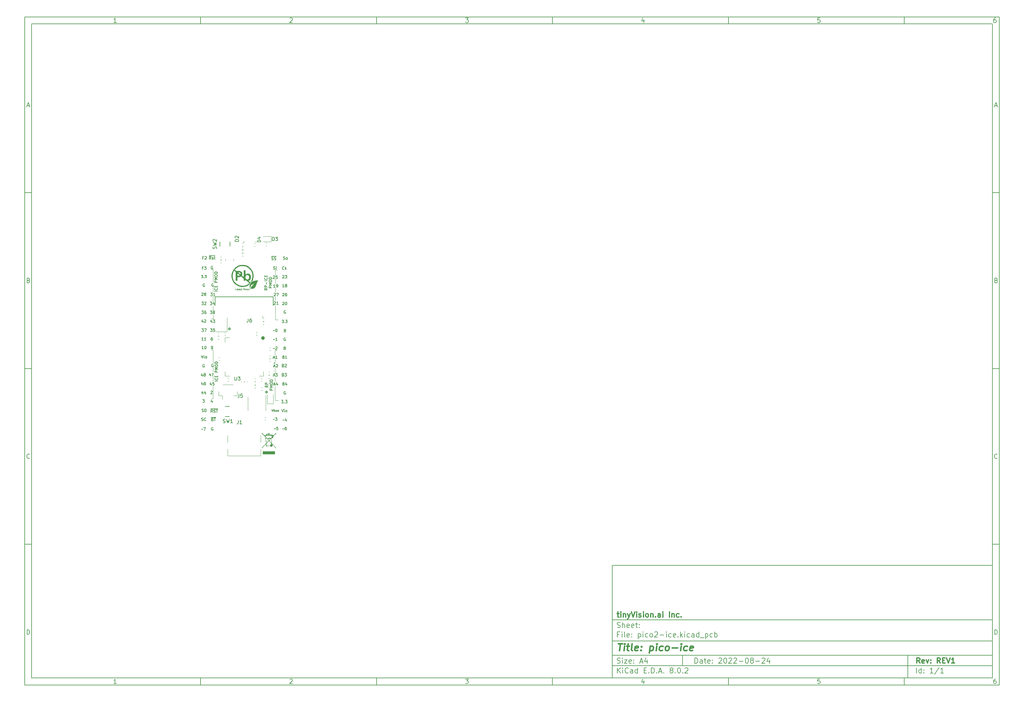
<source format=gbr>
%TF.GenerationSoftware,KiCad,Pcbnew,8.0.2*%
%TF.CreationDate,2024-10-27T15:33:14-07:00*%
%TF.ProjectId,pico2-ice,7069636f-322d-4696-9365-2e6b69636164,REV1*%
%TF.SameCoordinates,Original*%
%TF.FileFunction,Legend,Top*%
%TF.FilePolarity,Positive*%
%FSLAX46Y46*%
G04 Gerber Fmt 4.6, Leading zero omitted, Abs format (unit mm)*
G04 Created by KiCad (PCBNEW 8.0.2) date 2024-10-27 15:33:14*
%MOMM*%
%LPD*%
G01*
G04 APERTURE LIST*
%ADD10C,0.100000*%
%ADD11C,0.150000*%
%ADD12C,0.300000*%
%ADD13C,0.400000*%
%ADD14C,0.120000*%
%ADD15C,0.127000*%
%ADD16C,0.200000*%
%ADD17C,0.254000*%
%ADD18C,0.000000*%
%ADD19C,0.191421*%
%ADD20C,0.539246*%
G04 APERTURE END LIST*
D10*
D11*
X177002200Y-166007200D02*
X285002200Y-166007200D01*
X285002200Y-198007200D01*
X177002200Y-198007200D01*
X177002200Y-166007200D01*
D10*
D11*
X10000000Y-10000000D02*
X287002200Y-10000000D01*
X287002200Y-200007200D01*
X10000000Y-200007200D01*
X10000000Y-10000000D01*
D10*
D11*
X12000000Y-12000000D02*
X285002200Y-12000000D01*
X285002200Y-198007200D01*
X12000000Y-198007200D01*
X12000000Y-12000000D01*
D10*
D11*
X60000000Y-12000000D02*
X60000000Y-10000000D01*
D10*
D11*
X110000000Y-12000000D02*
X110000000Y-10000000D01*
D10*
D11*
X160000000Y-12000000D02*
X160000000Y-10000000D01*
D10*
D11*
X210000000Y-12000000D02*
X210000000Y-10000000D01*
D10*
D11*
X260000000Y-12000000D02*
X260000000Y-10000000D01*
D10*
D11*
X36089160Y-11593604D02*
X35346303Y-11593604D01*
X35717731Y-11593604D02*
X35717731Y-10293604D01*
X35717731Y-10293604D02*
X35593922Y-10479319D01*
X35593922Y-10479319D02*
X35470112Y-10603128D01*
X35470112Y-10603128D02*
X35346303Y-10665033D01*
D10*
D11*
X85346303Y-10417414D02*
X85408207Y-10355509D01*
X85408207Y-10355509D02*
X85532017Y-10293604D01*
X85532017Y-10293604D02*
X85841541Y-10293604D01*
X85841541Y-10293604D02*
X85965350Y-10355509D01*
X85965350Y-10355509D02*
X86027255Y-10417414D01*
X86027255Y-10417414D02*
X86089160Y-10541223D01*
X86089160Y-10541223D02*
X86089160Y-10665033D01*
X86089160Y-10665033D02*
X86027255Y-10850747D01*
X86027255Y-10850747D02*
X85284398Y-11593604D01*
X85284398Y-11593604D02*
X86089160Y-11593604D01*
D10*
D11*
X135284398Y-10293604D02*
X136089160Y-10293604D01*
X136089160Y-10293604D02*
X135655826Y-10788842D01*
X135655826Y-10788842D02*
X135841541Y-10788842D01*
X135841541Y-10788842D02*
X135965350Y-10850747D01*
X135965350Y-10850747D02*
X136027255Y-10912652D01*
X136027255Y-10912652D02*
X136089160Y-11036461D01*
X136089160Y-11036461D02*
X136089160Y-11345985D01*
X136089160Y-11345985D02*
X136027255Y-11469795D01*
X136027255Y-11469795D02*
X135965350Y-11531700D01*
X135965350Y-11531700D02*
X135841541Y-11593604D01*
X135841541Y-11593604D02*
X135470112Y-11593604D01*
X135470112Y-11593604D02*
X135346303Y-11531700D01*
X135346303Y-11531700D02*
X135284398Y-11469795D01*
D10*
D11*
X185965350Y-10726938D02*
X185965350Y-11593604D01*
X185655826Y-10231700D02*
X185346303Y-11160271D01*
X185346303Y-11160271D02*
X186151064Y-11160271D01*
D10*
D11*
X236027255Y-10293604D02*
X235408207Y-10293604D01*
X235408207Y-10293604D02*
X235346303Y-10912652D01*
X235346303Y-10912652D02*
X235408207Y-10850747D01*
X235408207Y-10850747D02*
X235532017Y-10788842D01*
X235532017Y-10788842D02*
X235841541Y-10788842D01*
X235841541Y-10788842D02*
X235965350Y-10850747D01*
X235965350Y-10850747D02*
X236027255Y-10912652D01*
X236027255Y-10912652D02*
X236089160Y-11036461D01*
X236089160Y-11036461D02*
X236089160Y-11345985D01*
X236089160Y-11345985D02*
X236027255Y-11469795D01*
X236027255Y-11469795D02*
X235965350Y-11531700D01*
X235965350Y-11531700D02*
X235841541Y-11593604D01*
X235841541Y-11593604D02*
X235532017Y-11593604D01*
X235532017Y-11593604D02*
X235408207Y-11531700D01*
X235408207Y-11531700D02*
X235346303Y-11469795D01*
D10*
D11*
X285965350Y-10293604D02*
X285717731Y-10293604D01*
X285717731Y-10293604D02*
X285593922Y-10355509D01*
X285593922Y-10355509D02*
X285532017Y-10417414D01*
X285532017Y-10417414D02*
X285408207Y-10603128D01*
X285408207Y-10603128D02*
X285346303Y-10850747D01*
X285346303Y-10850747D02*
X285346303Y-11345985D01*
X285346303Y-11345985D02*
X285408207Y-11469795D01*
X285408207Y-11469795D02*
X285470112Y-11531700D01*
X285470112Y-11531700D02*
X285593922Y-11593604D01*
X285593922Y-11593604D02*
X285841541Y-11593604D01*
X285841541Y-11593604D02*
X285965350Y-11531700D01*
X285965350Y-11531700D02*
X286027255Y-11469795D01*
X286027255Y-11469795D02*
X286089160Y-11345985D01*
X286089160Y-11345985D02*
X286089160Y-11036461D01*
X286089160Y-11036461D02*
X286027255Y-10912652D01*
X286027255Y-10912652D02*
X285965350Y-10850747D01*
X285965350Y-10850747D02*
X285841541Y-10788842D01*
X285841541Y-10788842D02*
X285593922Y-10788842D01*
X285593922Y-10788842D02*
X285470112Y-10850747D01*
X285470112Y-10850747D02*
X285408207Y-10912652D01*
X285408207Y-10912652D02*
X285346303Y-11036461D01*
D10*
D11*
X60000000Y-198007200D02*
X60000000Y-200007200D01*
D10*
D11*
X110000000Y-198007200D02*
X110000000Y-200007200D01*
D10*
D11*
X160000000Y-198007200D02*
X160000000Y-200007200D01*
D10*
D11*
X210000000Y-198007200D02*
X210000000Y-200007200D01*
D10*
D11*
X260000000Y-198007200D02*
X260000000Y-200007200D01*
D10*
D11*
X36089160Y-199600804D02*
X35346303Y-199600804D01*
X35717731Y-199600804D02*
X35717731Y-198300804D01*
X35717731Y-198300804D02*
X35593922Y-198486519D01*
X35593922Y-198486519D02*
X35470112Y-198610328D01*
X35470112Y-198610328D02*
X35346303Y-198672233D01*
D10*
D11*
X85346303Y-198424614D02*
X85408207Y-198362709D01*
X85408207Y-198362709D02*
X85532017Y-198300804D01*
X85532017Y-198300804D02*
X85841541Y-198300804D01*
X85841541Y-198300804D02*
X85965350Y-198362709D01*
X85965350Y-198362709D02*
X86027255Y-198424614D01*
X86027255Y-198424614D02*
X86089160Y-198548423D01*
X86089160Y-198548423D02*
X86089160Y-198672233D01*
X86089160Y-198672233D02*
X86027255Y-198857947D01*
X86027255Y-198857947D02*
X85284398Y-199600804D01*
X85284398Y-199600804D02*
X86089160Y-199600804D01*
D10*
D11*
X135284398Y-198300804D02*
X136089160Y-198300804D01*
X136089160Y-198300804D02*
X135655826Y-198796042D01*
X135655826Y-198796042D02*
X135841541Y-198796042D01*
X135841541Y-198796042D02*
X135965350Y-198857947D01*
X135965350Y-198857947D02*
X136027255Y-198919852D01*
X136027255Y-198919852D02*
X136089160Y-199043661D01*
X136089160Y-199043661D02*
X136089160Y-199353185D01*
X136089160Y-199353185D02*
X136027255Y-199476995D01*
X136027255Y-199476995D02*
X135965350Y-199538900D01*
X135965350Y-199538900D02*
X135841541Y-199600804D01*
X135841541Y-199600804D02*
X135470112Y-199600804D01*
X135470112Y-199600804D02*
X135346303Y-199538900D01*
X135346303Y-199538900D02*
X135284398Y-199476995D01*
D10*
D11*
X185965350Y-198734138D02*
X185965350Y-199600804D01*
X185655826Y-198238900D02*
X185346303Y-199167471D01*
X185346303Y-199167471D02*
X186151064Y-199167471D01*
D10*
D11*
X236027255Y-198300804D02*
X235408207Y-198300804D01*
X235408207Y-198300804D02*
X235346303Y-198919852D01*
X235346303Y-198919852D02*
X235408207Y-198857947D01*
X235408207Y-198857947D02*
X235532017Y-198796042D01*
X235532017Y-198796042D02*
X235841541Y-198796042D01*
X235841541Y-198796042D02*
X235965350Y-198857947D01*
X235965350Y-198857947D02*
X236027255Y-198919852D01*
X236027255Y-198919852D02*
X236089160Y-199043661D01*
X236089160Y-199043661D02*
X236089160Y-199353185D01*
X236089160Y-199353185D02*
X236027255Y-199476995D01*
X236027255Y-199476995D02*
X235965350Y-199538900D01*
X235965350Y-199538900D02*
X235841541Y-199600804D01*
X235841541Y-199600804D02*
X235532017Y-199600804D01*
X235532017Y-199600804D02*
X235408207Y-199538900D01*
X235408207Y-199538900D02*
X235346303Y-199476995D01*
D10*
D11*
X285965350Y-198300804D02*
X285717731Y-198300804D01*
X285717731Y-198300804D02*
X285593922Y-198362709D01*
X285593922Y-198362709D02*
X285532017Y-198424614D01*
X285532017Y-198424614D02*
X285408207Y-198610328D01*
X285408207Y-198610328D02*
X285346303Y-198857947D01*
X285346303Y-198857947D02*
X285346303Y-199353185D01*
X285346303Y-199353185D02*
X285408207Y-199476995D01*
X285408207Y-199476995D02*
X285470112Y-199538900D01*
X285470112Y-199538900D02*
X285593922Y-199600804D01*
X285593922Y-199600804D02*
X285841541Y-199600804D01*
X285841541Y-199600804D02*
X285965350Y-199538900D01*
X285965350Y-199538900D02*
X286027255Y-199476995D01*
X286027255Y-199476995D02*
X286089160Y-199353185D01*
X286089160Y-199353185D02*
X286089160Y-199043661D01*
X286089160Y-199043661D02*
X286027255Y-198919852D01*
X286027255Y-198919852D02*
X285965350Y-198857947D01*
X285965350Y-198857947D02*
X285841541Y-198796042D01*
X285841541Y-198796042D02*
X285593922Y-198796042D01*
X285593922Y-198796042D02*
X285470112Y-198857947D01*
X285470112Y-198857947D02*
X285408207Y-198919852D01*
X285408207Y-198919852D02*
X285346303Y-199043661D01*
D10*
D11*
X10000000Y-60000000D02*
X12000000Y-60000000D01*
D10*
D11*
X10000000Y-110000000D02*
X12000000Y-110000000D01*
D10*
D11*
X10000000Y-160000000D02*
X12000000Y-160000000D01*
D10*
D11*
X10690476Y-35222176D02*
X11309523Y-35222176D01*
X10566666Y-35593604D02*
X10999999Y-34293604D01*
X10999999Y-34293604D02*
X11433333Y-35593604D01*
D10*
D11*
X11092857Y-84912652D02*
X11278571Y-84974557D01*
X11278571Y-84974557D02*
X11340476Y-85036461D01*
X11340476Y-85036461D02*
X11402380Y-85160271D01*
X11402380Y-85160271D02*
X11402380Y-85345985D01*
X11402380Y-85345985D02*
X11340476Y-85469795D01*
X11340476Y-85469795D02*
X11278571Y-85531700D01*
X11278571Y-85531700D02*
X11154761Y-85593604D01*
X11154761Y-85593604D02*
X10659523Y-85593604D01*
X10659523Y-85593604D02*
X10659523Y-84293604D01*
X10659523Y-84293604D02*
X11092857Y-84293604D01*
X11092857Y-84293604D02*
X11216666Y-84355509D01*
X11216666Y-84355509D02*
X11278571Y-84417414D01*
X11278571Y-84417414D02*
X11340476Y-84541223D01*
X11340476Y-84541223D02*
X11340476Y-84665033D01*
X11340476Y-84665033D02*
X11278571Y-84788842D01*
X11278571Y-84788842D02*
X11216666Y-84850747D01*
X11216666Y-84850747D02*
X11092857Y-84912652D01*
X11092857Y-84912652D02*
X10659523Y-84912652D01*
D10*
D11*
X11402380Y-135469795D02*
X11340476Y-135531700D01*
X11340476Y-135531700D02*
X11154761Y-135593604D01*
X11154761Y-135593604D02*
X11030952Y-135593604D01*
X11030952Y-135593604D02*
X10845238Y-135531700D01*
X10845238Y-135531700D02*
X10721428Y-135407890D01*
X10721428Y-135407890D02*
X10659523Y-135284080D01*
X10659523Y-135284080D02*
X10597619Y-135036461D01*
X10597619Y-135036461D02*
X10597619Y-134850747D01*
X10597619Y-134850747D02*
X10659523Y-134603128D01*
X10659523Y-134603128D02*
X10721428Y-134479319D01*
X10721428Y-134479319D02*
X10845238Y-134355509D01*
X10845238Y-134355509D02*
X11030952Y-134293604D01*
X11030952Y-134293604D02*
X11154761Y-134293604D01*
X11154761Y-134293604D02*
X11340476Y-134355509D01*
X11340476Y-134355509D02*
X11402380Y-134417414D01*
D10*
D11*
X10659523Y-185593604D02*
X10659523Y-184293604D01*
X10659523Y-184293604D02*
X10969047Y-184293604D01*
X10969047Y-184293604D02*
X11154761Y-184355509D01*
X11154761Y-184355509D02*
X11278571Y-184479319D01*
X11278571Y-184479319D02*
X11340476Y-184603128D01*
X11340476Y-184603128D02*
X11402380Y-184850747D01*
X11402380Y-184850747D02*
X11402380Y-185036461D01*
X11402380Y-185036461D02*
X11340476Y-185284080D01*
X11340476Y-185284080D02*
X11278571Y-185407890D01*
X11278571Y-185407890D02*
X11154761Y-185531700D01*
X11154761Y-185531700D02*
X10969047Y-185593604D01*
X10969047Y-185593604D02*
X10659523Y-185593604D01*
D10*
D11*
X287002200Y-60000000D02*
X285002200Y-60000000D01*
D10*
D11*
X287002200Y-110000000D02*
X285002200Y-110000000D01*
D10*
D11*
X287002200Y-160000000D02*
X285002200Y-160000000D01*
D10*
D11*
X285692676Y-35222176D02*
X286311723Y-35222176D01*
X285568866Y-35593604D02*
X286002199Y-34293604D01*
X286002199Y-34293604D02*
X286435533Y-35593604D01*
D10*
D11*
X286095057Y-84912652D02*
X286280771Y-84974557D01*
X286280771Y-84974557D02*
X286342676Y-85036461D01*
X286342676Y-85036461D02*
X286404580Y-85160271D01*
X286404580Y-85160271D02*
X286404580Y-85345985D01*
X286404580Y-85345985D02*
X286342676Y-85469795D01*
X286342676Y-85469795D02*
X286280771Y-85531700D01*
X286280771Y-85531700D02*
X286156961Y-85593604D01*
X286156961Y-85593604D02*
X285661723Y-85593604D01*
X285661723Y-85593604D02*
X285661723Y-84293604D01*
X285661723Y-84293604D02*
X286095057Y-84293604D01*
X286095057Y-84293604D02*
X286218866Y-84355509D01*
X286218866Y-84355509D02*
X286280771Y-84417414D01*
X286280771Y-84417414D02*
X286342676Y-84541223D01*
X286342676Y-84541223D02*
X286342676Y-84665033D01*
X286342676Y-84665033D02*
X286280771Y-84788842D01*
X286280771Y-84788842D02*
X286218866Y-84850747D01*
X286218866Y-84850747D02*
X286095057Y-84912652D01*
X286095057Y-84912652D02*
X285661723Y-84912652D01*
D10*
D11*
X286404580Y-135469795D02*
X286342676Y-135531700D01*
X286342676Y-135531700D02*
X286156961Y-135593604D01*
X286156961Y-135593604D02*
X286033152Y-135593604D01*
X286033152Y-135593604D02*
X285847438Y-135531700D01*
X285847438Y-135531700D02*
X285723628Y-135407890D01*
X285723628Y-135407890D02*
X285661723Y-135284080D01*
X285661723Y-135284080D02*
X285599819Y-135036461D01*
X285599819Y-135036461D02*
X285599819Y-134850747D01*
X285599819Y-134850747D02*
X285661723Y-134603128D01*
X285661723Y-134603128D02*
X285723628Y-134479319D01*
X285723628Y-134479319D02*
X285847438Y-134355509D01*
X285847438Y-134355509D02*
X286033152Y-134293604D01*
X286033152Y-134293604D02*
X286156961Y-134293604D01*
X286156961Y-134293604D02*
X286342676Y-134355509D01*
X286342676Y-134355509D02*
X286404580Y-134417414D01*
D10*
D11*
X285661723Y-185593604D02*
X285661723Y-184293604D01*
X285661723Y-184293604D02*
X285971247Y-184293604D01*
X285971247Y-184293604D02*
X286156961Y-184355509D01*
X286156961Y-184355509D02*
X286280771Y-184479319D01*
X286280771Y-184479319D02*
X286342676Y-184603128D01*
X286342676Y-184603128D02*
X286404580Y-184850747D01*
X286404580Y-184850747D02*
X286404580Y-185036461D01*
X286404580Y-185036461D02*
X286342676Y-185284080D01*
X286342676Y-185284080D02*
X286280771Y-185407890D01*
X286280771Y-185407890D02*
X286156961Y-185531700D01*
X286156961Y-185531700D02*
X285971247Y-185593604D01*
X285971247Y-185593604D02*
X285661723Y-185593604D01*
D10*
D11*
X200458026Y-193793328D02*
X200458026Y-192293328D01*
X200458026Y-192293328D02*
X200815169Y-192293328D01*
X200815169Y-192293328D02*
X201029455Y-192364757D01*
X201029455Y-192364757D02*
X201172312Y-192507614D01*
X201172312Y-192507614D02*
X201243741Y-192650471D01*
X201243741Y-192650471D02*
X201315169Y-192936185D01*
X201315169Y-192936185D02*
X201315169Y-193150471D01*
X201315169Y-193150471D02*
X201243741Y-193436185D01*
X201243741Y-193436185D02*
X201172312Y-193579042D01*
X201172312Y-193579042D02*
X201029455Y-193721900D01*
X201029455Y-193721900D02*
X200815169Y-193793328D01*
X200815169Y-193793328D02*
X200458026Y-193793328D01*
X202600884Y-193793328D02*
X202600884Y-193007614D01*
X202600884Y-193007614D02*
X202529455Y-192864757D01*
X202529455Y-192864757D02*
X202386598Y-192793328D01*
X202386598Y-192793328D02*
X202100884Y-192793328D01*
X202100884Y-192793328D02*
X201958026Y-192864757D01*
X202600884Y-193721900D02*
X202458026Y-193793328D01*
X202458026Y-193793328D02*
X202100884Y-193793328D01*
X202100884Y-193793328D02*
X201958026Y-193721900D01*
X201958026Y-193721900D02*
X201886598Y-193579042D01*
X201886598Y-193579042D02*
X201886598Y-193436185D01*
X201886598Y-193436185D02*
X201958026Y-193293328D01*
X201958026Y-193293328D02*
X202100884Y-193221900D01*
X202100884Y-193221900D02*
X202458026Y-193221900D01*
X202458026Y-193221900D02*
X202600884Y-193150471D01*
X203100884Y-192793328D02*
X203672312Y-192793328D01*
X203315169Y-192293328D02*
X203315169Y-193579042D01*
X203315169Y-193579042D02*
X203386598Y-193721900D01*
X203386598Y-193721900D02*
X203529455Y-193793328D01*
X203529455Y-193793328D02*
X203672312Y-193793328D01*
X204743741Y-193721900D02*
X204600884Y-193793328D01*
X204600884Y-193793328D02*
X204315170Y-193793328D01*
X204315170Y-193793328D02*
X204172312Y-193721900D01*
X204172312Y-193721900D02*
X204100884Y-193579042D01*
X204100884Y-193579042D02*
X204100884Y-193007614D01*
X204100884Y-193007614D02*
X204172312Y-192864757D01*
X204172312Y-192864757D02*
X204315170Y-192793328D01*
X204315170Y-192793328D02*
X204600884Y-192793328D01*
X204600884Y-192793328D02*
X204743741Y-192864757D01*
X204743741Y-192864757D02*
X204815170Y-193007614D01*
X204815170Y-193007614D02*
X204815170Y-193150471D01*
X204815170Y-193150471D02*
X204100884Y-193293328D01*
X205458026Y-193650471D02*
X205529455Y-193721900D01*
X205529455Y-193721900D02*
X205458026Y-193793328D01*
X205458026Y-193793328D02*
X205386598Y-193721900D01*
X205386598Y-193721900D02*
X205458026Y-193650471D01*
X205458026Y-193650471D02*
X205458026Y-193793328D01*
X205458026Y-192864757D02*
X205529455Y-192936185D01*
X205529455Y-192936185D02*
X205458026Y-193007614D01*
X205458026Y-193007614D02*
X205386598Y-192936185D01*
X205386598Y-192936185D02*
X205458026Y-192864757D01*
X205458026Y-192864757D02*
X205458026Y-193007614D01*
X207243741Y-192436185D02*
X207315169Y-192364757D01*
X207315169Y-192364757D02*
X207458027Y-192293328D01*
X207458027Y-192293328D02*
X207815169Y-192293328D01*
X207815169Y-192293328D02*
X207958027Y-192364757D01*
X207958027Y-192364757D02*
X208029455Y-192436185D01*
X208029455Y-192436185D02*
X208100884Y-192579042D01*
X208100884Y-192579042D02*
X208100884Y-192721900D01*
X208100884Y-192721900D02*
X208029455Y-192936185D01*
X208029455Y-192936185D02*
X207172312Y-193793328D01*
X207172312Y-193793328D02*
X208100884Y-193793328D01*
X209029455Y-192293328D02*
X209172312Y-192293328D01*
X209172312Y-192293328D02*
X209315169Y-192364757D01*
X209315169Y-192364757D02*
X209386598Y-192436185D01*
X209386598Y-192436185D02*
X209458026Y-192579042D01*
X209458026Y-192579042D02*
X209529455Y-192864757D01*
X209529455Y-192864757D02*
X209529455Y-193221900D01*
X209529455Y-193221900D02*
X209458026Y-193507614D01*
X209458026Y-193507614D02*
X209386598Y-193650471D01*
X209386598Y-193650471D02*
X209315169Y-193721900D01*
X209315169Y-193721900D02*
X209172312Y-193793328D01*
X209172312Y-193793328D02*
X209029455Y-193793328D01*
X209029455Y-193793328D02*
X208886598Y-193721900D01*
X208886598Y-193721900D02*
X208815169Y-193650471D01*
X208815169Y-193650471D02*
X208743740Y-193507614D01*
X208743740Y-193507614D02*
X208672312Y-193221900D01*
X208672312Y-193221900D02*
X208672312Y-192864757D01*
X208672312Y-192864757D02*
X208743740Y-192579042D01*
X208743740Y-192579042D02*
X208815169Y-192436185D01*
X208815169Y-192436185D02*
X208886598Y-192364757D01*
X208886598Y-192364757D02*
X209029455Y-192293328D01*
X210100883Y-192436185D02*
X210172311Y-192364757D01*
X210172311Y-192364757D02*
X210315169Y-192293328D01*
X210315169Y-192293328D02*
X210672311Y-192293328D01*
X210672311Y-192293328D02*
X210815169Y-192364757D01*
X210815169Y-192364757D02*
X210886597Y-192436185D01*
X210886597Y-192436185D02*
X210958026Y-192579042D01*
X210958026Y-192579042D02*
X210958026Y-192721900D01*
X210958026Y-192721900D02*
X210886597Y-192936185D01*
X210886597Y-192936185D02*
X210029454Y-193793328D01*
X210029454Y-193793328D02*
X210958026Y-193793328D01*
X211529454Y-192436185D02*
X211600882Y-192364757D01*
X211600882Y-192364757D02*
X211743740Y-192293328D01*
X211743740Y-192293328D02*
X212100882Y-192293328D01*
X212100882Y-192293328D02*
X212243740Y-192364757D01*
X212243740Y-192364757D02*
X212315168Y-192436185D01*
X212315168Y-192436185D02*
X212386597Y-192579042D01*
X212386597Y-192579042D02*
X212386597Y-192721900D01*
X212386597Y-192721900D02*
X212315168Y-192936185D01*
X212315168Y-192936185D02*
X211458025Y-193793328D01*
X211458025Y-193793328D02*
X212386597Y-193793328D01*
X213029453Y-193221900D02*
X214172311Y-193221900D01*
X215172311Y-192293328D02*
X215315168Y-192293328D01*
X215315168Y-192293328D02*
X215458025Y-192364757D01*
X215458025Y-192364757D02*
X215529454Y-192436185D01*
X215529454Y-192436185D02*
X215600882Y-192579042D01*
X215600882Y-192579042D02*
X215672311Y-192864757D01*
X215672311Y-192864757D02*
X215672311Y-193221900D01*
X215672311Y-193221900D02*
X215600882Y-193507614D01*
X215600882Y-193507614D02*
X215529454Y-193650471D01*
X215529454Y-193650471D02*
X215458025Y-193721900D01*
X215458025Y-193721900D02*
X215315168Y-193793328D01*
X215315168Y-193793328D02*
X215172311Y-193793328D01*
X215172311Y-193793328D02*
X215029454Y-193721900D01*
X215029454Y-193721900D02*
X214958025Y-193650471D01*
X214958025Y-193650471D02*
X214886596Y-193507614D01*
X214886596Y-193507614D02*
X214815168Y-193221900D01*
X214815168Y-193221900D02*
X214815168Y-192864757D01*
X214815168Y-192864757D02*
X214886596Y-192579042D01*
X214886596Y-192579042D02*
X214958025Y-192436185D01*
X214958025Y-192436185D02*
X215029454Y-192364757D01*
X215029454Y-192364757D02*
X215172311Y-192293328D01*
X216529453Y-192936185D02*
X216386596Y-192864757D01*
X216386596Y-192864757D02*
X216315167Y-192793328D01*
X216315167Y-192793328D02*
X216243739Y-192650471D01*
X216243739Y-192650471D02*
X216243739Y-192579042D01*
X216243739Y-192579042D02*
X216315167Y-192436185D01*
X216315167Y-192436185D02*
X216386596Y-192364757D01*
X216386596Y-192364757D02*
X216529453Y-192293328D01*
X216529453Y-192293328D02*
X216815167Y-192293328D01*
X216815167Y-192293328D02*
X216958025Y-192364757D01*
X216958025Y-192364757D02*
X217029453Y-192436185D01*
X217029453Y-192436185D02*
X217100882Y-192579042D01*
X217100882Y-192579042D02*
X217100882Y-192650471D01*
X217100882Y-192650471D02*
X217029453Y-192793328D01*
X217029453Y-192793328D02*
X216958025Y-192864757D01*
X216958025Y-192864757D02*
X216815167Y-192936185D01*
X216815167Y-192936185D02*
X216529453Y-192936185D01*
X216529453Y-192936185D02*
X216386596Y-193007614D01*
X216386596Y-193007614D02*
X216315167Y-193079042D01*
X216315167Y-193079042D02*
X216243739Y-193221900D01*
X216243739Y-193221900D02*
X216243739Y-193507614D01*
X216243739Y-193507614D02*
X216315167Y-193650471D01*
X216315167Y-193650471D02*
X216386596Y-193721900D01*
X216386596Y-193721900D02*
X216529453Y-193793328D01*
X216529453Y-193793328D02*
X216815167Y-193793328D01*
X216815167Y-193793328D02*
X216958025Y-193721900D01*
X216958025Y-193721900D02*
X217029453Y-193650471D01*
X217029453Y-193650471D02*
X217100882Y-193507614D01*
X217100882Y-193507614D02*
X217100882Y-193221900D01*
X217100882Y-193221900D02*
X217029453Y-193079042D01*
X217029453Y-193079042D02*
X216958025Y-193007614D01*
X216958025Y-193007614D02*
X216815167Y-192936185D01*
X217743738Y-193221900D02*
X218886596Y-193221900D01*
X219529453Y-192436185D02*
X219600881Y-192364757D01*
X219600881Y-192364757D02*
X219743739Y-192293328D01*
X219743739Y-192293328D02*
X220100881Y-192293328D01*
X220100881Y-192293328D02*
X220243739Y-192364757D01*
X220243739Y-192364757D02*
X220315167Y-192436185D01*
X220315167Y-192436185D02*
X220386596Y-192579042D01*
X220386596Y-192579042D02*
X220386596Y-192721900D01*
X220386596Y-192721900D02*
X220315167Y-192936185D01*
X220315167Y-192936185D02*
X219458024Y-193793328D01*
X219458024Y-193793328D02*
X220386596Y-193793328D01*
X221672310Y-192793328D02*
X221672310Y-193793328D01*
X221315167Y-192221900D02*
X220958024Y-193293328D01*
X220958024Y-193293328D02*
X221886595Y-193293328D01*
D10*
D11*
X177002200Y-194507200D02*
X285002200Y-194507200D01*
D10*
D11*
X178458026Y-196593328D02*
X178458026Y-195093328D01*
X179315169Y-196593328D02*
X178672312Y-195736185D01*
X179315169Y-195093328D02*
X178458026Y-195950471D01*
X179958026Y-196593328D02*
X179958026Y-195593328D01*
X179958026Y-195093328D02*
X179886598Y-195164757D01*
X179886598Y-195164757D02*
X179958026Y-195236185D01*
X179958026Y-195236185D02*
X180029455Y-195164757D01*
X180029455Y-195164757D02*
X179958026Y-195093328D01*
X179958026Y-195093328D02*
X179958026Y-195236185D01*
X181529455Y-196450471D02*
X181458027Y-196521900D01*
X181458027Y-196521900D02*
X181243741Y-196593328D01*
X181243741Y-196593328D02*
X181100884Y-196593328D01*
X181100884Y-196593328D02*
X180886598Y-196521900D01*
X180886598Y-196521900D02*
X180743741Y-196379042D01*
X180743741Y-196379042D02*
X180672312Y-196236185D01*
X180672312Y-196236185D02*
X180600884Y-195950471D01*
X180600884Y-195950471D02*
X180600884Y-195736185D01*
X180600884Y-195736185D02*
X180672312Y-195450471D01*
X180672312Y-195450471D02*
X180743741Y-195307614D01*
X180743741Y-195307614D02*
X180886598Y-195164757D01*
X180886598Y-195164757D02*
X181100884Y-195093328D01*
X181100884Y-195093328D02*
X181243741Y-195093328D01*
X181243741Y-195093328D02*
X181458027Y-195164757D01*
X181458027Y-195164757D02*
X181529455Y-195236185D01*
X182815170Y-196593328D02*
X182815170Y-195807614D01*
X182815170Y-195807614D02*
X182743741Y-195664757D01*
X182743741Y-195664757D02*
X182600884Y-195593328D01*
X182600884Y-195593328D02*
X182315170Y-195593328D01*
X182315170Y-195593328D02*
X182172312Y-195664757D01*
X182815170Y-196521900D02*
X182672312Y-196593328D01*
X182672312Y-196593328D02*
X182315170Y-196593328D01*
X182315170Y-196593328D02*
X182172312Y-196521900D01*
X182172312Y-196521900D02*
X182100884Y-196379042D01*
X182100884Y-196379042D02*
X182100884Y-196236185D01*
X182100884Y-196236185D02*
X182172312Y-196093328D01*
X182172312Y-196093328D02*
X182315170Y-196021900D01*
X182315170Y-196021900D02*
X182672312Y-196021900D01*
X182672312Y-196021900D02*
X182815170Y-195950471D01*
X184172313Y-196593328D02*
X184172313Y-195093328D01*
X184172313Y-196521900D02*
X184029455Y-196593328D01*
X184029455Y-196593328D02*
X183743741Y-196593328D01*
X183743741Y-196593328D02*
X183600884Y-196521900D01*
X183600884Y-196521900D02*
X183529455Y-196450471D01*
X183529455Y-196450471D02*
X183458027Y-196307614D01*
X183458027Y-196307614D02*
X183458027Y-195879042D01*
X183458027Y-195879042D02*
X183529455Y-195736185D01*
X183529455Y-195736185D02*
X183600884Y-195664757D01*
X183600884Y-195664757D02*
X183743741Y-195593328D01*
X183743741Y-195593328D02*
X184029455Y-195593328D01*
X184029455Y-195593328D02*
X184172313Y-195664757D01*
X186029455Y-195807614D02*
X186529455Y-195807614D01*
X186743741Y-196593328D02*
X186029455Y-196593328D01*
X186029455Y-196593328D02*
X186029455Y-195093328D01*
X186029455Y-195093328D02*
X186743741Y-195093328D01*
X187386598Y-196450471D02*
X187458027Y-196521900D01*
X187458027Y-196521900D02*
X187386598Y-196593328D01*
X187386598Y-196593328D02*
X187315170Y-196521900D01*
X187315170Y-196521900D02*
X187386598Y-196450471D01*
X187386598Y-196450471D02*
X187386598Y-196593328D01*
X188100884Y-196593328D02*
X188100884Y-195093328D01*
X188100884Y-195093328D02*
X188458027Y-195093328D01*
X188458027Y-195093328D02*
X188672313Y-195164757D01*
X188672313Y-195164757D02*
X188815170Y-195307614D01*
X188815170Y-195307614D02*
X188886599Y-195450471D01*
X188886599Y-195450471D02*
X188958027Y-195736185D01*
X188958027Y-195736185D02*
X188958027Y-195950471D01*
X188958027Y-195950471D02*
X188886599Y-196236185D01*
X188886599Y-196236185D02*
X188815170Y-196379042D01*
X188815170Y-196379042D02*
X188672313Y-196521900D01*
X188672313Y-196521900D02*
X188458027Y-196593328D01*
X188458027Y-196593328D02*
X188100884Y-196593328D01*
X189600884Y-196450471D02*
X189672313Y-196521900D01*
X189672313Y-196521900D02*
X189600884Y-196593328D01*
X189600884Y-196593328D02*
X189529456Y-196521900D01*
X189529456Y-196521900D02*
X189600884Y-196450471D01*
X189600884Y-196450471D02*
X189600884Y-196593328D01*
X190243742Y-196164757D02*
X190958028Y-196164757D01*
X190100885Y-196593328D02*
X190600885Y-195093328D01*
X190600885Y-195093328D02*
X191100885Y-196593328D01*
X191600884Y-196450471D02*
X191672313Y-196521900D01*
X191672313Y-196521900D02*
X191600884Y-196593328D01*
X191600884Y-196593328D02*
X191529456Y-196521900D01*
X191529456Y-196521900D02*
X191600884Y-196450471D01*
X191600884Y-196450471D02*
X191600884Y-196593328D01*
X193672313Y-195736185D02*
X193529456Y-195664757D01*
X193529456Y-195664757D02*
X193458027Y-195593328D01*
X193458027Y-195593328D02*
X193386599Y-195450471D01*
X193386599Y-195450471D02*
X193386599Y-195379042D01*
X193386599Y-195379042D02*
X193458027Y-195236185D01*
X193458027Y-195236185D02*
X193529456Y-195164757D01*
X193529456Y-195164757D02*
X193672313Y-195093328D01*
X193672313Y-195093328D02*
X193958027Y-195093328D01*
X193958027Y-195093328D02*
X194100885Y-195164757D01*
X194100885Y-195164757D02*
X194172313Y-195236185D01*
X194172313Y-195236185D02*
X194243742Y-195379042D01*
X194243742Y-195379042D02*
X194243742Y-195450471D01*
X194243742Y-195450471D02*
X194172313Y-195593328D01*
X194172313Y-195593328D02*
X194100885Y-195664757D01*
X194100885Y-195664757D02*
X193958027Y-195736185D01*
X193958027Y-195736185D02*
X193672313Y-195736185D01*
X193672313Y-195736185D02*
X193529456Y-195807614D01*
X193529456Y-195807614D02*
X193458027Y-195879042D01*
X193458027Y-195879042D02*
X193386599Y-196021900D01*
X193386599Y-196021900D02*
X193386599Y-196307614D01*
X193386599Y-196307614D02*
X193458027Y-196450471D01*
X193458027Y-196450471D02*
X193529456Y-196521900D01*
X193529456Y-196521900D02*
X193672313Y-196593328D01*
X193672313Y-196593328D02*
X193958027Y-196593328D01*
X193958027Y-196593328D02*
X194100885Y-196521900D01*
X194100885Y-196521900D02*
X194172313Y-196450471D01*
X194172313Y-196450471D02*
X194243742Y-196307614D01*
X194243742Y-196307614D02*
X194243742Y-196021900D01*
X194243742Y-196021900D02*
X194172313Y-195879042D01*
X194172313Y-195879042D02*
X194100885Y-195807614D01*
X194100885Y-195807614D02*
X193958027Y-195736185D01*
X194886598Y-196450471D02*
X194958027Y-196521900D01*
X194958027Y-196521900D02*
X194886598Y-196593328D01*
X194886598Y-196593328D02*
X194815170Y-196521900D01*
X194815170Y-196521900D02*
X194886598Y-196450471D01*
X194886598Y-196450471D02*
X194886598Y-196593328D01*
X195886599Y-195093328D02*
X196029456Y-195093328D01*
X196029456Y-195093328D02*
X196172313Y-195164757D01*
X196172313Y-195164757D02*
X196243742Y-195236185D01*
X196243742Y-195236185D02*
X196315170Y-195379042D01*
X196315170Y-195379042D02*
X196386599Y-195664757D01*
X196386599Y-195664757D02*
X196386599Y-196021900D01*
X196386599Y-196021900D02*
X196315170Y-196307614D01*
X196315170Y-196307614D02*
X196243742Y-196450471D01*
X196243742Y-196450471D02*
X196172313Y-196521900D01*
X196172313Y-196521900D02*
X196029456Y-196593328D01*
X196029456Y-196593328D02*
X195886599Y-196593328D01*
X195886599Y-196593328D02*
X195743742Y-196521900D01*
X195743742Y-196521900D02*
X195672313Y-196450471D01*
X195672313Y-196450471D02*
X195600884Y-196307614D01*
X195600884Y-196307614D02*
X195529456Y-196021900D01*
X195529456Y-196021900D02*
X195529456Y-195664757D01*
X195529456Y-195664757D02*
X195600884Y-195379042D01*
X195600884Y-195379042D02*
X195672313Y-195236185D01*
X195672313Y-195236185D02*
X195743742Y-195164757D01*
X195743742Y-195164757D02*
X195886599Y-195093328D01*
X197029455Y-196450471D02*
X197100884Y-196521900D01*
X197100884Y-196521900D02*
X197029455Y-196593328D01*
X197029455Y-196593328D02*
X196958027Y-196521900D01*
X196958027Y-196521900D02*
X197029455Y-196450471D01*
X197029455Y-196450471D02*
X197029455Y-196593328D01*
X197672313Y-195236185D02*
X197743741Y-195164757D01*
X197743741Y-195164757D02*
X197886599Y-195093328D01*
X197886599Y-195093328D02*
X198243741Y-195093328D01*
X198243741Y-195093328D02*
X198386599Y-195164757D01*
X198386599Y-195164757D02*
X198458027Y-195236185D01*
X198458027Y-195236185D02*
X198529456Y-195379042D01*
X198529456Y-195379042D02*
X198529456Y-195521900D01*
X198529456Y-195521900D02*
X198458027Y-195736185D01*
X198458027Y-195736185D02*
X197600884Y-196593328D01*
X197600884Y-196593328D02*
X198529456Y-196593328D01*
D10*
D11*
X177002200Y-191507200D02*
X285002200Y-191507200D01*
D10*
D12*
X264413853Y-193785528D02*
X263913853Y-193071242D01*
X263556710Y-193785528D02*
X263556710Y-192285528D01*
X263556710Y-192285528D02*
X264128139Y-192285528D01*
X264128139Y-192285528D02*
X264270996Y-192356957D01*
X264270996Y-192356957D02*
X264342425Y-192428385D01*
X264342425Y-192428385D02*
X264413853Y-192571242D01*
X264413853Y-192571242D02*
X264413853Y-192785528D01*
X264413853Y-192785528D02*
X264342425Y-192928385D01*
X264342425Y-192928385D02*
X264270996Y-192999814D01*
X264270996Y-192999814D02*
X264128139Y-193071242D01*
X264128139Y-193071242D02*
X263556710Y-193071242D01*
X265628139Y-193714100D02*
X265485282Y-193785528D01*
X265485282Y-193785528D02*
X265199568Y-193785528D01*
X265199568Y-193785528D02*
X265056710Y-193714100D01*
X265056710Y-193714100D02*
X264985282Y-193571242D01*
X264985282Y-193571242D02*
X264985282Y-192999814D01*
X264985282Y-192999814D02*
X265056710Y-192856957D01*
X265056710Y-192856957D02*
X265199568Y-192785528D01*
X265199568Y-192785528D02*
X265485282Y-192785528D01*
X265485282Y-192785528D02*
X265628139Y-192856957D01*
X265628139Y-192856957D02*
X265699568Y-192999814D01*
X265699568Y-192999814D02*
X265699568Y-193142671D01*
X265699568Y-193142671D02*
X264985282Y-193285528D01*
X266199567Y-192785528D02*
X266556710Y-193785528D01*
X266556710Y-193785528D02*
X266913853Y-192785528D01*
X267485281Y-193642671D02*
X267556710Y-193714100D01*
X267556710Y-193714100D02*
X267485281Y-193785528D01*
X267485281Y-193785528D02*
X267413853Y-193714100D01*
X267413853Y-193714100D02*
X267485281Y-193642671D01*
X267485281Y-193642671D02*
X267485281Y-193785528D01*
X267485281Y-192856957D02*
X267556710Y-192928385D01*
X267556710Y-192928385D02*
X267485281Y-192999814D01*
X267485281Y-192999814D02*
X267413853Y-192928385D01*
X267413853Y-192928385D02*
X267485281Y-192856957D01*
X267485281Y-192856957D02*
X267485281Y-192999814D01*
X270199567Y-193785528D02*
X269699567Y-193071242D01*
X269342424Y-193785528D02*
X269342424Y-192285528D01*
X269342424Y-192285528D02*
X269913853Y-192285528D01*
X269913853Y-192285528D02*
X270056710Y-192356957D01*
X270056710Y-192356957D02*
X270128139Y-192428385D01*
X270128139Y-192428385D02*
X270199567Y-192571242D01*
X270199567Y-192571242D02*
X270199567Y-192785528D01*
X270199567Y-192785528D02*
X270128139Y-192928385D01*
X270128139Y-192928385D02*
X270056710Y-192999814D01*
X270056710Y-192999814D02*
X269913853Y-193071242D01*
X269913853Y-193071242D02*
X269342424Y-193071242D01*
X270842424Y-192999814D02*
X271342424Y-192999814D01*
X271556710Y-193785528D02*
X270842424Y-193785528D01*
X270842424Y-193785528D02*
X270842424Y-192285528D01*
X270842424Y-192285528D02*
X271556710Y-192285528D01*
X271985282Y-192285528D02*
X272485282Y-193785528D01*
X272485282Y-193785528D02*
X272985282Y-192285528D01*
X274270996Y-193785528D02*
X273413853Y-193785528D01*
X273842424Y-193785528D02*
X273842424Y-192285528D01*
X273842424Y-192285528D02*
X273699567Y-192499814D01*
X273699567Y-192499814D02*
X273556710Y-192642671D01*
X273556710Y-192642671D02*
X273413853Y-192714100D01*
D10*
D11*
X178386598Y-193721900D02*
X178600884Y-193793328D01*
X178600884Y-193793328D02*
X178958026Y-193793328D01*
X178958026Y-193793328D02*
X179100884Y-193721900D01*
X179100884Y-193721900D02*
X179172312Y-193650471D01*
X179172312Y-193650471D02*
X179243741Y-193507614D01*
X179243741Y-193507614D02*
X179243741Y-193364757D01*
X179243741Y-193364757D02*
X179172312Y-193221900D01*
X179172312Y-193221900D02*
X179100884Y-193150471D01*
X179100884Y-193150471D02*
X178958026Y-193079042D01*
X178958026Y-193079042D02*
X178672312Y-193007614D01*
X178672312Y-193007614D02*
X178529455Y-192936185D01*
X178529455Y-192936185D02*
X178458026Y-192864757D01*
X178458026Y-192864757D02*
X178386598Y-192721900D01*
X178386598Y-192721900D02*
X178386598Y-192579042D01*
X178386598Y-192579042D02*
X178458026Y-192436185D01*
X178458026Y-192436185D02*
X178529455Y-192364757D01*
X178529455Y-192364757D02*
X178672312Y-192293328D01*
X178672312Y-192293328D02*
X179029455Y-192293328D01*
X179029455Y-192293328D02*
X179243741Y-192364757D01*
X179886597Y-193793328D02*
X179886597Y-192793328D01*
X179886597Y-192293328D02*
X179815169Y-192364757D01*
X179815169Y-192364757D02*
X179886597Y-192436185D01*
X179886597Y-192436185D02*
X179958026Y-192364757D01*
X179958026Y-192364757D02*
X179886597Y-192293328D01*
X179886597Y-192293328D02*
X179886597Y-192436185D01*
X180458026Y-192793328D02*
X181243741Y-192793328D01*
X181243741Y-192793328D02*
X180458026Y-193793328D01*
X180458026Y-193793328D02*
X181243741Y-193793328D01*
X182386598Y-193721900D02*
X182243741Y-193793328D01*
X182243741Y-193793328D02*
X181958027Y-193793328D01*
X181958027Y-193793328D02*
X181815169Y-193721900D01*
X181815169Y-193721900D02*
X181743741Y-193579042D01*
X181743741Y-193579042D02*
X181743741Y-193007614D01*
X181743741Y-193007614D02*
X181815169Y-192864757D01*
X181815169Y-192864757D02*
X181958027Y-192793328D01*
X181958027Y-192793328D02*
X182243741Y-192793328D01*
X182243741Y-192793328D02*
X182386598Y-192864757D01*
X182386598Y-192864757D02*
X182458027Y-193007614D01*
X182458027Y-193007614D02*
X182458027Y-193150471D01*
X182458027Y-193150471D02*
X181743741Y-193293328D01*
X183100883Y-193650471D02*
X183172312Y-193721900D01*
X183172312Y-193721900D02*
X183100883Y-193793328D01*
X183100883Y-193793328D02*
X183029455Y-193721900D01*
X183029455Y-193721900D02*
X183100883Y-193650471D01*
X183100883Y-193650471D02*
X183100883Y-193793328D01*
X183100883Y-192864757D02*
X183172312Y-192936185D01*
X183172312Y-192936185D02*
X183100883Y-193007614D01*
X183100883Y-193007614D02*
X183029455Y-192936185D01*
X183029455Y-192936185D02*
X183100883Y-192864757D01*
X183100883Y-192864757D02*
X183100883Y-193007614D01*
X184886598Y-193364757D02*
X185600884Y-193364757D01*
X184743741Y-193793328D02*
X185243741Y-192293328D01*
X185243741Y-192293328D02*
X185743741Y-193793328D01*
X186886598Y-192793328D02*
X186886598Y-193793328D01*
X186529455Y-192221900D02*
X186172312Y-193293328D01*
X186172312Y-193293328D02*
X187100883Y-193293328D01*
D10*
D11*
X263458026Y-196593328D02*
X263458026Y-195093328D01*
X264815170Y-196593328D02*
X264815170Y-195093328D01*
X264815170Y-196521900D02*
X264672312Y-196593328D01*
X264672312Y-196593328D02*
X264386598Y-196593328D01*
X264386598Y-196593328D02*
X264243741Y-196521900D01*
X264243741Y-196521900D02*
X264172312Y-196450471D01*
X264172312Y-196450471D02*
X264100884Y-196307614D01*
X264100884Y-196307614D02*
X264100884Y-195879042D01*
X264100884Y-195879042D02*
X264172312Y-195736185D01*
X264172312Y-195736185D02*
X264243741Y-195664757D01*
X264243741Y-195664757D02*
X264386598Y-195593328D01*
X264386598Y-195593328D02*
X264672312Y-195593328D01*
X264672312Y-195593328D02*
X264815170Y-195664757D01*
X265529455Y-196450471D02*
X265600884Y-196521900D01*
X265600884Y-196521900D02*
X265529455Y-196593328D01*
X265529455Y-196593328D02*
X265458027Y-196521900D01*
X265458027Y-196521900D02*
X265529455Y-196450471D01*
X265529455Y-196450471D02*
X265529455Y-196593328D01*
X265529455Y-195664757D02*
X265600884Y-195736185D01*
X265600884Y-195736185D02*
X265529455Y-195807614D01*
X265529455Y-195807614D02*
X265458027Y-195736185D01*
X265458027Y-195736185D02*
X265529455Y-195664757D01*
X265529455Y-195664757D02*
X265529455Y-195807614D01*
X268172313Y-196593328D02*
X267315170Y-196593328D01*
X267743741Y-196593328D02*
X267743741Y-195093328D01*
X267743741Y-195093328D02*
X267600884Y-195307614D01*
X267600884Y-195307614D02*
X267458027Y-195450471D01*
X267458027Y-195450471D02*
X267315170Y-195521900D01*
X269886598Y-195021900D02*
X268600884Y-196950471D01*
X271172313Y-196593328D02*
X270315170Y-196593328D01*
X270743741Y-196593328D02*
X270743741Y-195093328D01*
X270743741Y-195093328D02*
X270600884Y-195307614D01*
X270600884Y-195307614D02*
X270458027Y-195450471D01*
X270458027Y-195450471D02*
X270315170Y-195521900D01*
D10*
D11*
X177002200Y-187507200D02*
X285002200Y-187507200D01*
D10*
D13*
X178693928Y-188211638D02*
X179836785Y-188211638D01*
X179015357Y-190211638D02*
X179265357Y-188211638D01*
X180253452Y-190211638D02*
X180420119Y-188878304D01*
X180503452Y-188211638D02*
X180396309Y-188306876D01*
X180396309Y-188306876D02*
X180479643Y-188402114D01*
X180479643Y-188402114D02*
X180586786Y-188306876D01*
X180586786Y-188306876D02*
X180503452Y-188211638D01*
X180503452Y-188211638D02*
X180479643Y-188402114D01*
X181086786Y-188878304D02*
X181848690Y-188878304D01*
X181455833Y-188211638D02*
X181241548Y-189925923D01*
X181241548Y-189925923D02*
X181312976Y-190116400D01*
X181312976Y-190116400D02*
X181491548Y-190211638D01*
X181491548Y-190211638D02*
X181682024Y-190211638D01*
X182634405Y-190211638D02*
X182455833Y-190116400D01*
X182455833Y-190116400D02*
X182384405Y-189925923D01*
X182384405Y-189925923D02*
X182598690Y-188211638D01*
X184170119Y-190116400D02*
X183967738Y-190211638D01*
X183967738Y-190211638D02*
X183586785Y-190211638D01*
X183586785Y-190211638D02*
X183408214Y-190116400D01*
X183408214Y-190116400D02*
X183336785Y-189925923D01*
X183336785Y-189925923D02*
X183432024Y-189164019D01*
X183432024Y-189164019D02*
X183551071Y-188973542D01*
X183551071Y-188973542D02*
X183753452Y-188878304D01*
X183753452Y-188878304D02*
X184134404Y-188878304D01*
X184134404Y-188878304D02*
X184312976Y-188973542D01*
X184312976Y-188973542D02*
X184384404Y-189164019D01*
X184384404Y-189164019D02*
X184360595Y-189354495D01*
X184360595Y-189354495D02*
X183384404Y-189544971D01*
X185134405Y-190021161D02*
X185217738Y-190116400D01*
X185217738Y-190116400D02*
X185110595Y-190211638D01*
X185110595Y-190211638D02*
X185027262Y-190116400D01*
X185027262Y-190116400D02*
X185134405Y-190021161D01*
X185134405Y-190021161D02*
X185110595Y-190211638D01*
X185265357Y-188973542D02*
X185348690Y-189068780D01*
X185348690Y-189068780D02*
X185241548Y-189164019D01*
X185241548Y-189164019D02*
X185158214Y-189068780D01*
X185158214Y-189068780D02*
X185265357Y-188973542D01*
X185265357Y-188973542D02*
X185241548Y-189164019D01*
X187753453Y-188878304D02*
X187503453Y-190878304D01*
X187741548Y-188973542D02*
X187943929Y-188878304D01*
X187943929Y-188878304D02*
X188324881Y-188878304D01*
X188324881Y-188878304D02*
X188503453Y-188973542D01*
X188503453Y-188973542D02*
X188586786Y-189068780D01*
X188586786Y-189068780D02*
X188658215Y-189259257D01*
X188658215Y-189259257D02*
X188586786Y-189830685D01*
X188586786Y-189830685D02*
X188467739Y-190021161D01*
X188467739Y-190021161D02*
X188360596Y-190116400D01*
X188360596Y-190116400D02*
X188158215Y-190211638D01*
X188158215Y-190211638D02*
X187777262Y-190211638D01*
X187777262Y-190211638D02*
X187598691Y-190116400D01*
X189396310Y-190211638D02*
X189562977Y-188878304D01*
X189646310Y-188211638D02*
X189539167Y-188306876D01*
X189539167Y-188306876D02*
X189622501Y-188402114D01*
X189622501Y-188402114D02*
X189729644Y-188306876D01*
X189729644Y-188306876D02*
X189646310Y-188211638D01*
X189646310Y-188211638D02*
X189622501Y-188402114D01*
X191217739Y-190116400D02*
X191015358Y-190211638D01*
X191015358Y-190211638D02*
X190634406Y-190211638D01*
X190634406Y-190211638D02*
X190455834Y-190116400D01*
X190455834Y-190116400D02*
X190372501Y-190021161D01*
X190372501Y-190021161D02*
X190301072Y-189830685D01*
X190301072Y-189830685D02*
X190372501Y-189259257D01*
X190372501Y-189259257D02*
X190491548Y-189068780D01*
X190491548Y-189068780D02*
X190598691Y-188973542D01*
X190598691Y-188973542D02*
X190801072Y-188878304D01*
X190801072Y-188878304D02*
X191182025Y-188878304D01*
X191182025Y-188878304D02*
X191360596Y-188973542D01*
X192348692Y-190211638D02*
X192170120Y-190116400D01*
X192170120Y-190116400D02*
X192086787Y-190021161D01*
X192086787Y-190021161D02*
X192015358Y-189830685D01*
X192015358Y-189830685D02*
X192086787Y-189259257D01*
X192086787Y-189259257D02*
X192205834Y-189068780D01*
X192205834Y-189068780D02*
X192312977Y-188973542D01*
X192312977Y-188973542D02*
X192515358Y-188878304D01*
X192515358Y-188878304D02*
X192801072Y-188878304D01*
X192801072Y-188878304D02*
X192979644Y-188973542D01*
X192979644Y-188973542D02*
X193062977Y-189068780D01*
X193062977Y-189068780D02*
X193134406Y-189259257D01*
X193134406Y-189259257D02*
X193062977Y-189830685D01*
X193062977Y-189830685D02*
X192943930Y-190021161D01*
X192943930Y-190021161D02*
X192836787Y-190116400D01*
X192836787Y-190116400D02*
X192634406Y-190211638D01*
X192634406Y-190211638D02*
X192348692Y-190211638D01*
X193967739Y-189449733D02*
X195491549Y-189449733D01*
X196348691Y-190211638D02*
X196515358Y-188878304D01*
X196598691Y-188211638D02*
X196491548Y-188306876D01*
X196491548Y-188306876D02*
X196574882Y-188402114D01*
X196574882Y-188402114D02*
X196682025Y-188306876D01*
X196682025Y-188306876D02*
X196598691Y-188211638D01*
X196598691Y-188211638D02*
X196574882Y-188402114D01*
X198170120Y-190116400D02*
X197967739Y-190211638D01*
X197967739Y-190211638D02*
X197586787Y-190211638D01*
X197586787Y-190211638D02*
X197408215Y-190116400D01*
X197408215Y-190116400D02*
X197324882Y-190021161D01*
X197324882Y-190021161D02*
X197253453Y-189830685D01*
X197253453Y-189830685D02*
X197324882Y-189259257D01*
X197324882Y-189259257D02*
X197443929Y-189068780D01*
X197443929Y-189068780D02*
X197551072Y-188973542D01*
X197551072Y-188973542D02*
X197753453Y-188878304D01*
X197753453Y-188878304D02*
X198134406Y-188878304D01*
X198134406Y-188878304D02*
X198312977Y-188973542D01*
X199789168Y-190116400D02*
X199586787Y-190211638D01*
X199586787Y-190211638D02*
X199205834Y-190211638D01*
X199205834Y-190211638D02*
X199027263Y-190116400D01*
X199027263Y-190116400D02*
X198955834Y-189925923D01*
X198955834Y-189925923D02*
X199051073Y-189164019D01*
X199051073Y-189164019D02*
X199170120Y-188973542D01*
X199170120Y-188973542D02*
X199372501Y-188878304D01*
X199372501Y-188878304D02*
X199753453Y-188878304D01*
X199753453Y-188878304D02*
X199932025Y-188973542D01*
X199932025Y-188973542D02*
X200003453Y-189164019D01*
X200003453Y-189164019D02*
X199979644Y-189354495D01*
X199979644Y-189354495D02*
X199003453Y-189544971D01*
D10*
D11*
X178958026Y-185607614D02*
X178458026Y-185607614D01*
X178458026Y-186393328D02*
X178458026Y-184893328D01*
X178458026Y-184893328D02*
X179172312Y-184893328D01*
X179743740Y-186393328D02*
X179743740Y-185393328D01*
X179743740Y-184893328D02*
X179672312Y-184964757D01*
X179672312Y-184964757D02*
X179743740Y-185036185D01*
X179743740Y-185036185D02*
X179815169Y-184964757D01*
X179815169Y-184964757D02*
X179743740Y-184893328D01*
X179743740Y-184893328D02*
X179743740Y-185036185D01*
X180672312Y-186393328D02*
X180529455Y-186321900D01*
X180529455Y-186321900D02*
X180458026Y-186179042D01*
X180458026Y-186179042D02*
X180458026Y-184893328D01*
X181815169Y-186321900D02*
X181672312Y-186393328D01*
X181672312Y-186393328D02*
X181386598Y-186393328D01*
X181386598Y-186393328D02*
X181243740Y-186321900D01*
X181243740Y-186321900D02*
X181172312Y-186179042D01*
X181172312Y-186179042D02*
X181172312Y-185607614D01*
X181172312Y-185607614D02*
X181243740Y-185464757D01*
X181243740Y-185464757D02*
X181386598Y-185393328D01*
X181386598Y-185393328D02*
X181672312Y-185393328D01*
X181672312Y-185393328D02*
X181815169Y-185464757D01*
X181815169Y-185464757D02*
X181886598Y-185607614D01*
X181886598Y-185607614D02*
X181886598Y-185750471D01*
X181886598Y-185750471D02*
X181172312Y-185893328D01*
X182529454Y-186250471D02*
X182600883Y-186321900D01*
X182600883Y-186321900D02*
X182529454Y-186393328D01*
X182529454Y-186393328D02*
X182458026Y-186321900D01*
X182458026Y-186321900D02*
X182529454Y-186250471D01*
X182529454Y-186250471D02*
X182529454Y-186393328D01*
X182529454Y-185464757D02*
X182600883Y-185536185D01*
X182600883Y-185536185D02*
X182529454Y-185607614D01*
X182529454Y-185607614D02*
X182458026Y-185536185D01*
X182458026Y-185536185D02*
X182529454Y-185464757D01*
X182529454Y-185464757D02*
X182529454Y-185607614D01*
X184386597Y-185393328D02*
X184386597Y-186893328D01*
X184386597Y-185464757D02*
X184529455Y-185393328D01*
X184529455Y-185393328D02*
X184815169Y-185393328D01*
X184815169Y-185393328D02*
X184958026Y-185464757D01*
X184958026Y-185464757D02*
X185029455Y-185536185D01*
X185029455Y-185536185D02*
X185100883Y-185679042D01*
X185100883Y-185679042D02*
X185100883Y-186107614D01*
X185100883Y-186107614D02*
X185029455Y-186250471D01*
X185029455Y-186250471D02*
X184958026Y-186321900D01*
X184958026Y-186321900D02*
X184815169Y-186393328D01*
X184815169Y-186393328D02*
X184529455Y-186393328D01*
X184529455Y-186393328D02*
X184386597Y-186321900D01*
X185743740Y-186393328D02*
X185743740Y-185393328D01*
X185743740Y-184893328D02*
X185672312Y-184964757D01*
X185672312Y-184964757D02*
X185743740Y-185036185D01*
X185743740Y-185036185D02*
X185815169Y-184964757D01*
X185815169Y-184964757D02*
X185743740Y-184893328D01*
X185743740Y-184893328D02*
X185743740Y-185036185D01*
X187100884Y-186321900D02*
X186958026Y-186393328D01*
X186958026Y-186393328D02*
X186672312Y-186393328D01*
X186672312Y-186393328D02*
X186529455Y-186321900D01*
X186529455Y-186321900D02*
X186458026Y-186250471D01*
X186458026Y-186250471D02*
X186386598Y-186107614D01*
X186386598Y-186107614D02*
X186386598Y-185679042D01*
X186386598Y-185679042D02*
X186458026Y-185536185D01*
X186458026Y-185536185D02*
X186529455Y-185464757D01*
X186529455Y-185464757D02*
X186672312Y-185393328D01*
X186672312Y-185393328D02*
X186958026Y-185393328D01*
X186958026Y-185393328D02*
X187100884Y-185464757D01*
X187958026Y-186393328D02*
X187815169Y-186321900D01*
X187815169Y-186321900D02*
X187743740Y-186250471D01*
X187743740Y-186250471D02*
X187672312Y-186107614D01*
X187672312Y-186107614D02*
X187672312Y-185679042D01*
X187672312Y-185679042D02*
X187743740Y-185536185D01*
X187743740Y-185536185D02*
X187815169Y-185464757D01*
X187815169Y-185464757D02*
X187958026Y-185393328D01*
X187958026Y-185393328D02*
X188172312Y-185393328D01*
X188172312Y-185393328D02*
X188315169Y-185464757D01*
X188315169Y-185464757D02*
X188386598Y-185536185D01*
X188386598Y-185536185D02*
X188458026Y-185679042D01*
X188458026Y-185679042D02*
X188458026Y-186107614D01*
X188458026Y-186107614D02*
X188386598Y-186250471D01*
X188386598Y-186250471D02*
X188315169Y-186321900D01*
X188315169Y-186321900D02*
X188172312Y-186393328D01*
X188172312Y-186393328D02*
X187958026Y-186393328D01*
X189029455Y-185036185D02*
X189100883Y-184964757D01*
X189100883Y-184964757D02*
X189243741Y-184893328D01*
X189243741Y-184893328D02*
X189600883Y-184893328D01*
X189600883Y-184893328D02*
X189743741Y-184964757D01*
X189743741Y-184964757D02*
X189815169Y-185036185D01*
X189815169Y-185036185D02*
X189886598Y-185179042D01*
X189886598Y-185179042D02*
X189886598Y-185321900D01*
X189886598Y-185321900D02*
X189815169Y-185536185D01*
X189815169Y-185536185D02*
X188958026Y-186393328D01*
X188958026Y-186393328D02*
X189886598Y-186393328D01*
X190529454Y-185821900D02*
X191672312Y-185821900D01*
X192386597Y-186393328D02*
X192386597Y-185393328D01*
X192386597Y-184893328D02*
X192315169Y-184964757D01*
X192315169Y-184964757D02*
X192386597Y-185036185D01*
X192386597Y-185036185D02*
X192458026Y-184964757D01*
X192458026Y-184964757D02*
X192386597Y-184893328D01*
X192386597Y-184893328D02*
X192386597Y-185036185D01*
X193743741Y-186321900D02*
X193600883Y-186393328D01*
X193600883Y-186393328D02*
X193315169Y-186393328D01*
X193315169Y-186393328D02*
X193172312Y-186321900D01*
X193172312Y-186321900D02*
X193100883Y-186250471D01*
X193100883Y-186250471D02*
X193029455Y-186107614D01*
X193029455Y-186107614D02*
X193029455Y-185679042D01*
X193029455Y-185679042D02*
X193100883Y-185536185D01*
X193100883Y-185536185D02*
X193172312Y-185464757D01*
X193172312Y-185464757D02*
X193315169Y-185393328D01*
X193315169Y-185393328D02*
X193600883Y-185393328D01*
X193600883Y-185393328D02*
X193743741Y-185464757D01*
X194958026Y-186321900D02*
X194815169Y-186393328D01*
X194815169Y-186393328D02*
X194529455Y-186393328D01*
X194529455Y-186393328D02*
X194386597Y-186321900D01*
X194386597Y-186321900D02*
X194315169Y-186179042D01*
X194315169Y-186179042D02*
X194315169Y-185607614D01*
X194315169Y-185607614D02*
X194386597Y-185464757D01*
X194386597Y-185464757D02*
X194529455Y-185393328D01*
X194529455Y-185393328D02*
X194815169Y-185393328D01*
X194815169Y-185393328D02*
X194958026Y-185464757D01*
X194958026Y-185464757D02*
X195029455Y-185607614D01*
X195029455Y-185607614D02*
X195029455Y-185750471D01*
X195029455Y-185750471D02*
X194315169Y-185893328D01*
X195672311Y-186250471D02*
X195743740Y-186321900D01*
X195743740Y-186321900D02*
X195672311Y-186393328D01*
X195672311Y-186393328D02*
X195600883Y-186321900D01*
X195600883Y-186321900D02*
X195672311Y-186250471D01*
X195672311Y-186250471D02*
X195672311Y-186393328D01*
X196386597Y-186393328D02*
X196386597Y-184893328D01*
X196529455Y-185821900D02*
X196958026Y-186393328D01*
X196958026Y-185393328D02*
X196386597Y-185964757D01*
X197600883Y-186393328D02*
X197600883Y-185393328D01*
X197600883Y-184893328D02*
X197529455Y-184964757D01*
X197529455Y-184964757D02*
X197600883Y-185036185D01*
X197600883Y-185036185D02*
X197672312Y-184964757D01*
X197672312Y-184964757D02*
X197600883Y-184893328D01*
X197600883Y-184893328D02*
X197600883Y-185036185D01*
X198958027Y-186321900D02*
X198815169Y-186393328D01*
X198815169Y-186393328D02*
X198529455Y-186393328D01*
X198529455Y-186393328D02*
X198386598Y-186321900D01*
X198386598Y-186321900D02*
X198315169Y-186250471D01*
X198315169Y-186250471D02*
X198243741Y-186107614D01*
X198243741Y-186107614D02*
X198243741Y-185679042D01*
X198243741Y-185679042D02*
X198315169Y-185536185D01*
X198315169Y-185536185D02*
X198386598Y-185464757D01*
X198386598Y-185464757D02*
X198529455Y-185393328D01*
X198529455Y-185393328D02*
X198815169Y-185393328D01*
X198815169Y-185393328D02*
X198958027Y-185464757D01*
X200243741Y-186393328D02*
X200243741Y-185607614D01*
X200243741Y-185607614D02*
X200172312Y-185464757D01*
X200172312Y-185464757D02*
X200029455Y-185393328D01*
X200029455Y-185393328D02*
X199743741Y-185393328D01*
X199743741Y-185393328D02*
X199600883Y-185464757D01*
X200243741Y-186321900D02*
X200100883Y-186393328D01*
X200100883Y-186393328D02*
X199743741Y-186393328D01*
X199743741Y-186393328D02*
X199600883Y-186321900D01*
X199600883Y-186321900D02*
X199529455Y-186179042D01*
X199529455Y-186179042D02*
X199529455Y-186036185D01*
X199529455Y-186036185D02*
X199600883Y-185893328D01*
X199600883Y-185893328D02*
X199743741Y-185821900D01*
X199743741Y-185821900D02*
X200100883Y-185821900D01*
X200100883Y-185821900D02*
X200243741Y-185750471D01*
X201600884Y-186393328D02*
X201600884Y-184893328D01*
X201600884Y-186321900D02*
X201458026Y-186393328D01*
X201458026Y-186393328D02*
X201172312Y-186393328D01*
X201172312Y-186393328D02*
X201029455Y-186321900D01*
X201029455Y-186321900D02*
X200958026Y-186250471D01*
X200958026Y-186250471D02*
X200886598Y-186107614D01*
X200886598Y-186107614D02*
X200886598Y-185679042D01*
X200886598Y-185679042D02*
X200958026Y-185536185D01*
X200958026Y-185536185D02*
X201029455Y-185464757D01*
X201029455Y-185464757D02*
X201172312Y-185393328D01*
X201172312Y-185393328D02*
X201458026Y-185393328D01*
X201458026Y-185393328D02*
X201600884Y-185464757D01*
X201958027Y-186536185D02*
X203100884Y-186536185D01*
X203458026Y-185393328D02*
X203458026Y-186893328D01*
X203458026Y-185464757D02*
X203600884Y-185393328D01*
X203600884Y-185393328D02*
X203886598Y-185393328D01*
X203886598Y-185393328D02*
X204029455Y-185464757D01*
X204029455Y-185464757D02*
X204100884Y-185536185D01*
X204100884Y-185536185D02*
X204172312Y-185679042D01*
X204172312Y-185679042D02*
X204172312Y-186107614D01*
X204172312Y-186107614D02*
X204100884Y-186250471D01*
X204100884Y-186250471D02*
X204029455Y-186321900D01*
X204029455Y-186321900D02*
X203886598Y-186393328D01*
X203886598Y-186393328D02*
X203600884Y-186393328D01*
X203600884Y-186393328D02*
X203458026Y-186321900D01*
X205458027Y-186321900D02*
X205315169Y-186393328D01*
X205315169Y-186393328D02*
X205029455Y-186393328D01*
X205029455Y-186393328D02*
X204886598Y-186321900D01*
X204886598Y-186321900D02*
X204815169Y-186250471D01*
X204815169Y-186250471D02*
X204743741Y-186107614D01*
X204743741Y-186107614D02*
X204743741Y-185679042D01*
X204743741Y-185679042D02*
X204815169Y-185536185D01*
X204815169Y-185536185D02*
X204886598Y-185464757D01*
X204886598Y-185464757D02*
X205029455Y-185393328D01*
X205029455Y-185393328D02*
X205315169Y-185393328D01*
X205315169Y-185393328D02*
X205458027Y-185464757D01*
X206100883Y-186393328D02*
X206100883Y-184893328D01*
X206100883Y-185464757D02*
X206243741Y-185393328D01*
X206243741Y-185393328D02*
X206529455Y-185393328D01*
X206529455Y-185393328D02*
X206672312Y-185464757D01*
X206672312Y-185464757D02*
X206743741Y-185536185D01*
X206743741Y-185536185D02*
X206815169Y-185679042D01*
X206815169Y-185679042D02*
X206815169Y-186107614D01*
X206815169Y-186107614D02*
X206743741Y-186250471D01*
X206743741Y-186250471D02*
X206672312Y-186321900D01*
X206672312Y-186321900D02*
X206529455Y-186393328D01*
X206529455Y-186393328D02*
X206243741Y-186393328D01*
X206243741Y-186393328D02*
X206100883Y-186321900D01*
D10*
D11*
X177002200Y-181507200D02*
X285002200Y-181507200D01*
D10*
D11*
X178386598Y-183621900D02*
X178600884Y-183693328D01*
X178600884Y-183693328D02*
X178958026Y-183693328D01*
X178958026Y-183693328D02*
X179100884Y-183621900D01*
X179100884Y-183621900D02*
X179172312Y-183550471D01*
X179172312Y-183550471D02*
X179243741Y-183407614D01*
X179243741Y-183407614D02*
X179243741Y-183264757D01*
X179243741Y-183264757D02*
X179172312Y-183121900D01*
X179172312Y-183121900D02*
X179100884Y-183050471D01*
X179100884Y-183050471D02*
X178958026Y-182979042D01*
X178958026Y-182979042D02*
X178672312Y-182907614D01*
X178672312Y-182907614D02*
X178529455Y-182836185D01*
X178529455Y-182836185D02*
X178458026Y-182764757D01*
X178458026Y-182764757D02*
X178386598Y-182621900D01*
X178386598Y-182621900D02*
X178386598Y-182479042D01*
X178386598Y-182479042D02*
X178458026Y-182336185D01*
X178458026Y-182336185D02*
X178529455Y-182264757D01*
X178529455Y-182264757D02*
X178672312Y-182193328D01*
X178672312Y-182193328D02*
X179029455Y-182193328D01*
X179029455Y-182193328D02*
X179243741Y-182264757D01*
X179886597Y-183693328D02*
X179886597Y-182193328D01*
X180529455Y-183693328D02*
X180529455Y-182907614D01*
X180529455Y-182907614D02*
X180458026Y-182764757D01*
X180458026Y-182764757D02*
X180315169Y-182693328D01*
X180315169Y-182693328D02*
X180100883Y-182693328D01*
X180100883Y-182693328D02*
X179958026Y-182764757D01*
X179958026Y-182764757D02*
X179886597Y-182836185D01*
X181815169Y-183621900D02*
X181672312Y-183693328D01*
X181672312Y-183693328D02*
X181386598Y-183693328D01*
X181386598Y-183693328D02*
X181243740Y-183621900D01*
X181243740Y-183621900D02*
X181172312Y-183479042D01*
X181172312Y-183479042D02*
X181172312Y-182907614D01*
X181172312Y-182907614D02*
X181243740Y-182764757D01*
X181243740Y-182764757D02*
X181386598Y-182693328D01*
X181386598Y-182693328D02*
X181672312Y-182693328D01*
X181672312Y-182693328D02*
X181815169Y-182764757D01*
X181815169Y-182764757D02*
X181886598Y-182907614D01*
X181886598Y-182907614D02*
X181886598Y-183050471D01*
X181886598Y-183050471D02*
X181172312Y-183193328D01*
X183100883Y-183621900D02*
X182958026Y-183693328D01*
X182958026Y-183693328D02*
X182672312Y-183693328D01*
X182672312Y-183693328D02*
X182529454Y-183621900D01*
X182529454Y-183621900D02*
X182458026Y-183479042D01*
X182458026Y-183479042D02*
X182458026Y-182907614D01*
X182458026Y-182907614D02*
X182529454Y-182764757D01*
X182529454Y-182764757D02*
X182672312Y-182693328D01*
X182672312Y-182693328D02*
X182958026Y-182693328D01*
X182958026Y-182693328D02*
X183100883Y-182764757D01*
X183100883Y-182764757D02*
X183172312Y-182907614D01*
X183172312Y-182907614D02*
X183172312Y-183050471D01*
X183172312Y-183050471D02*
X182458026Y-183193328D01*
X183600883Y-182693328D02*
X184172311Y-182693328D01*
X183815168Y-182193328D02*
X183815168Y-183479042D01*
X183815168Y-183479042D02*
X183886597Y-183621900D01*
X183886597Y-183621900D02*
X184029454Y-183693328D01*
X184029454Y-183693328D02*
X184172311Y-183693328D01*
X184672311Y-183550471D02*
X184743740Y-183621900D01*
X184743740Y-183621900D02*
X184672311Y-183693328D01*
X184672311Y-183693328D02*
X184600883Y-183621900D01*
X184600883Y-183621900D02*
X184672311Y-183550471D01*
X184672311Y-183550471D02*
X184672311Y-183693328D01*
X184672311Y-182764757D02*
X184743740Y-182836185D01*
X184743740Y-182836185D02*
X184672311Y-182907614D01*
X184672311Y-182907614D02*
X184600883Y-182836185D01*
X184600883Y-182836185D02*
X184672311Y-182764757D01*
X184672311Y-182764757D02*
X184672311Y-182907614D01*
D10*
D12*
X178342425Y-179685528D02*
X178913853Y-179685528D01*
X178556710Y-179185528D02*
X178556710Y-180471242D01*
X178556710Y-180471242D02*
X178628139Y-180614100D01*
X178628139Y-180614100D02*
X178770996Y-180685528D01*
X178770996Y-180685528D02*
X178913853Y-180685528D01*
X179413853Y-180685528D02*
X179413853Y-179685528D01*
X179413853Y-179185528D02*
X179342425Y-179256957D01*
X179342425Y-179256957D02*
X179413853Y-179328385D01*
X179413853Y-179328385D02*
X179485282Y-179256957D01*
X179485282Y-179256957D02*
X179413853Y-179185528D01*
X179413853Y-179185528D02*
X179413853Y-179328385D01*
X180128139Y-179685528D02*
X180128139Y-180685528D01*
X180128139Y-179828385D02*
X180199568Y-179756957D01*
X180199568Y-179756957D02*
X180342425Y-179685528D01*
X180342425Y-179685528D02*
X180556711Y-179685528D01*
X180556711Y-179685528D02*
X180699568Y-179756957D01*
X180699568Y-179756957D02*
X180770997Y-179899814D01*
X180770997Y-179899814D02*
X180770997Y-180685528D01*
X181342425Y-179685528D02*
X181699568Y-180685528D01*
X182056711Y-179685528D02*
X181699568Y-180685528D01*
X181699568Y-180685528D02*
X181556711Y-181042671D01*
X181556711Y-181042671D02*
X181485282Y-181114100D01*
X181485282Y-181114100D02*
X181342425Y-181185528D01*
X182413854Y-179185528D02*
X182913854Y-180685528D01*
X182913854Y-180685528D02*
X183413854Y-179185528D01*
X183913853Y-180685528D02*
X183913853Y-179685528D01*
X183913853Y-179185528D02*
X183842425Y-179256957D01*
X183842425Y-179256957D02*
X183913853Y-179328385D01*
X183913853Y-179328385D02*
X183985282Y-179256957D01*
X183985282Y-179256957D02*
X183913853Y-179185528D01*
X183913853Y-179185528D02*
X183913853Y-179328385D01*
X184556711Y-180614100D02*
X184699568Y-180685528D01*
X184699568Y-180685528D02*
X184985282Y-180685528D01*
X184985282Y-180685528D02*
X185128139Y-180614100D01*
X185128139Y-180614100D02*
X185199568Y-180471242D01*
X185199568Y-180471242D02*
X185199568Y-180399814D01*
X185199568Y-180399814D02*
X185128139Y-180256957D01*
X185128139Y-180256957D02*
X184985282Y-180185528D01*
X184985282Y-180185528D02*
X184770997Y-180185528D01*
X184770997Y-180185528D02*
X184628139Y-180114100D01*
X184628139Y-180114100D02*
X184556711Y-179971242D01*
X184556711Y-179971242D02*
X184556711Y-179899814D01*
X184556711Y-179899814D02*
X184628139Y-179756957D01*
X184628139Y-179756957D02*
X184770997Y-179685528D01*
X184770997Y-179685528D02*
X184985282Y-179685528D01*
X184985282Y-179685528D02*
X185128139Y-179756957D01*
X185842425Y-180685528D02*
X185842425Y-179685528D01*
X185842425Y-179185528D02*
X185770997Y-179256957D01*
X185770997Y-179256957D02*
X185842425Y-179328385D01*
X185842425Y-179328385D02*
X185913854Y-179256957D01*
X185913854Y-179256957D02*
X185842425Y-179185528D01*
X185842425Y-179185528D02*
X185842425Y-179328385D01*
X186770997Y-180685528D02*
X186628140Y-180614100D01*
X186628140Y-180614100D02*
X186556711Y-180542671D01*
X186556711Y-180542671D02*
X186485283Y-180399814D01*
X186485283Y-180399814D02*
X186485283Y-179971242D01*
X186485283Y-179971242D02*
X186556711Y-179828385D01*
X186556711Y-179828385D02*
X186628140Y-179756957D01*
X186628140Y-179756957D02*
X186770997Y-179685528D01*
X186770997Y-179685528D02*
X186985283Y-179685528D01*
X186985283Y-179685528D02*
X187128140Y-179756957D01*
X187128140Y-179756957D02*
X187199569Y-179828385D01*
X187199569Y-179828385D02*
X187270997Y-179971242D01*
X187270997Y-179971242D02*
X187270997Y-180399814D01*
X187270997Y-180399814D02*
X187199569Y-180542671D01*
X187199569Y-180542671D02*
X187128140Y-180614100D01*
X187128140Y-180614100D02*
X186985283Y-180685528D01*
X186985283Y-180685528D02*
X186770997Y-180685528D01*
X187913854Y-179685528D02*
X187913854Y-180685528D01*
X187913854Y-179828385D02*
X187985283Y-179756957D01*
X187985283Y-179756957D02*
X188128140Y-179685528D01*
X188128140Y-179685528D02*
X188342426Y-179685528D01*
X188342426Y-179685528D02*
X188485283Y-179756957D01*
X188485283Y-179756957D02*
X188556712Y-179899814D01*
X188556712Y-179899814D02*
X188556712Y-180685528D01*
X189270997Y-180542671D02*
X189342426Y-180614100D01*
X189342426Y-180614100D02*
X189270997Y-180685528D01*
X189270997Y-180685528D02*
X189199569Y-180614100D01*
X189199569Y-180614100D02*
X189270997Y-180542671D01*
X189270997Y-180542671D02*
X189270997Y-180685528D01*
X190628141Y-180685528D02*
X190628141Y-179899814D01*
X190628141Y-179899814D02*
X190556712Y-179756957D01*
X190556712Y-179756957D02*
X190413855Y-179685528D01*
X190413855Y-179685528D02*
X190128141Y-179685528D01*
X190128141Y-179685528D02*
X189985283Y-179756957D01*
X190628141Y-180614100D02*
X190485283Y-180685528D01*
X190485283Y-180685528D02*
X190128141Y-180685528D01*
X190128141Y-180685528D02*
X189985283Y-180614100D01*
X189985283Y-180614100D02*
X189913855Y-180471242D01*
X189913855Y-180471242D02*
X189913855Y-180328385D01*
X189913855Y-180328385D02*
X189985283Y-180185528D01*
X189985283Y-180185528D02*
X190128141Y-180114100D01*
X190128141Y-180114100D02*
X190485283Y-180114100D01*
X190485283Y-180114100D02*
X190628141Y-180042671D01*
X191342426Y-180685528D02*
X191342426Y-179685528D01*
X191342426Y-179185528D02*
X191270998Y-179256957D01*
X191270998Y-179256957D02*
X191342426Y-179328385D01*
X191342426Y-179328385D02*
X191413855Y-179256957D01*
X191413855Y-179256957D02*
X191342426Y-179185528D01*
X191342426Y-179185528D02*
X191342426Y-179328385D01*
X193199569Y-180685528D02*
X193199569Y-179185528D01*
X193913855Y-179685528D02*
X193913855Y-180685528D01*
X193913855Y-179828385D02*
X193985284Y-179756957D01*
X193985284Y-179756957D02*
X194128141Y-179685528D01*
X194128141Y-179685528D02*
X194342427Y-179685528D01*
X194342427Y-179685528D02*
X194485284Y-179756957D01*
X194485284Y-179756957D02*
X194556713Y-179899814D01*
X194556713Y-179899814D02*
X194556713Y-180685528D01*
X195913856Y-180614100D02*
X195770998Y-180685528D01*
X195770998Y-180685528D02*
X195485284Y-180685528D01*
X195485284Y-180685528D02*
X195342427Y-180614100D01*
X195342427Y-180614100D02*
X195270998Y-180542671D01*
X195270998Y-180542671D02*
X195199570Y-180399814D01*
X195199570Y-180399814D02*
X195199570Y-179971242D01*
X195199570Y-179971242D02*
X195270998Y-179828385D01*
X195270998Y-179828385D02*
X195342427Y-179756957D01*
X195342427Y-179756957D02*
X195485284Y-179685528D01*
X195485284Y-179685528D02*
X195770998Y-179685528D01*
X195770998Y-179685528D02*
X195913856Y-179756957D01*
X196556712Y-180542671D02*
X196628141Y-180614100D01*
X196628141Y-180614100D02*
X196556712Y-180685528D01*
X196556712Y-180685528D02*
X196485284Y-180614100D01*
X196485284Y-180614100D02*
X196556712Y-180542671D01*
X196556712Y-180542671D02*
X196556712Y-180685528D01*
D10*
D11*
X197002200Y-191507200D02*
X197002200Y-194507200D01*
D10*
D11*
X261002200Y-191507200D02*
X261002200Y-198007200D01*
D14*
X81239518Y-84564671D02*
X81239518Y-85834671D01*
X63129318Y-118549871D02*
X63510318Y-118549871D01*
X63510318Y-118549871D02*
X63510318Y-114993871D01*
X63002318Y-95816871D02*
X63637318Y-95816871D01*
X63510318Y-89466871D02*
X63510318Y-90863871D01*
X81747518Y-104884671D02*
X81112518Y-104884671D01*
X81112518Y-115044671D02*
X81112518Y-119108671D01*
X63510318Y-86926871D02*
X63510318Y-88196871D01*
X81112518Y-119108671D02*
X82128518Y-119108671D01*
X63510318Y-108516871D02*
X63510318Y-104706871D01*
X63510318Y-81846871D02*
X63510318Y-85402871D01*
X63637318Y-95816871D02*
X63637318Y-94800871D01*
X63002318Y-81846871D02*
X63510318Y-81846871D01*
X81239518Y-82024671D02*
X81239518Y-83421671D01*
X81239518Y-96121671D02*
X82001518Y-96121671D01*
X81747518Y-82024671D02*
X81239518Y-82024671D01*
X63510318Y-113723871D02*
X63510318Y-112199871D01*
X81239518Y-92184671D02*
X81239518Y-96121671D01*
X81112518Y-104884671D02*
X81112518Y-106154671D01*
X81112518Y-112631671D02*
X81112518Y-113774671D01*
X81112518Y-107424671D02*
X81112518Y-108567671D01*
X63510318Y-104706871D02*
X63002318Y-104706871D01*
X81239518Y-89644671D02*
X81239518Y-90660671D01*
X63510318Y-111056871D02*
X63510318Y-109786871D01*
X63510318Y-93403871D02*
X63510318Y-92260871D01*
X81112518Y-109837671D02*
X81112518Y-111361671D01*
X81239518Y-87104671D02*
X81239518Y-88247671D01*
D11*
X63205546Y-96407832D02*
X63205546Y-96941166D01*
X63015070Y-96103071D02*
X62824593Y-96674499D01*
X62824593Y-96674499D02*
X63319832Y-96674499D01*
X63548403Y-96141166D02*
X64043641Y-96141166D01*
X64043641Y-96141166D02*
X63776975Y-96445928D01*
X63776975Y-96445928D02*
X63891260Y-96445928D01*
X63891260Y-96445928D02*
X63967451Y-96484023D01*
X63967451Y-96484023D02*
X64005546Y-96522118D01*
X64005546Y-96522118D02*
X64043641Y-96598309D01*
X64043641Y-96598309D02*
X64043641Y-96788785D01*
X64043641Y-96788785D02*
X64005546Y-96864975D01*
X64005546Y-96864975D02*
X63967451Y-96903071D01*
X63967451Y-96903071D02*
X63891260Y-96941166D01*
X63891260Y-96941166D02*
X63662689Y-96941166D01*
X63662689Y-96941166D02*
X63586498Y-96903071D01*
X63586498Y-96903071D02*
X63548403Y-96864975D01*
X83519241Y-78945271D02*
X83633527Y-78983366D01*
X83633527Y-78983366D02*
X83824003Y-78983366D01*
X83824003Y-78983366D02*
X83900194Y-78945271D01*
X83900194Y-78945271D02*
X83938289Y-78907175D01*
X83938289Y-78907175D02*
X83976384Y-78830985D01*
X83976384Y-78830985D02*
X83976384Y-78754794D01*
X83976384Y-78754794D02*
X83938289Y-78678604D01*
X83938289Y-78678604D02*
X83900194Y-78640509D01*
X83900194Y-78640509D02*
X83824003Y-78602413D01*
X83824003Y-78602413D02*
X83671622Y-78564318D01*
X83671622Y-78564318D02*
X83595432Y-78526223D01*
X83595432Y-78526223D02*
X83557337Y-78488128D01*
X83557337Y-78488128D02*
X83519241Y-78411937D01*
X83519241Y-78411937D02*
X83519241Y-78335747D01*
X83519241Y-78335747D02*
X83557337Y-78259556D01*
X83557337Y-78259556D02*
X83595432Y-78221461D01*
X83595432Y-78221461D02*
X83671622Y-78183366D01*
X83671622Y-78183366D02*
X83862099Y-78183366D01*
X83862099Y-78183366D02*
X83976384Y-78221461D01*
X84433527Y-78983366D02*
X84357337Y-78945271D01*
X84357337Y-78945271D02*
X84319242Y-78907175D01*
X84319242Y-78907175D02*
X84281146Y-78830985D01*
X84281146Y-78830985D02*
X84281146Y-78602413D01*
X84281146Y-78602413D02*
X84319242Y-78526223D01*
X84319242Y-78526223D02*
X84357337Y-78488128D01*
X84357337Y-78488128D02*
X84433527Y-78450032D01*
X84433527Y-78450032D02*
X84547813Y-78450032D01*
X84547813Y-78450032D02*
X84624004Y-78488128D01*
X84624004Y-78488128D02*
X84662099Y-78526223D01*
X84662099Y-78526223D02*
X84700194Y-78602413D01*
X84700194Y-78602413D02*
X84700194Y-78830985D01*
X84700194Y-78830985D02*
X84662099Y-78907175D01*
X84662099Y-78907175D02*
X84624004Y-78945271D01*
X84624004Y-78945271D02*
X84547813Y-78983366D01*
X84547813Y-78983366D02*
X84433527Y-78983366D01*
X63389698Y-124487518D02*
X63503984Y-124525613D01*
X63503984Y-124525613D02*
X63542079Y-124563709D01*
X63542079Y-124563709D02*
X63580175Y-124639899D01*
X63580175Y-124639899D02*
X63580175Y-124754185D01*
X63580175Y-124754185D02*
X63542079Y-124830375D01*
X63542079Y-124830375D02*
X63503984Y-124868471D01*
X63503984Y-124868471D02*
X63427794Y-124906566D01*
X63427794Y-124906566D02*
X63123032Y-124906566D01*
X63123032Y-124906566D02*
X63123032Y-124106566D01*
X63123032Y-124106566D02*
X63389698Y-124106566D01*
X63389698Y-124106566D02*
X63465889Y-124144661D01*
X63465889Y-124144661D02*
X63503984Y-124182756D01*
X63503984Y-124182756D02*
X63542079Y-124258947D01*
X63542079Y-124258947D02*
X63542079Y-124335137D01*
X63542079Y-124335137D02*
X63503984Y-124411328D01*
X63503984Y-124411328D02*
X63465889Y-124449423D01*
X63465889Y-124449423D02*
X63389698Y-124487518D01*
X63389698Y-124487518D02*
X63123032Y-124487518D01*
X63808746Y-124106566D02*
X64265889Y-124106566D01*
X64037317Y-124906566D02*
X64037317Y-124106566D01*
X63012556Y-123884471D02*
X64262080Y-123884471D01*
X60817936Y-104434166D02*
X60360793Y-104434166D01*
X60589365Y-104434166D02*
X60589365Y-103634166D01*
X60589365Y-103634166D02*
X60513174Y-103748451D01*
X60513174Y-103748451D02*
X60436984Y-103824642D01*
X60436984Y-103824642D02*
X60360793Y-103862737D01*
X61313175Y-103634166D02*
X61389365Y-103634166D01*
X61389365Y-103634166D02*
X61465556Y-103672261D01*
X61465556Y-103672261D02*
X61503651Y-103710356D01*
X61503651Y-103710356D02*
X61541746Y-103786547D01*
X61541746Y-103786547D02*
X61579841Y-103938928D01*
X61579841Y-103938928D02*
X61579841Y-104129404D01*
X61579841Y-104129404D02*
X61541746Y-104281785D01*
X61541746Y-104281785D02*
X61503651Y-104357975D01*
X61503651Y-104357975D02*
X61465556Y-104396071D01*
X61465556Y-104396071D02*
X61389365Y-104434166D01*
X61389365Y-104434166D02*
X61313175Y-104434166D01*
X61313175Y-104434166D02*
X61236984Y-104396071D01*
X61236984Y-104396071D02*
X61198889Y-104357975D01*
X61198889Y-104357975D02*
X61160794Y-104281785D01*
X61160794Y-104281785D02*
X61122698Y-104129404D01*
X61122698Y-104129404D02*
X61122698Y-103938928D01*
X61122698Y-103938928D02*
X61160794Y-103786547D01*
X61160794Y-103786547D02*
X61198889Y-103710356D01*
X61198889Y-103710356D02*
X61236984Y-103672261D01*
X61236984Y-103672261D02*
X61313175Y-103634166D01*
X60690946Y-96357032D02*
X60690946Y-96890366D01*
X60500470Y-96052271D02*
X60309993Y-96623699D01*
X60309993Y-96623699D02*
X60805232Y-96623699D01*
X61071898Y-96166556D02*
X61109994Y-96128461D01*
X61109994Y-96128461D02*
X61186184Y-96090366D01*
X61186184Y-96090366D02*
X61376660Y-96090366D01*
X61376660Y-96090366D02*
X61452851Y-96128461D01*
X61452851Y-96128461D02*
X61490946Y-96166556D01*
X61490946Y-96166556D02*
X61529041Y-96242747D01*
X61529041Y-96242747D02*
X61529041Y-96318937D01*
X61529041Y-96318937D02*
X61490946Y-96433223D01*
X61490946Y-96433223D02*
X61033803Y-96890366D01*
X61033803Y-96890366D02*
X61529041Y-96890366D01*
X60767136Y-101944966D02*
X60309993Y-101944966D01*
X60538565Y-101944966D02*
X60538565Y-101144966D01*
X60538565Y-101144966D02*
X60462374Y-101259251D01*
X60462374Y-101259251D02*
X60386184Y-101335442D01*
X60386184Y-101335442D02*
X60309993Y-101373537D01*
X61529041Y-101944966D02*
X61071898Y-101944966D01*
X61300470Y-101944966D02*
X61300470Y-101144966D01*
X61300470Y-101144966D02*
X61224279Y-101259251D01*
X61224279Y-101259251D02*
X61148089Y-101335442D01*
X61148089Y-101335442D02*
X61071898Y-101373537D01*
X60367146Y-122252271D02*
X60481432Y-122290366D01*
X60481432Y-122290366D02*
X60671908Y-122290366D01*
X60671908Y-122290366D02*
X60748099Y-122252271D01*
X60748099Y-122252271D02*
X60786194Y-122214175D01*
X60786194Y-122214175D02*
X60824289Y-122137985D01*
X60824289Y-122137985D02*
X60824289Y-122061794D01*
X60824289Y-122061794D02*
X60786194Y-121985604D01*
X60786194Y-121985604D02*
X60748099Y-121947509D01*
X60748099Y-121947509D02*
X60671908Y-121909413D01*
X60671908Y-121909413D02*
X60519527Y-121871318D01*
X60519527Y-121871318D02*
X60443337Y-121833223D01*
X60443337Y-121833223D02*
X60405242Y-121795128D01*
X60405242Y-121795128D02*
X60367146Y-121718937D01*
X60367146Y-121718937D02*
X60367146Y-121642747D01*
X60367146Y-121642747D02*
X60405242Y-121566556D01*
X60405242Y-121566556D02*
X60443337Y-121528461D01*
X60443337Y-121528461D02*
X60519527Y-121490366D01*
X60519527Y-121490366D02*
X60710004Y-121490366D01*
X60710004Y-121490366D02*
X60824289Y-121528461D01*
X61167147Y-122290366D02*
X61167147Y-121490366D01*
X61167147Y-121490366D02*
X61357623Y-121490366D01*
X61357623Y-121490366D02*
X61471909Y-121528461D01*
X61471909Y-121528461D02*
X61548099Y-121604651D01*
X61548099Y-121604651D02*
X61586194Y-121680842D01*
X61586194Y-121680842D02*
X61624290Y-121833223D01*
X61624290Y-121833223D02*
X61624290Y-121947509D01*
X61624290Y-121947509D02*
X61586194Y-122099890D01*
X61586194Y-122099890D02*
X61548099Y-122176080D01*
X61548099Y-122176080D02*
X61471909Y-122252271D01*
X61471909Y-122252271D02*
X61357623Y-122290366D01*
X61357623Y-122290366D02*
X61167147Y-122290366D01*
X62735698Y-93626566D02*
X63230936Y-93626566D01*
X63230936Y-93626566D02*
X62964270Y-93931328D01*
X62964270Y-93931328D02*
X63078555Y-93931328D01*
X63078555Y-93931328D02*
X63154746Y-93969423D01*
X63154746Y-93969423D02*
X63192841Y-94007518D01*
X63192841Y-94007518D02*
X63230936Y-94083709D01*
X63230936Y-94083709D02*
X63230936Y-94274185D01*
X63230936Y-94274185D02*
X63192841Y-94350375D01*
X63192841Y-94350375D02*
X63154746Y-94388471D01*
X63154746Y-94388471D02*
X63078555Y-94426566D01*
X63078555Y-94426566D02*
X62849984Y-94426566D01*
X62849984Y-94426566D02*
X62773793Y-94388471D01*
X62773793Y-94388471D02*
X62735698Y-94350375D01*
X63688079Y-93969423D02*
X63611889Y-93931328D01*
X63611889Y-93931328D02*
X63573794Y-93893232D01*
X63573794Y-93893232D02*
X63535698Y-93817042D01*
X63535698Y-93817042D02*
X63535698Y-93778947D01*
X63535698Y-93778947D02*
X63573794Y-93702756D01*
X63573794Y-93702756D02*
X63611889Y-93664661D01*
X63611889Y-93664661D02*
X63688079Y-93626566D01*
X63688079Y-93626566D02*
X63840460Y-93626566D01*
X63840460Y-93626566D02*
X63916651Y-93664661D01*
X63916651Y-93664661D02*
X63954746Y-93702756D01*
X63954746Y-93702756D02*
X63992841Y-93778947D01*
X63992841Y-93778947D02*
X63992841Y-93817042D01*
X63992841Y-93817042D02*
X63954746Y-93893232D01*
X63954746Y-93893232D02*
X63916651Y-93931328D01*
X63916651Y-93931328D02*
X63840460Y-93969423D01*
X63840460Y-93969423D02*
X63688079Y-93969423D01*
X63688079Y-93969423D02*
X63611889Y-94007518D01*
X63611889Y-94007518D02*
X63573794Y-94045613D01*
X63573794Y-94045613D02*
X63535698Y-94121804D01*
X63535698Y-94121804D02*
X63535698Y-94274185D01*
X63535698Y-94274185D02*
X63573794Y-94350375D01*
X63573794Y-94350375D02*
X63611889Y-94388471D01*
X63611889Y-94388471D02*
X63688079Y-94426566D01*
X63688079Y-94426566D02*
X63840460Y-94426566D01*
X63840460Y-94426566D02*
X63916651Y-94388471D01*
X63916651Y-94388471D02*
X63954746Y-94350375D01*
X63954746Y-94350375D02*
X63992841Y-94274185D01*
X63992841Y-94274185D02*
X63992841Y-94121804D01*
X63992841Y-94121804D02*
X63954746Y-94045613D01*
X63954746Y-94045613D02*
X63916651Y-94007518D01*
X63916651Y-94007518D02*
X63840460Y-93969423D01*
X80795089Y-109387194D02*
X81176042Y-109387194D01*
X80718899Y-109615766D02*
X80985566Y-108815766D01*
X80985566Y-108815766D02*
X81252232Y-109615766D01*
X81480803Y-108891956D02*
X81518899Y-108853861D01*
X81518899Y-108853861D02*
X81595089Y-108815766D01*
X81595089Y-108815766D02*
X81785565Y-108815766D01*
X81785565Y-108815766D02*
X81861756Y-108853861D01*
X81861756Y-108853861D02*
X81899851Y-108891956D01*
X81899851Y-108891956D02*
X81937946Y-108968147D01*
X81937946Y-108968147D02*
X81937946Y-109044337D01*
X81937946Y-109044337D02*
X81899851Y-109158623D01*
X81899851Y-109158623D02*
X81442708Y-109615766D01*
X81442708Y-109615766D02*
X81937946Y-109615766D01*
X83728728Y-81751975D02*
X83690632Y-81790071D01*
X83690632Y-81790071D02*
X83576347Y-81828166D01*
X83576347Y-81828166D02*
X83500156Y-81828166D01*
X83500156Y-81828166D02*
X83385870Y-81790071D01*
X83385870Y-81790071D02*
X83309680Y-81713880D01*
X83309680Y-81713880D02*
X83271585Y-81637690D01*
X83271585Y-81637690D02*
X83233489Y-81485309D01*
X83233489Y-81485309D02*
X83233489Y-81371023D01*
X83233489Y-81371023D02*
X83271585Y-81218642D01*
X83271585Y-81218642D02*
X83309680Y-81142451D01*
X83309680Y-81142451D02*
X83385870Y-81066261D01*
X83385870Y-81066261D02*
X83500156Y-81028166D01*
X83500156Y-81028166D02*
X83576347Y-81028166D01*
X83576347Y-81028166D02*
X83690632Y-81066261D01*
X83690632Y-81066261D02*
X83728728Y-81104356D01*
X84071585Y-81828166D02*
X84071585Y-81028166D01*
X84147775Y-81523404D02*
X84376347Y-81828166D01*
X84376347Y-81294832D02*
X84071585Y-81599594D01*
X63618241Y-85917661D02*
X63542051Y-85879566D01*
X63542051Y-85879566D02*
X63427765Y-85879566D01*
X63427765Y-85879566D02*
X63313479Y-85917661D01*
X63313479Y-85917661D02*
X63237289Y-85993851D01*
X63237289Y-85993851D02*
X63199194Y-86070042D01*
X63199194Y-86070042D02*
X63161098Y-86222423D01*
X63161098Y-86222423D02*
X63161098Y-86336709D01*
X63161098Y-86336709D02*
X63199194Y-86489090D01*
X63199194Y-86489090D02*
X63237289Y-86565280D01*
X63237289Y-86565280D02*
X63313479Y-86641471D01*
X63313479Y-86641471D02*
X63427765Y-86679566D01*
X63427765Y-86679566D02*
X63503956Y-86679566D01*
X63503956Y-86679566D02*
X63618241Y-86641471D01*
X63618241Y-86641471D02*
X63656337Y-86603375D01*
X63656337Y-86603375D02*
X63656337Y-86336709D01*
X63656337Y-86336709D02*
X63503956Y-86336709D01*
X60322698Y-91061166D02*
X60817936Y-91061166D01*
X60817936Y-91061166D02*
X60551270Y-91365928D01*
X60551270Y-91365928D02*
X60665555Y-91365928D01*
X60665555Y-91365928D02*
X60741746Y-91404023D01*
X60741746Y-91404023D02*
X60779841Y-91442118D01*
X60779841Y-91442118D02*
X60817936Y-91518309D01*
X60817936Y-91518309D02*
X60817936Y-91708785D01*
X60817936Y-91708785D02*
X60779841Y-91784975D01*
X60779841Y-91784975D02*
X60741746Y-91823071D01*
X60741746Y-91823071D02*
X60665555Y-91861166D01*
X60665555Y-91861166D02*
X60436984Y-91861166D01*
X60436984Y-91861166D02*
X60360793Y-91823071D01*
X60360793Y-91823071D02*
X60322698Y-91784975D01*
X61122698Y-91137356D02*
X61160794Y-91099261D01*
X61160794Y-91099261D02*
X61236984Y-91061166D01*
X61236984Y-91061166D02*
X61427460Y-91061166D01*
X61427460Y-91061166D02*
X61503651Y-91099261D01*
X61503651Y-91099261D02*
X61541746Y-91137356D01*
X61541746Y-91137356D02*
X61579841Y-91213547D01*
X61579841Y-91213547D02*
X61579841Y-91289737D01*
X61579841Y-91289737D02*
X61541746Y-91404023D01*
X61541746Y-91404023D02*
X61084603Y-91861166D01*
X61084603Y-91861166D02*
X61579841Y-91861166D01*
D15*
X80170903Y-121605630D02*
X80382569Y-122240630D01*
X80382569Y-122240630D02*
X80594236Y-121605630D01*
X80805903Y-122240630D02*
X80805903Y-121605630D01*
X80805903Y-121847534D02*
X80866379Y-121817296D01*
X80866379Y-121817296D02*
X80987332Y-121817296D01*
X80987332Y-121817296D02*
X81047808Y-121847534D01*
X81047808Y-121847534D02*
X81078046Y-121877772D01*
X81078046Y-121877772D02*
X81108284Y-121938249D01*
X81108284Y-121938249D02*
X81108284Y-122119677D01*
X81108284Y-122119677D02*
X81078046Y-122180153D01*
X81078046Y-122180153D02*
X81047808Y-122210392D01*
X81047808Y-122210392D02*
X80987332Y-122240630D01*
X80987332Y-122240630D02*
X80866379Y-122240630D01*
X80866379Y-122240630D02*
X80805903Y-122210392D01*
X81652570Y-121817296D02*
X81652570Y-122240630D01*
X81380427Y-121817296D02*
X81380427Y-122149915D01*
X81380427Y-122149915D02*
X81410665Y-122210392D01*
X81410665Y-122210392D02*
X81471141Y-122240630D01*
X81471141Y-122240630D02*
X81561856Y-122240630D01*
X81561856Y-122240630D02*
X81622332Y-122210392D01*
X81622332Y-122210392D02*
X81652570Y-122180153D01*
X81924713Y-122210392D02*
X81985189Y-122240630D01*
X81985189Y-122240630D02*
X82106141Y-122240630D01*
X82106141Y-122240630D02*
X82166618Y-122210392D01*
X82166618Y-122210392D02*
X82196856Y-122149915D01*
X82196856Y-122149915D02*
X82196856Y-122119677D01*
X82196856Y-122119677D02*
X82166618Y-122059201D01*
X82166618Y-122059201D02*
X82106141Y-122028963D01*
X82106141Y-122028963D02*
X82015427Y-122028963D01*
X82015427Y-122028963D02*
X81954951Y-121998725D01*
X81954951Y-121998725D02*
X81924713Y-121938249D01*
X81924713Y-121938249D02*
X81924713Y-121908011D01*
X81924713Y-121908011D02*
X81954951Y-121847534D01*
X81954951Y-121847534D02*
X82015427Y-121817296D01*
X82015427Y-121817296D02*
X82106141Y-121817296D01*
X82106141Y-121817296D02*
X82166618Y-121847534D01*
D11*
X83754136Y-86831966D02*
X83296993Y-86831966D01*
X83525565Y-86831966D02*
X83525565Y-86031966D01*
X83525565Y-86031966D02*
X83449374Y-86146251D01*
X83449374Y-86146251D02*
X83373184Y-86222442D01*
X83373184Y-86222442D02*
X83296993Y-86260537D01*
X84211279Y-86374823D02*
X84135089Y-86336728D01*
X84135089Y-86336728D02*
X84096994Y-86298632D01*
X84096994Y-86298632D02*
X84058898Y-86222442D01*
X84058898Y-86222442D02*
X84058898Y-86184347D01*
X84058898Y-86184347D02*
X84096994Y-86108156D01*
X84096994Y-86108156D02*
X84135089Y-86070061D01*
X84135089Y-86070061D02*
X84211279Y-86031966D01*
X84211279Y-86031966D02*
X84363660Y-86031966D01*
X84363660Y-86031966D02*
X84439851Y-86070061D01*
X84439851Y-86070061D02*
X84477946Y-86108156D01*
X84477946Y-86108156D02*
X84516041Y-86184347D01*
X84516041Y-86184347D02*
X84516041Y-86222442D01*
X84516041Y-86222442D02*
X84477946Y-86298632D01*
X84477946Y-86298632D02*
X84439851Y-86336728D01*
X84439851Y-86336728D02*
X84363660Y-86374823D01*
X84363660Y-86374823D02*
X84211279Y-86374823D01*
X84211279Y-86374823D02*
X84135089Y-86412918D01*
X84135089Y-86412918D02*
X84096994Y-86451013D01*
X84096994Y-86451013D02*
X84058898Y-86527204D01*
X84058898Y-86527204D02*
X84058898Y-86679585D01*
X84058898Y-86679585D02*
X84096994Y-86755775D01*
X84096994Y-86755775D02*
X84135089Y-86793871D01*
X84135089Y-86793871D02*
X84211279Y-86831966D01*
X84211279Y-86831966D02*
X84363660Y-86831966D01*
X84363660Y-86831966D02*
X84439851Y-86793871D01*
X84439851Y-86793871D02*
X84477946Y-86755775D01*
X84477946Y-86755775D02*
X84516041Y-86679585D01*
X84516041Y-86679585D02*
X84516041Y-86527204D01*
X84516041Y-86527204D02*
X84477946Y-86451013D01*
X84477946Y-86451013D02*
X84439851Y-86412918D01*
X84439851Y-86412918D02*
X84363660Y-86374823D01*
X78951236Y-87180670D02*
X78570283Y-87447337D01*
X78951236Y-87637813D02*
X78151236Y-87637813D01*
X78151236Y-87637813D02*
X78151236Y-87333051D01*
X78151236Y-87333051D02*
X78189331Y-87256861D01*
X78189331Y-87256861D02*
X78227426Y-87218766D01*
X78227426Y-87218766D02*
X78303617Y-87180670D01*
X78303617Y-87180670D02*
X78417902Y-87180670D01*
X78417902Y-87180670D02*
X78494093Y-87218766D01*
X78494093Y-87218766D02*
X78532188Y-87256861D01*
X78532188Y-87256861D02*
X78570283Y-87333051D01*
X78570283Y-87333051D02*
X78570283Y-87637813D01*
X78951236Y-86837813D02*
X78151236Y-86837813D01*
X78151236Y-86837813D02*
X78151236Y-86533051D01*
X78151236Y-86533051D02*
X78189331Y-86456861D01*
X78189331Y-86456861D02*
X78227426Y-86418766D01*
X78227426Y-86418766D02*
X78303617Y-86380670D01*
X78303617Y-86380670D02*
X78417902Y-86380670D01*
X78417902Y-86380670D02*
X78494093Y-86418766D01*
X78494093Y-86418766D02*
X78532188Y-86456861D01*
X78532188Y-86456861D02*
X78570283Y-86533051D01*
X78570283Y-86533051D02*
X78570283Y-86837813D01*
X78646474Y-86037813D02*
X78646474Y-85428290D01*
X78951236Y-85047337D02*
X78417902Y-85047337D01*
X78151236Y-85047337D02*
X78189331Y-85085433D01*
X78189331Y-85085433D02*
X78227426Y-85047337D01*
X78227426Y-85047337D02*
X78189331Y-85009242D01*
X78189331Y-85009242D02*
X78151236Y-85047337D01*
X78151236Y-85047337D02*
X78227426Y-85047337D01*
X78875045Y-84209242D02*
X78913141Y-84247338D01*
X78913141Y-84247338D02*
X78951236Y-84361623D01*
X78951236Y-84361623D02*
X78951236Y-84437814D01*
X78951236Y-84437814D02*
X78913141Y-84552100D01*
X78913141Y-84552100D02*
X78836950Y-84628290D01*
X78836950Y-84628290D02*
X78760760Y-84666385D01*
X78760760Y-84666385D02*
X78608379Y-84704481D01*
X78608379Y-84704481D02*
X78494093Y-84704481D01*
X78494093Y-84704481D02*
X78341712Y-84666385D01*
X78341712Y-84666385D02*
X78265521Y-84628290D01*
X78265521Y-84628290D02*
X78189331Y-84552100D01*
X78189331Y-84552100D02*
X78151236Y-84437814D01*
X78151236Y-84437814D02*
X78151236Y-84361623D01*
X78151236Y-84361623D02*
X78189331Y-84247338D01*
X78189331Y-84247338D02*
X78227426Y-84209242D01*
X78532188Y-83866385D02*
X78532188Y-83599719D01*
X78951236Y-83485433D02*
X78951236Y-83866385D01*
X78951236Y-83866385D02*
X78151236Y-83866385D01*
X78151236Y-83866385D02*
X78151236Y-83485433D01*
X80239191Y-87066384D02*
X79439191Y-87066384D01*
X79439191Y-87066384D02*
X79439191Y-86761622D01*
X79439191Y-86761622D02*
X79477286Y-86685432D01*
X79477286Y-86685432D02*
X79515381Y-86647337D01*
X79515381Y-86647337D02*
X79591572Y-86609241D01*
X79591572Y-86609241D02*
X79705857Y-86609241D01*
X79705857Y-86609241D02*
X79782048Y-86647337D01*
X79782048Y-86647337D02*
X79820143Y-86685432D01*
X79820143Y-86685432D02*
X79858238Y-86761622D01*
X79858238Y-86761622D02*
X79858238Y-87066384D01*
X80239191Y-86266384D02*
X79439191Y-86266384D01*
X79439191Y-86266384D02*
X80010619Y-85999718D01*
X80010619Y-85999718D02*
X79439191Y-85733051D01*
X79439191Y-85733051D02*
X80239191Y-85733051D01*
X79439191Y-85199717D02*
X79439191Y-85047336D01*
X79439191Y-85047336D02*
X79477286Y-84971146D01*
X79477286Y-84971146D02*
X79553476Y-84894955D01*
X79553476Y-84894955D02*
X79705857Y-84856860D01*
X79705857Y-84856860D02*
X79972524Y-84856860D01*
X79972524Y-84856860D02*
X80124905Y-84894955D01*
X80124905Y-84894955D02*
X80201096Y-84971146D01*
X80201096Y-84971146D02*
X80239191Y-85047336D01*
X80239191Y-85047336D02*
X80239191Y-85199717D01*
X80239191Y-85199717D02*
X80201096Y-85275908D01*
X80201096Y-85275908D02*
X80124905Y-85352098D01*
X80124905Y-85352098D02*
X79972524Y-85390194D01*
X79972524Y-85390194D02*
X79705857Y-85390194D01*
X79705857Y-85390194D02*
X79553476Y-85352098D01*
X79553476Y-85352098D02*
X79477286Y-85275908D01*
X79477286Y-85275908D02*
X79439191Y-85199717D01*
X80239191Y-84514003D02*
X79439191Y-84514003D01*
X79439191Y-84514003D02*
X79439191Y-84323527D01*
X79439191Y-84323527D02*
X79477286Y-84209241D01*
X79477286Y-84209241D02*
X79553476Y-84133051D01*
X79553476Y-84133051D02*
X79629667Y-84094956D01*
X79629667Y-84094956D02*
X79782048Y-84056860D01*
X79782048Y-84056860D02*
X79896334Y-84056860D01*
X79896334Y-84056860D02*
X80048715Y-84094956D01*
X80048715Y-84094956D02*
X80124905Y-84133051D01*
X80124905Y-84133051D02*
X80201096Y-84209241D01*
X80201096Y-84209241D02*
X80239191Y-84323527D01*
X80239191Y-84323527D02*
X80239191Y-84514003D01*
X83582708Y-106732918D02*
X83696994Y-106771013D01*
X83696994Y-106771013D02*
X83735089Y-106809109D01*
X83735089Y-106809109D02*
X83773185Y-106885299D01*
X83773185Y-106885299D02*
X83773185Y-106999585D01*
X83773185Y-106999585D02*
X83735089Y-107075775D01*
X83735089Y-107075775D02*
X83696994Y-107113871D01*
X83696994Y-107113871D02*
X83620804Y-107151966D01*
X83620804Y-107151966D02*
X83316042Y-107151966D01*
X83316042Y-107151966D02*
X83316042Y-106351966D01*
X83316042Y-106351966D02*
X83582708Y-106351966D01*
X83582708Y-106351966D02*
X83658899Y-106390061D01*
X83658899Y-106390061D02*
X83696994Y-106428156D01*
X83696994Y-106428156D02*
X83735089Y-106504347D01*
X83735089Y-106504347D02*
X83735089Y-106580537D01*
X83735089Y-106580537D02*
X83696994Y-106656728D01*
X83696994Y-106656728D02*
X83658899Y-106694823D01*
X83658899Y-106694823D02*
X83582708Y-106732918D01*
X83582708Y-106732918D02*
X83316042Y-106732918D01*
X84535089Y-107151966D02*
X84077946Y-107151966D01*
X84306518Y-107151966D02*
X84306518Y-106351966D01*
X84306518Y-106351966D02*
X84230327Y-106466251D01*
X84230327Y-106466251D02*
X84154137Y-106542442D01*
X84154137Y-106542442D02*
X84077946Y-106580537D01*
X80795089Y-114543394D02*
X81176042Y-114543394D01*
X80718899Y-114771966D02*
X80985566Y-113971966D01*
X80985566Y-113971966D02*
X81252232Y-114771966D01*
X81861756Y-114238632D02*
X81861756Y-114771966D01*
X81671280Y-113933871D02*
X81480803Y-114505299D01*
X81480803Y-114505299D02*
X81976042Y-114505299D01*
X80693470Y-81739271D02*
X80807756Y-81777366D01*
X80807756Y-81777366D02*
X80998232Y-81777366D01*
X80998232Y-81777366D02*
X81074423Y-81739271D01*
X81074423Y-81739271D02*
X81112518Y-81701175D01*
X81112518Y-81701175D02*
X81150613Y-81624985D01*
X81150613Y-81624985D02*
X81150613Y-81548794D01*
X81150613Y-81548794D02*
X81112518Y-81472604D01*
X81112518Y-81472604D02*
X81074423Y-81434509D01*
X81074423Y-81434509D02*
X80998232Y-81396413D01*
X80998232Y-81396413D02*
X80845851Y-81358318D01*
X80845851Y-81358318D02*
X80769661Y-81320223D01*
X80769661Y-81320223D02*
X80731566Y-81282128D01*
X80731566Y-81282128D02*
X80693470Y-81205937D01*
X80693470Y-81205937D02*
X80693470Y-81129747D01*
X80693470Y-81129747D02*
X80731566Y-81053556D01*
X80731566Y-81053556D02*
X80769661Y-81015461D01*
X80769661Y-81015461D02*
X80845851Y-80977366D01*
X80845851Y-80977366D02*
X81036328Y-80977366D01*
X81036328Y-80977366D02*
X81150613Y-81015461D01*
X81493471Y-81777366D02*
X81493471Y-81244032D01*
X81493471Y-80977366D02*
X81455375Y-81015461D01*
X81455375Y-81015461D02*
X81493471Y-81053556D01*
X81493471Y-81053556D02*
X81531566Y-81015461D01*
X81531566Y-81015461D02*
X81493471Y-80977366D01*
X81493471Y-80977366D02*
X81493471Y-81053556D01*
X61052841Y-108828461D02*
X60976651Y-108790366D01*
X60976651Y-108790366D02*
X60862365Y-108790366D01*
X60862365Y-108790366D02*
X60748079Y-108828461D01*
X60748079Y-108828461D02*
X60671889Y-108904651D01*
X60671889Y-108904651D02*
X60633794Y-108980842D01*
X60633794Y-108980842D02*
X60595698Y-109133223D01*
X60595698Y-109133223D02*
X60595698Y-109247509D01*
X60595698Y-109247509D02*
X60633794Y-109399890D01*
X60633794Y-109399890D02*
X60671889Y-109476080D01*
X60671889Y-109476080D02*
X60748079Y-109552271D01*
X60748079Y-109552271D02*
X60862365Y-109590366D01*
X60862365Y-109590366D02*
X60938556Y-109590366D01*
X60938556Y-109590366D02*
X61052841Y-109552271D01*
X61052841Y-109552271D02*
X61090937Y-109514175D01*
X61090937Y-109514175D02*
X61090937Y-109247509D01*
X61090937Y-109247509D02*
X60938556Y-109247509D01*
X60348098Y-98706566D02*
X60843336Y-98706566D01*
X60843336Y-98706566D02*
X60576670Y-99011328D01*
X60576670Y-99011328D02*
X60690955Y-99011328D01*
X60690955Y-99011328D02*
X60767146Y-99049423D01*
X60767146Y-99049423D02*
X60805241Y-99087518D01*
X60805241Y-99087518D02*
X60843336Y-99163709D01*
X60843336Y-99163709D02*
X60843336Y-99354185D01*
X60843336Y-99354185D02*
X60805241Y-99430375D01*
X60805241Y-99430375D02*
X60767146Y-99468471D01*
X60767146Y-99468471D02*
X60690955Y-99506566D01*
X60690955Y-99506566D02*
X60462384Y-99506566D01*
X60462384Y-99506566D02*
X60386193Y-99468471D01*
X60386193Y-99468471D02*
X60348098Y-99430375D01*
X61110003Y-98706566D02*
X61643337Y-98706566D01*
X61643337Y-98706566D02*
X61300479Y-99506566D01*
X63027746Y-114238632D02*
X63027746Y-114771966D01*
X62837270Y-113933871D02*
X62646793Y-114505299D01*
X62646793Y-114505299D02*
X63142032Y-114505299D01*
X63827746Y-113971966D02*
X63446794Y-113971966D01*
X63446794Y-113971966D02*
X63408698Y-114352918D01*
X63408698Y-114352918D02*
X63446794Y-114314823D01*
X63446794Y-114314823D02*
X63522984Y-114276728D01*
X63522984Y-114276728D02*
X63713460Y-114276728D01*
X63713460Y-114276728D02*
X63789651Y-114314823D01*
X63789651Y-114314823D02*
X63827746Y-114352918D01*
X63827746Y-114352918D02*
X63865841Y-114429109D01*
X63865841Y-114429109D02*
X63865841Y-114619585D01*
X63865841Y-114619585D02*
X63827746Y-114695775D01*
X63827746Y-114695775D02*
X63789651Y-114733871D01*
X63789651Y-114733871D02*
X63713460Y-114771966D01*
X63713460Y-114771966D02*
X63522984Y-114771966D01*
X63522984Y-114771966D02*
X63446794Y-114733871D01*
X63446794Y-114733871D02*
X63408698Y-114695775D01*
X84116041Y-93563061D02*
X84039851Y-93524966D01*
X84039851Y-93524966D02*
X83925565Y-93524966D01*
X83925565Y-93524966D02*
X83811279Y-93563061D01*
X83811279Y-93563061D02*
X83735089Y-93639251D01*
X83735089Y-93639251D02*
X83696994Y-93715442D01*
X83696994Y-93715442D02*
X83658898Y-93867823D01*
X83658898Y-93867823D02*
X83658898Y-93982109D01*
X83658898Y-93982109D02*
X83696994Y-94134490D01*
X83696994Y-94134490D02*
X83735089Y-94210680D01*
X83735089Y-94210680D02*
X83811279Y-94286871D01*
X83811279Y-94286871D02*
X83925565Y-94324966D01*
X83925565Y-94324966D02*
X84001756Y-94324966D01*
X84001756Y-94324966D02*
X84116041Y-94286871D01*
X84116041Y-94286871D02*
X84154137Y-94248775D01*
X84154137Y-94248775D02*
X84154137Y-93982109D01*
X84154137Y-93982109D02*
X84001756Y-93982109D01*
X62976956Y-78932566D02*
X62710289Y-78551613D01*
X62519813Y-78932566D02*
X62519813Y-78132566D01*
X62519813Y-78132566D02*
X62824575Y-78132566D01*
X62824575Y-78132566D02*
X62900765Y-78170661D01*
X62900765Y-78170661D02*
X62938860Y-78208756D01*
X62938860Y-78208756D02*
X62976956Y-78284947D01*
X62976956Y-78284947D02*
X62976956Y-78399232D01*
X62976956Y-78399232D02*
X62938860Y-78475423D01*
X62938860Y-78475423D02*
X62900765Y-78513518D01*
X62900765Y-78513518D02*
X62824575Y-78551613D01*
X62824575Y-78551613D02*
X62519813Y-78551613D01*
X63281717Y-78894471D02*
X63357908Y-78932566D01*
X63357908Y-78932566D02*
X63510289Y-78932566D01*
X63510289Y-78932566D02*
X63586479Y-78894471D01*
X63586479Y-78894471D02*
X63624575Y-78818280D01*
X63624575Y-78818280D02*
X63624575Y-78780185D01*
X63624575Y-78780185D02*
X63586479Y-78703994D01*
X63586479Y-78703994D02*
X63510289Y-78665899D01*
X63510289Y-78665899D02*
X63396003Y-78665899D01*
X63396003Y-78665899D02*
X63319813Y-78627804D01*
X63319813Y-78627804D02*
X63281717Y-78551613D01*
X63281717Y-78551613D02*
X63281717Y-78513518D01*
X63281717Y-78513518D02*
X63319813Y-78437328D01*
X63319813Y-78437328D02*
X63396003Y-78399232D01*
X63396003Y-78399232D02*
X63510289Y-78399232D01*
X63510289Y-78399232D02*
X63586479Y-78437328D01*
X63853146Y-78399232D02*
X64157908Y-78399232D01*
X63967432Y-78132566D02*
X63967432Y-78818280D01*
X63967432Y-78818280D02*
X64005527Y-78894471D01*
X64005527Y-78894471D02*
X64081717Y-78932566D01*
X64081717Y-78932566D02*
X64157908Y-78932566D01*
X62409337Y-77910471D02*
X64154099Y-77910471D01*
X63491241Y-126786261D02*
X63415051Y-126748166D01*
X63415051Y-126748166D02*
X63300765Y-126748166D01*
X63300765Y-126748166D02*
X63186479Y-126786261D01*
X63186479Y-126786261D02*
X63110289Y-126862451D01*
X63110289Y-126862451D02*
X63072194Y-126938642D01*
X63072194Y-126938642D02*
X63034098Y-127091023D01*
X63034098Y-127091023D02*
X63034098Y-127205309D01*
X63034098Y-127205309D02*
X63072194Y-127357690D01*
X63072194Y-127357690D02*
X63110289Y-127433880D01*
X63110289Y-127433880D02*
X63186479Y-127510071D01*
X63186479Y-127510071D02*
X63300765Y-127548166D01*
X63300765Y-127548166D02*
X63376956Y-127548166D01*
X63376956Y-127548166D02*
X63491241Y-127510071D01*
X63491241Y-127510071D02*
X63529337Y-127471975D01*
X63529337Y-127471975D02*
X63529337Y-127205309D01*
X63529337Y-127205309D02*
X63376956Y-127205309D01*
X63592841Y-108752261D02*
X63516651Y-108714166D01*
X63516651Y-108714166D02*
X63402365Y-108714166D01*
X63402365Y-108714166D02*
X63288079Y-108752261D01*
X63288079Y-108752261D02*
X63211889Y-108828451D01*
X63211889Y-108828451D02*
X63173794Y-108904642D01*
X63173794Y-108904642D02*
X63135698Y-109057023D01*
X63135698Y-109057023D02*
X63135698Y-109171309D01*
X63135698Y-109171309D02*
X63173794Y-109323690D01*
X63173794Y-109323690D02*
X63211889Y-109399880D01*
X63211889Y-109399880D02*
X63288079Y-109476071D01*
X63288079Y-109476071D02*
X63402365Y-109514166D01*
X63402365Y-109514166D02*
X63478556Y-109514166D01*
X63478556Y-109514166D02*
X63592841Y-109476071D01*
X63592841Y-109476071D02*
X63630937Y-109437975D01*
X63630937Y-109437975D02*
X63630937Y-109171309D01*
X63630937Y-109171309D02*
X63478556Y-109171309D01*
X60665546Y-116727832D02*
X60665546Y-117261166D01*
X60475070Y-116423071D02*
X60284593Y-116994499D01*
X60284593Y-116994499D02*
X60779832Y-116994499D01*
X61427451Y-116727832D02*
X61427451Y-117261166D01*
X61236975Y-116423071D02*
X61046498Y-116994499D01*
X61046498Y-116994499D02*
X61541737Y-116994499D01*
X80883993Y-88648156D02*
X80922089Y-88610061D01*
X80922089Y-88610061D02*
X80998279Y-88571966D01*
X80998279Y-88571966D02*
X81188755Y-88571966D01*
X81188755Y-88571966D02*
X81264946Y-88610061D01*
X81264946Y-88610061D02*
X81303041Y-88648156D01*
X81303041Y-88648156D02*
X81341136Y-88724347D01*
X81341136Y-88724347D02*
X81341136Y-88800537D01*
X81341136Y-88800537D02*
X81303041Y-88914823D01*
X81303041Y-88914823D02*
X80845898Y-89371966D01*
X80845898Y-89371966D02*
X81341136Y-89371966D01*
X81607803Y-88571966D02*
X82141137Y-88571966D01*
X82141137Y-88571966D02*
X81798279Y-89371966D01*
X60309993Y-88571956D02*
X60348089Y-88533861D01*
X60348089Y-88533861D02*
X60424279Y-88495766D01*
X60424279Y-88495766D02*
X60614755Y-88495766D01*
X60614755Y-88495766D02*
X60690946Y-88533861D01*
X60690946Y-88533861D02*
X60729041Y-88571956D01*
X60729041Y-88571956D02*
X60767136Y-88648147D01*
X60767136Y-88648147D02*
X60767136Y-88724337D01*
X60767136Y-88724337D02*
X60729041Y-88838623D01*
X60729041Y-88838623D02*
X60271898Y-89295766D01*
X60271898Y-89295766D02*
X60767136Y-89295766D01*
X61224279Y-88838623D02*
X61148089Y-88800528D01*
X61148089Y-88800528D02*
X61109994Y-88762432D01*
X61109994Y-88762432D02*
X61071898Y-88686242D01*
X61071898Y-88686242D02*
X61071898Y-88648147D01*
X61071898Y-88648147D02*
X61109994Y-88571956D01*
X61109994Y-88571956D02*
X61148089Y-88533861D01*
X61148089Y-88533861D02*
X61224279Y-88495766D01*
X61224279Y-88495766D02*
X61376660Y-88495766D01*
X61376660Y-88495766D02*
X61452851Y-88533861D01*
X61452851Y-88533861D02*
X61490946Y-88571956D01*
X61490946Y-88571956D02*
X61529041Y-88648147D01*
X61529041Y-88648147D02*
X61529041Y-88686242D01*
X61529041Y-88686242D02*
X61490946Y-88762432D01*
X61490946Y-88762432D02*
X61452851Y-88800528D01*
X61452851Y-88800528D02*
X61376660Y-88838623D01*
X61376660Y-88838623D02*
X61224279Y-88838623D01*
X61224279Y-88838623D02*
X61148089Y-88876718D01*
X61148089Y-88876718D02*
X61109994Y-88914813D01*
X61109994Y-88914813D02*
X61071898Y-88991004D01*
X61071898Y-88991004D02*
X61071898Y-89143385D01*
X61071898Y-89143385D02*
X61109994Y-89219575D01*
X61109994Y-89219575D02*
X61148089Y-89257671D01*
X61148089Y-89257671D02*
X61224279Y-89295766D01*
X61224279Y-89295766D02*
X61376660Y-89295766D01*
X61376660Y-89295766D02*
X61452851Y-89257671D01*
X61452851Y-89257671D02*
X61490946Y-89219575D01*
X61490946Y-89219575D02*
X61529041Y-89143385D01*
X61529041Y-89143385D02*
X61529041Y-88991004D01*
X61529041Y-88991004D02*
X61490946Y-88914813D01*
X61490946Y-88914813D02*
X61452851Y-88876718D01*
X61452851Y-88876718D02*
X61376660Y-88838623D01*
X80903041Y-127167204D02*
X80941136Y-127129109D01*
X80941136Y-127129109D02*
X81017327Y-127091013D01*
X81017327Y-127091013D02*
X81169708Y-127167204D01*
X81169708Y-127167204D02*
X81245898Y-127129109D01*
X81245898Y-127129109D02*
X81283993Y-127091013D01*
X81969708Y-126671966D02*
X81588756Y-126671966D01*
X81588756Y-126671966D02*
X81550660Y-127052918D01*
X81550660Y-127052918D02*
X81588756Y-127014823D01*
X81588756Y-127014823D02*
X81664946Y-126976728D01*
X81664946Y-126976728D02*
X81855422Y-126976728D01*
X81855422Y-126976728D02*
X81931613Y-127014823D01*
X81931613Y-127014823D02*
X81969708Y-127052918D01*
X81969708Y-127052918D02*
X82007803Y-127129109D01*
X82007803Y-127129109D02*
X82007803Y-127319585D01*
X82007803Y-127319585D02*
X81969708Y-127395775D01*
X81969708Y-127395775D02*
X81931613Y-127433871D01*
X81931613Y-127433871D02*
X81855422Y-127471966D01*
X81855422Y-127471966D02*
X81664946Y-127471966D01*
X81664946Y-127471966D02*
X81588756Y-127433871D01*
X81588756Y-127433871D02*
X81550660Y-127395775D01*
X80668089Y-106923394D02*
X81049042Y-106923394D01*
X80591899Y-107151966D02*
X80858566Y-106351966D01*
X80858566Y-106351966D02*
X81125232Y-107151966D01*
X81810946Y-107151966D02*
X81353803Y-107151966D01*
X81582375Y-107151966D02*
X81582375Y-106351966D01*
X81582375Y-106351966D02*
X81506184Y-106466251D01*
X81506184Y-106466251D02*
X81429994Y-106542442D01*
X81429994Y-106542442D02*
X81353803Y-106580537D01*
X60602051Y-118848766D02*
X61097289Y-118848766D01*
X61097289Y-118848766D02*
X60830623Y-119153528D01*
X60830623Y-119153528D02*
X60944908Y-119153528D01*
X60944908Y-119153528D02*
X61021099Y-119191623D01*
X61021099Y-119191623D02*
X61059194Y-119229718D01*
X61059194Y-119229718D02*
X61097289Y-119305909D01*
X61097289Y-119305909D02*
X61097289Y-119496385D01*
X61097289Y-119496385D02*
X61059194Y-119572575D01*
X61059194Y-119572575D02*
X61021099Y-119610671D01*
X61021099Y-119610671D02*
X60944908Y-119648766D01*
X60944908Y-119648766D02*
X60716337Y-119648766D01*
X60716337Y-119648766D02*
X60640146Y-119610671D01*
X60640146Y-119610671D02*
X60602051Y-119572575D01*
X62900746Y-116461156D02*
X62938842Y-116423061D01*
X62938842Y-116423061D02*
X63015032Y-116384966D01*
X63015032Y-116384966D02*
X63205508Y-116384966D01*
X63205508Y-116384966D02*
X63281699Y-116423061D01*
X63281699Y-116423061D02*
X63319794Y-116461156D01*
X63319794Y-116461156D02*
X63357889Y-116537347D01*
X63357889Y-116537347D02*
X63357889Y-116613537D01*
X63357889Y-116613537D02*
X63319794Y-116727823D01*
X63319794Y-116727823D02*
X62862651Y-117184966D01*
X62862651Y-117184966D02*
X63357889Y-117184966D01*
X62684898Y-91061166D02*
X63180136Y-91061166D01*
X63180136Y-91061166D02*
X62913470Y-91365928D01*
X62913470Y-91365928D02*
X63027755Y-91365928D01*
X63027755Y-91365928D02*
X63103946Y-91404023D01*
X63103946Y-91404023D02*
X63142041Y-91442118D01*
X63142041Y-91442118D02*
X63180136Y-91518309D01*
X63180136Y-91518309D02*
X63180136Y-91708785D01*
X63180136Y-91708785D02*
X63142041Y-91784975D01*
X63142041Y-91784975D02*
X63103946Y-91823071D01*
X63103946Y-91823071D02*
X63027755Y-91861166D01*
X63027755Y-91861166D02*
X62799184Y-91861166D01*
X62799184Y-91861166D02*
X62722993Y-91823071D01*
X62722993Y-91823071D02*
X62684898Y-91784975D01*
X63865851Y-91327832D02*
X63865851Y-91861166D01*
X63675375Y-91023071D02*
X63484898Y-91594499D01*
X63484898Y-91594499D02*
X63980137Y-91594499D01*
X81214136Y-86882766D02*
X80756993Y-86882766D01*
X80985565Y-86882766D02*
X80985565Y-86082766D01*
X80985565Y-86082766D02*
X80909374Y-86197051D01*
X80909374Y-86197051D02*
X80833184Y-86273242D01*
X80833184Y-86273242D02*
X80756993Y-86311337D01*
X81595089Y-86882766D02*
X81747470Y-86882766D01*
X81747470Y-86882766D02*
X81823660Y-86844671D01*
X81823660Y-86844671D02*
X81861756Y-86806575D01*
X81861756Y-86806575D02*
X81937946Y-86692290D01*
X81937946Y-86692290D02*
X81976041Y-86539909D01*
X81976041Y-86539909D02*
X81976041Y-86235147D01*
X81976041Y-86235147D02*
X81937946Y-86158956D01*
X81937946Y-86158956D02*
X81899851Y-86120861D01*
X81899851Y-86120861D02*
X81823660Y-86082766D01*
X81823660Y-86082766D02*
X81671279Y-86082766D01*
X81671279Y-86082766D02*
X81595089Y-86120861D01*
X81595089Y-86120861D02*
X81556994Y-86158956D01*
X81556994Y-86158956D02*
X81518898Y-86235147D01*
X81518898Y-86235147D02*
X81518898Y-86425623D01*
X81518898Y-86425623D02*
X81556994Y-86501813D01*
X81556994Y-86501813D02*
X81595089Y-86539909D01*
X81595089Y-86539909D02*
X81671279Y-86578004D01*
X81671279Y-86578004D02*
X81823660Y-86578004D01*
X81823660Y-86578004D02*
X81899851Y-86539909D01*
X81899851Y-86539909D02*
X81937946Y-86501813D01*
X81937946Y-86501813D02*
X81976041Y-86425623D01*
X64761613Y-88018727D02*
X64228279Y-88018727D01*
X63961613Y-88018727D02*
X63999708Y-88056823D01*
X63999708Y-88056823D02*
X64037803Y-88018727D01*
X64037803Y-88018727D02*
X63999708Y-87980632D01*
X63999708Y-87980632D02*
X63961613Y-88018727D01*
X63961613Y-88018727D02*
X64037803Y-88018727D01*
X64685422Y-87180632D02*
X64723518Y-87218728D01*
X64723518Y-87218728D02*
X64761613Y-87333013D01*
X64761613Y-87333013D02*
X64761613Y-87409204D01*
X64761613Y-87409204D02*
X64723518Y-87523490D01*
X64723518Y-87523490D02*
X64647327Y-87599680D01*
X64647327Y-87599680D02*
X64571137Y-87637775D01*
X64571137Y-87637775D02*
X64418756Y-87675871D01*
X64418756Y-87675871D02*
X64304470Y-87675871D01*
X64304470Y-87675871D02*
X64152089Y-87637775D01*
X64152089Y-87637775D02*
X64075898Y-87599680D01*
X64075898Y-87599680D02*
X63999708Y-87523490D01*
X63999708Y-87523490D02*
X63961613Y-87409204D01*
X63961613Y-87409204D02*
X63961613Y-87333013D01*
X63961613Y-87333013D02*
X63999708Y-87218728D01*
X63999708Y-87218728D02*
X64037803Y-87180632D01*
X64342565Y-86837775D02*
X64342565Y-86571109D01*
X64761613Y-86456823D02*
X64761613Y-86837775D01*
X64761613Y-86837775D02*
X63961613Y-86837775D01*
X63961613Y-86837775D02*
X63961613Y-86456823D01*
X64761613Y-85504441D02*
X63961613Y-85504441D01*
X63961613Y-85504441D02*
X63961613Y-85199679D01*
X63961613Y-85199679D02*
X63999708Y-85123489D01*
X63999708Y-85123489D02*
X64037803Y-85085394D01*
X64037803Y-85085394D02*
X64113994Y-85047298D01*
X64113994Y-85047298D02*
X64228279Y-85047298D01*
X64228279Y-85047298D02*
X64304470Y-85085394D01*
X64304470Y-85085394D02*
X64342565Y-85123489D01*
X64342565Y-85123489D02*
X64380660Y-85199679D01*
X64380660Y-85199679D02*
X64380660Y-85504441D01*
X64761613Y-84704441D02*
X63961613Y-84704441D01*
X63961613Y-84704441D02*
X64533041Y-84437775D01*
X64533041Y-84437775D02*
X63961613Y-84171108D01*
X63961613Y-84171108D02*
X64761613Y-84171108D01*
X63961613Y-83637774D02*
X63961613Y-83485393D01*
X63961613Y-83485393D02*
X63999708Y-83409203D01*
X63999708Y-83409203D02*
X64075898Y-83333012D01*
X64075898Y-83333012D02*
X64228279Y-83294917D01*
X64228279Y-83294917D02*
X64494946Y-83294917D01*
X64494946Y-83294917D02*
X64647327Y-83333012D01*
X64647327Y-83333012D02*
X64723518Y-83409203D01*
X64723518Y-83409203D02*
X64761613Y-83485393D01*
X64761613Y-83485393D02*
X64761613Y-83637774D01*
X64761613Y-83637774D02*
X64723518Y-83713965D01*
X64723518Y-83713965D02*
X64647327Y-83790155D01*
X64647327Y-83790155D02*
X64494946Y-83828251D01*
X64494946Y-83828251D02*
X64228279Y-83828251D01*
X64228279Y-83828251D02*
X64075898Y-83790155D01*
X64075898Y-83790155D02*
X63999708Y-83713965D01*
X63999708Y-83713965D02*
X63961613Y-83637774D01*
X64761613Y-82952060D02*
X63961613Y-82952060D01*
X63961613Y-82952060D02*
X63961613Y-82761584D01*
X63961613Y-82761584D02*
X63999708Y-82647298D01*
X63999708Y-82647298D02*
X64075898Y-82571108D01*
X64075898Y-82571108D02*
X64152089Y-82533013D01*
X64152089Y-82533013D02*
X64304470Y-82494917D01*
X64304470Y-82494917D02*
X64418756Y-82494917D01*
X64418756Y-82494917D02*
X64571137Y-82533013D01*
X64571137Y-82533013D02*
X64647327Y-82571108D01*
X64647327Y-82571108D02*
X64723518Y-82647298D01*
X64723518Y-82647298D02*
X64761613Y-82761584D01*
X64761613Y-82761584D02*
X64761613Y-82952060D01*
X80693489Y-111977994D02*
X81074442Y-111977994D01*
X80617299Y-112206566D02*
X80883966Y-111406566D01*
X80883966Y-111406566D02*
X81150632Y-112206566D01*
X81341108Y-111406566D02*
X81836346Y-111406566D01*
X81836346Y-111406566D02*
X81569680Y-111711328D01*
X81569680Y-111711328D02*
X81683965Y-111711328D01*
X81683965Y-111711328D02*
X81760156Y-111749423D01*
X81760156Y-111749423D02*
X81798251Y-111787518D01*
X81798251Y-111787518D02*
X81836346Y-111863709D01*
X81836346Y-111863709D02*
X81836346Y-112054185D01*
X81836346Y-112054185D02*
X81798251Y-112130375D01*
X81798251Y-112130375D02*
X81760156Y-112168471D01*
X81760156Y-112168471D02*
X81683965Y-112206566D01*
X81683965Y-112206566D02*
X81455394Y-112206566D01*
X81455394Y-112206566D02*
X81379203Y-112168471D01*
X81379203Y-112168471D02*
X81341108Y-112130375D01*
X62786498Y-98681166D02*
X63281736Y-98681166D01*
X63281736Y-98681166D02*
X63015070Y-98985928D01*
X63015070Y-98985928D02*
X63129355Y-98985928D01*
X63129355Y-98985928D02*
X63205546Y-99024023D01*
X63205546Y-99024023D02*
X63243641Y-99062118D01*
X63243641Y-99062118D02*
X63281736Y-99138309D01*
X63281736Y-99138309D02*
X63281736Y-99328785D01*
X63281736Y-99328785D02*
X63243641Y-99404975D01*
X63243641Y-99404975D02*
X63205546Y-99443071D01*
X63205546Y-99443071D02*
X63129355Y-99481166D01*
X63129355Y-99481166D02*
X62900784Y-99481166D01*
X62900784Y-99481166D02*
X62824593Y-99443071D01*
X62824593Y-99443071D02*
X62786498Y-99404975D01*
X64005546Y-98681166D02*
X63624594Y-98681166D01*
X63624594Y-98681166D02*
X63586498Y-99062118D01*
X63586498Y-99062118D02*
X63624594Y-99024023D01*
X63624594Y-99024023D02*
X63700784Y-98985928D01*
X63700784Y-98985928D02*
X63891260Y-98985928D01*
X63891260Y-98985928D02*
X63967451Y-99024023D01*
X63967451Y-99024023D02*
X64005546Y-99062118D01*
X64005546Y-99062118D02*
X64043641Y-99138309D01*
X64043641Y-99138309D02*
X64043641Y-99328785D01*
X64043641Y-99328785D02*
X64005546Y-99404975D01*
X64005546Y-99404975D02*
X63967451Y-99443071D01*
X63967451Y-99443071D02*
X63891260Y-99481166D01*
X63891260Y-99481166D02*
X63700784Y-99481166D01*
X63700784Y-99481166D02*
X63624594Y-99443071D01*
X63624594Y-99443071D02*
X63586498Y-99404975D01*
X83963660Y-104192918D02*
X84077946Y-104231013D01*
X84077946Y-104231013D02*
X84116041Y-104269109D01*
X84116041Y-104269109D02*
X84154137Y-104345299D01*
X84154137Y-104345299D02*
X84154137Y-104459585D01*
X84154137Y-104459585D02*
X84116041Y-104535775D01*
X84116041Y-104535775D02*
X84077946Y-104573871D01*
X84077946Y-104573871D02*
X84001756Y-104611966D01*
X84001756Y-104611966D02*
X83696994Y-104611966D01*
X83696994Y-104611966D02*
X83696994Y-103811966D01*
X83696994Y-103811966D02*
X83963660Y-103811966D01*
X83963660Y-103811966D02*
X84039851Y-103850061D01*
X84039851Y-103850061D02*
X84077946Y-103888156D01*
X84077946Y-103888156D02*
X84116041Y-103964347D01*
X84116041Y-103964347D02*
X84116041Y-104040537D01*
X84116041Y-104040537D02*
X84077946Y-104116728D01*
X84077946Y-104116728D02*
X84039851Y-104154823D01*
X84039851Y-104154823D02*
X83963660Y-104192918D01*
X83963660Y-104192918D02*
X83696994Y-104192918D01*
X60614746Y-114162432D02*
X60614746Y-114695766D01*
X60424270Y-113857671D02*
X60233793Y-114429099D01*
X60233793Y-114429099D02*
X60729032Y-114429099D01*
X61376651Y-113895766D02*
X61224270Y-113895766D01*
X61224270Y-113895766D02*
X61148079Y-113933861D01*
X61148079Y-113933861D02*
X61109984Y-113971956D01*
X61109984Y-113971956D02*
X61033794Y-114086242D01*
X61033794Y-114086242D02*
X60995698Y-114238623D01*
X60995698Y-114238623D02*
X60995698Y-114543385D01*
X60995698Y-114543385D02*
X61033794Y-114619575D01*
X61033794Y-114619575D02*
X61071889Y-114657671D01*
X61071889Y-114657671D02*
X61148079Y-114695766D01*
X61148079Y-114695766D02*
X61300460Y-114695766D01*
X61300460Y-114695766D02*
X61376651Y-114657671D01*
X61376651Y-114657671D02*
X61414746Y-114619575D01*
X61414746Y-114619575D02*
X61452841Y-114543385D01*
X61452841Y-114543385D02*
X61452841Y-114352909D01*
X61452841Y-114352909D02*
X61414746Y-114276718D01*
X61414746Y-114276718D02*
X61376651Y-114238623D01*
X61376651Y-114238623D02*
X61300460Y-114200528D01*
X61300460Y-114200528D02*
X61148079Y-114200528D01*
X61148079Y-114200528D02*
X61071889Y-114238623D01*
X61071889Y-114238623D02*
X61033794Y-114276718D01*
X61033794Y-114276718D02*
X60995698Y-114352909D01*
X84116041Y-101310061D02*
X84039851Y-101271966D01*
X84039851Y-101271966D02*
X83925565Y-101271966D01*
X83925565Y-101271966D02*
X83811279Y-101310061D01*
X83811279Y-101310061D02*
X83735089Y-101386251D01*
X83735089Y-101386251D02*
X83696994Y-101462442D01*
X83696994Y-101462442D02*
X83658898Y-101614823D01*
X83658898Y-101614823D02*
X83658898Y-101729109D01*
X83658898Y-101729109D02*
X83696994Y-101881490D01*
X83696994Y-101881490D02*
X83735089Y-101957680D01*
X83735089Y-101957680D02*
X83811279Y-102033871D01*
X83811279Y-102033871D02*
X83925565Y-102071966D01*
X83925565Y-102071966D02*
X84001756Y-102071966D01*
X84001756Y-102071966D02*
X84116041Y-102033871D01*
X84116041Y-102033871D02*
X84154137Y-101995775D01*
X84154137Y-101995775D02*
X84154137Y-101729109D01*
X84154137Y-101729109D02*
X84001756Y-101729109D01*
X83296993Y-83568156D02*
X83335089Y-83530061D01*
X83335089Y-83530061D02*
X83411279Y-83491966D01*
X83411279Y-83491966D02*
X83601755Y-83491966D01*
X83601755Y-83491966D02*
X83677946Y-83530061D01*
X83677946Y-83530061D02*
X83716041Y-83568156D01*
X83716041Y-83568156D02*
X83754136Y-83644347D01*
X83754136Y-83644347D02*
X83754136Y-83720537D01*
X83754136Y-83720537D02*
X83716041Y-83834823D01*
X83716041Y-83834823D02*
X83258898Y-84291966D01*
X83258898Y-84291966D02*
X83754136Y-84291966D01*
X84020803Y-83491966D02*
X84516041Y-83491966D01*
X84516041Y-83491966D02*
X84249375Y-83796728D01*
X84249375Y-83796728D02*
X84363660Y-83796728D01*
X84363660Y-83796728D02*
X84439851Y-83834823D01*
X84439851Y-83834823D02*
X84477946Y-83872918D01*
X84477946Y-83872918D02*
X84516041Y-83949109D01*
X84516041Y-83949109D02*
X84516041Y-84139585D01*
X84516041Y-84139585D02*
X84477946Y-84215775D01*
X84477946Y-84215775D02*
X84439851Y-84253871D01*
X84439851Y-84253871D02*
X84363660Y-84291966D01*
X84363660Y-84291966D02*
X84135089Y-84291966D01*
X84135089Y-84291966D02*
X84058898Y-84253871D01*
X84058898Y-84253871D02*
X84020803Y-84215775D01*
X63415041Y-80913861D02*
X63338851Y-80875766D01*
X63338851Y-80875766D02*
X63224565Y-80875766D01*
X63224565Y-80875766D02*
X63110279Y-80913861D01*
X63110279Y-80913861D02*
X63034089Y-80990051D01*
X63034089Y-80990051D02*
X62995994Y-81066242D01*
X62995994Y-81066242D02*
X62957898Y-81218623D01*
X62957898Y-81218623D02*
X62957898Y-81332909D01*
X62957898Y-81332909D02*
X62995994Y-81485290D01*
X62995994Y-81485290D02*
X63034089Y-81561480D01*
X63034089Y-81561480D02*
X63110279Y-81637671D01*
X63110279Y-81637671D02*
X63224565Y-81675766D01*
X63224565Y-81675766D02*
X63300756Y-81675766D01*
X63300756Y-81675766D02*
X63415041Y-81637671D01*
X63415041Y-81637671D02*
X63453137Y-81599575D01*
X63453137Y-81599575D02*
X63453137Y-81332909D01*
X63453137Y-81332909D02*
X63300756Y-81332909D01*
X80649041Y-124500204D02*
X80687136Y-124462109D01*
X80687136Y-124462109D02*
X80763327Y-124424013D01*
X80763327Y-124424013D02*
X80915708Y-124500204D01*
X80915708Y-124500204D02*
X80991898Y-124462109D01*
X80991898Y-124462109D02*
X81029993Y-124424013D01*
X81258565Y-124004966D02*
X81753803Y-124004966D01*
X81753803Y-124004966D02*
X81487137Y-124309728D01*
X81487137Y-124309728D02*
X81601422Y-124309728D01*
X81601422Y-124309728D02*
X81677613Y-124347823D01*
X81677613Y-124347823D02*
X81715708Y-124385918D01*
X81715708Y-124385918D02*
X81753803Y-124462109D01*
X81753803Y-124462109D02*
X81753803Y-124652585D01*
X81753803Y-124652585D02*
X81715708Y-124728775D01*
X81715708Y-124728775D02*
X81677613Y-124766871D01*
X81677613Y-124766871D02*
X81601422Y-124804966D01*
X81601422Y-124804966D02*
X81372851Y-124804966D01*
X81372851Y-124804966D02*
X81296660Y-124766871D01*
X81296660Y-124766871D02*
X81258565Y-124728775D01*
X80649041Y-99227204D02*
X80687136Y-99189109D01*
X80687136Y-99189109D02*
X80763327Y-99151013D01*
X80763327Y-99151013D02*
X80915708Y-99227204D01*
X80915708Y-99227204D02*
X80991898Y-99189109D01*
X80991898Y-99189109D02*
X81029993Y-99151013D01*
X81487137Y-98731966D02*
X81563327Y-98731966D01*
X81563327Y-98731966D02*
X81639518Y-98770061D01*
X81639518Y-98770061D02*
X81677613Y-98808156D01*
X81677613Y-98808156D02*
X81715708Y-98884347D01*
X81715708Y-98884347D02*
X81753803Y-99036728D01*
X81753803Y-99036728D02*
X81753803Y-99227204D01*
X81753803Y-99227204D02*
X81715708Y-99379585D01*
X81715708Y-99379585D02*
X81677613Y-99455775D01*
X81677613Y-99455775D02*
X81639518Y-99493871D01*
X81639518Y-99493871D02*
X81563327Y-99531966D01*
X81563327Y-99531966D02*
X81487137Y-99531966D01*
X81487137Y-99531966D02*
X81410946Y-99493871D01*
X81410946Y-99493871D02*
X81372851Y-99455775D01*
X81372851Y-99455775D02*
X81334756Y-99379585D01*
X81334756Y-99379585D02*
X81296660Y-99227204D01*
X81296660Y-99227204D02*
X81296660Y-99036728D01*
X81296660Y-99036728D02*
X81334756Y-98884347D01*
X81334756Y-98884347D02*
X81372851Y-98808156D01*
X81372851Y-98808156D02*
X81410946Y-98770061D01*
X81410946Y-98770061D02*
X81487137Y-98731966D01*
X83341441Y-124678004D02*
X83379536Y-124639909D01*
X83379536Y-124639909D02*
X83455727Y-124601813D01*
X83455727Y-124601813D02*
X83608108Y-124678004D01*
X83608108Y-124678004D02*
X83684298Y-124639909D01*
X83684298Y-124639909D02*
X83722393Y-124601813D01*
X84370013Y-124449432D02*
X84370013Y-124982766D01*
X84179537Y-124144671D02*
X83989060Y-124716099D01*
X83989060Y-124716099D02*
X84484299Y-124716099D01*
X84116041Y-116550061D02*
X84039851Y-116511966D01*
X84039851Y-116511966D02*
X83925565Y-116511966D01*
X83925565Y-116511966D02*
X83811279Y-116550061D01*
X83811279Y-116550061D02*
X83735089Y-116626251D01*
X83735089Y-116626251D02*
X83696994Y-116702442D01*
X83696994Y-116702442D02*
X83658898Y-116854823D01*
X83658898Y-116854823D02*
X83658898Y-116969109D01*
X83658898Y-116969109D02*
X83696994Y-117121490D01*
X83696994Y-117121490D02*
X83735089Y-117197680D01*
X83735089Y-117197680D02*
X83811279Y-117273871D01*
X83811279Y-117273871D02*
X83925565Y-117311966D01*
X83925565Y-117311966D02*
X84001756Y-117311966D01*
X84001756Y-117311966D02*
X84116041Y-117273871D01*
X84116041Y-117273871D02*
X84154137Y-117235775D01*
X84154137Y-117235775D02*
X84154137Y-116969109D01*
X84154137Y-116969109D02*
X84001756Y-116969109D01*
X83036670Y-121566566D02*
X83303337Y-122366566D01*
X83303337Y-122366566D02*
X83570003Y-121566566D01*
X83836670Y-122366566D02*
X83836670Y-121833232D01*
X83836670Y-121566566D02*
X83798574Y-121604661D01*
X83798574Y-121604661D02*
X83836670Y-121642756D01*
X83836670Y-121642756D02*
X83874765Y-121604661D01*
X83874765Y-121604661D02*
X83836670Y-121566566D01*
X83836670Y-121566566D02*
X83836670Y-121642756D01*
X84217622Y-121833232D02*
X84217622Y-122366566D01*
X84217622Y-121909423D02*
X84255717Y-121871328D01*
X84255717Y-121871328D02*
X84331907Y-121833232D01*
X84331907Y-121833232D02*
X84446193Y-121833232D01*
X84446193Y-121833232D02*
X84522384Y-121871328D01*
X84522384Y-121871328D02*
X84560479Y-121947518D01*
X84560479Y-121947518D02*
X84560479Y-122366566D01*
X60729051Y-81409118D02*
X60462385Y-81409118D01*
X60462385Y-81828166D02*
X60462385Y-81028166D01*
X60462385Y-81028166D02*
X60843337Y-81028166D01*
X61071908Y-81028166D02*
X61567146Y-81028166D01*
X61567146Y-81028166D02*
X61300480Y-81332928D01*
X61300480Y-81332928D02*
X61414765Y-81332928D01*
X61414765Y-81332928D02*
X61490956Y-81371023D01*
X61490956Y-81371023D02*
X61529051Y-81409118D01*
X61529051Y-81409118D02*
X61567146Y-81485309D01*
X61567146Y-81485309D02*
X61567146Y-81675785D01*
X61567146Y-81675785D02*
X61529051Y-81751975D01*
X61529051Y-81751975D02*
X61490956Y-81790071D01*
X61490956Y-81790071D02*
X61414765Y-81828166D01*
X61414765Y-81828166D02*
X61186194Y-81828166D01*
X61186194Y-81828166D02*
X61110003Y-81790071D01*
X61110003Y-81790071D02*
X61071908Y-81751975D01*
X63427823Y-122468166D02*
X63161156Y-122087213D01*
X62970680Y-122468166D02*
X62970680Y-121668166D01*
X62970680Y-121668166D02*
X63275442Y-121668166D01*
X63275442Y-121668166D02*
X63351632Y-121706261D01*
X63351632Y-121706261D02*
X63389727Y-121744356D01*
X63389727Y-121744356D02*
X63427823Y-121820547D01*
X63427823Y-121820547D02*
X63427823Y-121934832D01*
X63427823Y-121934832D02*
X63389727Y-122011023D01*
X63389727Y-122011023D02*
X63351632Y-122049118D01*
X63351632Y-122049118D02*
X63275442Y-122087213D01*
X63275442Y-122087213D02*
X62970680Y-122087213D01*
X63732584Y-122430071D02*
X63846870Y-122468166D01*
X63846870Y-122468166D02*
X64037346Y-122468166D01*
X64037346Y-122468166D02*
X64113537Y-122430071D01*
X64113537Y-122430071D02*
X64151632Y-122391975D01*
X64151632Y-122391975D02*
X64189727Y-122315785D01*
X64189727Y-122315785D02*
X64189727Y-122239594D01*
X64189727Y-122239594D02*
X64151632Y-122163404D01*
X64151632Y-122163404D02*
X64113537Y-122125309D01*
X64113537Y-122125309D02*
X64037346Y-122087213D01*
X64037346Y-122087213D02*
X63884965Y-122049118D01*
X63884965Y-122049118D02*
X63808775Y-122011023D01*
X63808775Y-122011023D02*
X63770680Y-121972928D01*
X63770680Y-121972928D02*
X63732584Y-121896737D01*
X63732584Y-121896737D02*
X63732584Y-121820547D01*
X63732584Y-121820547D02*
X63770680Y-121744356D01*
X63770680Y-121744356D02*
X63808775Y-121706261D01*
X63808775Y-121706261D02*
X63884965Y-121668166D01*
X63884965Y-121668166D02*
X64075442Y-121668166D01*
X64075442Y-121668166D02*
X64189727Y-121706261D01*
X64418299Y-121668166D02*
X64875442Y-121668166D01*
X64646870Y-122468166D02*
X64646870Y-121668166D01*
X62860204Y-121446071D02*
X64871633Y-121446071D01*
X61129041Y-85943061D02*
X61052851Y-85904966D01*
X61052851Y-85904966D02*
X60938565Y-85904966D01*
X60938565Y-85904966D02*
X60824279Y-85943061D01*
X60824279Y-85943061D02*
X60748089Y-86019251D01*
X60748089Y-86019251D02*
X60709994Y-86095442D01*
X60709994Y-86095442D02*
X60671898Y-86247823D01*
X60671898Y-86247823D02*
X60671898Y-86362109D01*
X60671898Y-86362109D02*
X60709994Y-86514490D01*
X60709994Y-86514490D02*
X60748089Y-86590680D01*
X60748089Y-86590680D02*
X60824279Y-86666871D01*
X60824279Y-86666871D02*
X60938565Y-86704966D01*
X60938565Y-86704966D02*
X61014756Y-86704966D01*
X61014756Y-86704966D02*
X61129041Y-86666871D01*
X61129041Y-86666871D02*
X61167137Y-86628775D01*
X61167137Y-86628775D02*
X61167137Y-86362109D01*
X61167137Y-86362109D02*
X61014756Y-86362109D01*
X63332499Y-101170366D02*
X63180118Y-101170366D01*
X63180118Y-101170366D02*
X63103927Y-101208461D01*
X63103927Y-101208461D02*
X63065832Y-101246556D01*
X63065832Y-101246556D02*
X62989642Y-101360842D01*
X62989642Y-101360842D02*
X62951546Y-101513223D01*
X62951546Y-101513223D02*
X62951546Y-101817985D01*
X62951546Y-101817985D02*
X62989642Y-101894175D01*
X62989642Y-101894175D02*
X63027737Y-101932271D01*
X63027737Y-101932271D02*
X63103927Y-101970366D01*
X63103927Y-101970366D02*
X63256308Y-101970366D01*
X63256308Y-101970366D02*
X63332499Y-101932271D01*
X63332499Y-101932271D02*
X63370594Y-101894175D01*
X63370594Y-101894175D02*
X63408689Y-101817985D01*
X63408689Y-101817985D02*
X63408689Y-101627509D01*
X63408689Y-101627509D02*
X63370594Y-101551318D01*
X63370594Y-101551318D02*
X63332499Y-101513223D01*
X63332499Y-101513223D02*
X63256308Y-101475128D01*
X63256308Y-101475128D02*
X63103927Y-101475128D01*
X63103927Y-101475128D02*
X63027737Y-101513223D01*
X63027737Y-101513223D02*
X62989642Y-101551318D01*
X62989642Y-101551318D02*
X62951546Y-101627509D01*
X84194137Y-99652966D02*
X83927470Y-99272013D01*
X83736994Y-99652966D02*
X83736994Y-98852966D01*
X83736994Y-98852966D02*
X84041756Y-98852966D01*
X84041756Y-98852966D02*
X84117946Y-98891061D01*
X84117946Y-98891061D02*
X84156041Y-98929156D01*
X84156041Y-98929156D02*
X84194137Y-99005347D01*
X84194137Y-99005347D02*
X84194137Y-99119632D01*
X84194137Y-99119632D02*
X84156041Y-99195823D01*
X84156041Y-99195823D02*
X84117946Y-99233918D01*
X84117946Y-99233918D02*
X84041756Y-99272013D01*
X84041756Y-99272013D02*
X83736994Y-99272013D01*
X80649041Y-104307204D02*
X80687136Y-104269109D01*
X80687136Y-104269109D02*
X80763327Y-104231013D01*
X80763327Y-104231013D02*
X80915708Y-104307204D01*
X80915708Y-104307204D02*
X80991898Y-104269109D01*
X80991898Y-104269109D02*
X81029993Y-104231013D01*
X81296660Y-103888156D02*
X81334756Y-103850061D01*
X81334756Y-103850061D02*
X81410946Y-103811966D01*
X81410946Y-103811966D02*
X81601422Y-103811966D01*
X81601422Y-103811966D02*
X81677613Y-103850061D01*
X81677613Y-103850061D02*
X81715708Y-103888156D01*
X81715708Y-103888156D02*
X81753803Y-103964347D01*
X81753803Y-103964347D02*
X81753803Y-104040537D01*
X81753803Y-104040537D02*
X81715708Y-104154823D01*
X81715708Y-104154823D02*
X81258565Y-104611966D01*
X81258565Y-104611966D02*
X81753803Y-104611966D01*
X62878517Y-111642837D02*
X62878517Y-112109504D01*
X62711851Y-111376171D02*
X62545184Y-111876171D01*
X62545184Y-111876171D02*
X62978517Y-111876171D01*
X63178518Y-111409504D02*
X63645184Y-111409504D01*
X63645184Y-111409504D02*
X63345184Y-112109504D01*
X83316041Y-127167204D02*
X83354136Y-127129109D01*
X83354136Y-127129109D02*
X83430327Y-127091013D01*
X83430327Y-127091013D02*
X83582708Y-127167204D01*
X83582708Y-127167204D02*
X83658898Y-127129109D01*
X83658898Y-127129109D02*
X83696993Y-127091013D01*
X84344613Y-126671966D02*
X84192232Y-126671966D01*
X84192232Y-126671966D02*
X84116041Y-126710061D01*
X84116041Y-126710061D02*
X84077946Y-126748156D01*
X84077946Y-126748156D02*
X84001756Y-126862442D01*
X84001756Y-126862442D02*
X83963660Y-127014823D01*
X83963660Y-127014823D02*
X83963660Y-127319585D01*
X83963660Y-127319585D02*
X84001756Y-127395775D01*
X84001756Y-127395775D02*
X84039851Y-127433871D01*
X84039851Y-127433871D02*
X84116041Y-127471966D01*
X84116041Y-127471966D02*
X84268422Y-127471966D01*
X84268422Y-127471966D02*
X84344613Y-127433871D01*
X84344613Y-127433871D02*
X84382708Y-127395775D01*
X84382708Y-127395775D02*
X84420803Y-127319585D01*
X84420803Y-127319585D02*
X84420803Y-127129109D01*
X84420803Y-127129109D02*
X84382708Y-127052918D01*
X84382708Y-127052918D02*
X84344613Y-127014823D01*
X84344613Y-127014823D02*
X84268422Y-126976728D01*
X84268422Y-126976728D02*
X84116041Y-126976728D01*
X84116041Y-126976728D02*
X84039851Y-127014823D01*
X84039851Y-127014823D02*
X84001756Y-127052918D01*
X84001756Y-127052918D02*
X83963660Y-127129109D01*
X80858593Y-91061156D02*
X80896689Y-91023061D01*
X80896689Y-91023061D02*
X80972879Y-90984966D01*
X80972879Y-90984966D02*
X81163355Y-90984966D01*
X81163355Y-90984966D02*
X81239546Y-91023061D01*
X81239546Y-91023061D02*
X81277641Y-91061156D01*
X81277641Y-91061156D02*
X81315736Y-91137347D01*
X81315736Y-91137347D02*
X81315736Y-91213537D01*
X81315736Y-91213537D02*
X81277641Y-91327823D01*
X81277641Y-91327823D02*
X80820498Y-91784966D01*
X80820498Y-91784966D02*
X81315736Y-91784966D01*
X82077641Y-91784966D02*
X81620498Y-91784966D01*
X81849070Y-91784966D02*
X81849070Y-90984966D01*
X81849070Y-90984966D02*
X81772879Y-91099251D01*
X81772879Y-91099251D02*
X81696689Y-91175442D01*
X81696689Y-91175442D02*
X81620498Y-91213537D01*
X80629993Y-83695156D02*
X80668089Y-83657061D01*
X80668089Y-83657061D02*
X80744279Y-83618966D01*
X80744279Y-83618966D02*
X80934755Y-83618966D01*
X80934755Y-83618966D02*
X81010946Y-83657061D01*
X81010946Y-83657061D02*
X81049041Y-83695156D01*
X81049041Y-83695156D02*
X81087136Y-83771347D01*
X81087136Y-83771347D02*
X81087136Y-83847537D01*
X81087136Y-83847537D02*
X81049041Y-83961823D01*
X81049041Y-83961823D02*
X80591898Y-84418966D01*
X80591898Y-84418966D02*
X81087136Y-84418966D01*
X81810946Y-83618966D02*
X81429994Y-83618966D01*
X81429994Y-83618966D02*
X81391898Y-83999918D01*
X81391898Y-83999918D02*
X81429994Y-83961823D01*
X81429994Y-83961823D02*
X81506184Y-83923728D01*
X81506184Y-83923728D02*
X81696660Y-83923728D01*
X81696660Y-83923728D02*
X81772851Y-83961823D01*
X81772851Y-83961823D02*
X81810946Y-83999918D01*
X81810946Y-83999918D02*
X81849041Y-84076109D01*
X81849041Y-84076109D02*
X81849041Y-84266585D01*
X81849041Y-84266585D02*
X81810946Y-84342775D01*
X81810946Y-84342775D02*
X81772851Y-84380871D01*
X81772851Y-84380871D02*
X81696660Y-84418966D01*
X81696660Y-84418966D02*
X81506184Y-84418966D01*
X81506184Y-84418966D02*
X81429994Y-84380871D01*
X81429994Y-84380871D02*
X81391898Y-84342775D01*
X60322698Y-93601166D02*
X60817936Y-93601166D01*
X60817936Y-93601166D02*
X60551270Y-93905928D01*
X60551270Y-93905928D02*
X60665555Y-93905928D01*
X60665555Y-93905928D02*
X60741746Y-93944023D01*
X60741746Y-93944023D02*
X60779841Y-93982118D01*
X60779841Y-93982118D02*
X60817936Y-94058309D01*
X60817936Y-94058309D02*
X60817936Y-94248785D01*
X60817936Y-94248785D02*
X60779841Y-94324975D01*
X60779841Y-94324975D02*
X60741746Y-94363071D01*
X60741746Y-94363071D02*
X60665555Y-94401166D01*
X60665555Y-94401166D02*
X60436984Y-94401166D01*
X60436984Y-94401166D02*
X60360793Y-94363071D01*
X60360793Y-94363071D02*
X60322698Y-94324975D01*
X61503651Y-93601166D02*
X61351270Y-93601166D01*
X61351270Y-93601166D02*
X61275079Y-93639261D01*
X61275079Y-93639261D02*
X61236984Y-93677356D01*
X61236984Y-93677356D02*
X61160794Y-93791642D01*
X61160794Y-93791642D02*
X61122698Y-93944023D01*
X61122698Y-93944023D02*
X61122698Y-94248785D01*
X61122698Y-94248785D02*
X61160794Y-94324975D01*
X61160794Y-94324975D02*
X61198889Y-94363071D01*
X61198889Y-94363071D02*
X61275079Y-94401166D01*
X61275079Y-94401166D02*
X61427460Y-94401166D01*
X61427460Y-94401166D02*
X61503651Y-94363071D01*
X61503651Y-94363071D02*
X61541746Y-94324975D01*
X61541746Y-94324975D02*
X61579841Y-94248785D01*
X61579841Y-94248785D02*
X61579841Y-94058309D01*
X61579841Y-94058309D02*
X61541746Y-93982118D01*
X61541746Y-93982118D02*
X61503651Y-93944023D01*
X61503651Y-93944023D02*
X61427460Y-93905928D01*
X61427460Y-93905928D02*
X61275079Y-93905928D01*
X61275079Y-93905928D02*
X61198889Y-93944023D01*
X61198889Y-93944023D02*
X61160794Y-93982118D01*
X61160794Y-93982118D02*
X61122698Y-94058309D01*
X83296993Y-91188156D02*
X83335089Y-91150061D01*
X83335089Y-91150061D02*
X83411279Y-91111966D01*
X83411279Y-91111966D02*
X83601755Y-91111966D01*
X83601755Y-91111966D02*
X83677946Y-91150061D01*
X83677946Y-91150061D02*
X83716041Y-91188156D01*
X83716041Y-91188156D02*
X83754136Y-91264347D01*
X83754136Y-91264347D02*
X83754136Y-91340537D01*
X83754136Y-91340537D02*
X83716041Y-91454823D01*
X83716041Y-91454823D02*
X83258898Y-91911966D01*
X83258898Y-91911966D02*
X83754136Y-91911966D01*
X84249375Y-91111966D02*
X84325565Y-91111966D01*
X84325565Y-91111966D02*
X84401756Y-91150061D01*
X84401756Y-91150061D02*
X84439851Y-91188156D01*
X84439851Y-91188156D02*
X84477946Y-91264347D01*
X84477946Y-91264347D02*
X84516041Y-91416728D01*
X84516041Y-91416728D02*
X84516041Y-91607204D01*
X84516041Y-91607204D02*
X84477946Y-91759585D01*
X84477946Y-91759585D02*
X84439851Y-91835775D01*
X84439851Y-91835775D02*
X84401756Y-91873871D01*
X84401756Y-91873871D02*
X84325565Y-91911966D01*
X84325565Y-91911966D02*
X84249375Y-91911966D01*
X84249375Y-91911966D02*
X84173184Y-91873871D01*
X84173184Y-91873871D02*
X84135089Y-91835775D01*
X84135089Y-91835775D02*
X84096994Y-91759585D01*
X84096994Y-91759585D02*
X84058898Y-91607204D01*
X84058898Y-91607204D02*
X84058898Y-91416728D01*
X84058898Y-91416728D02*
X84096994Y-91264347D01*
X84096994Y-91264347D02*
X84135089Y-91188156D01*
X84135089Y-91188156D02*
X84173184Y-91150061D01*
X84173184Y-91150061D02*
X84249375Y-91111966D01*
X83582708Y-114352918D02*
X83696994Y-114391013D01*
X83696994Y-114391013D02*
X83735089Y-114429109D01*
X83735089Y-114429109D02*
X83773185Y-114505299D01*
X83773185Y-114505299D02*
X83773185Y-114619585D01*
X83773185Y-114619585D02*
X83735089Y-114695775D01*
X83735089Y-114695775D02*
X83696994Y-114733871D01*
X83696994Y-114733871D02*
X83620804Y-114771966D01*
X83620804Y-114771966D02*
X83316042Y-114771966D01*
X83316042Y-114771966D02*
X83316042Y-113971966D01*
X83316042Y-113971966D02*
X83582708Y-113971966D01*
X83582708Y-113971966D02*
X83658899Y-114010061D01*
X83658899Y-114010061D02*
X83696994Y-114048156D01*
X83696994Y-114048156D02*
X83735089Y-114124347D01*
X83735089Y-114124347D02*
X83735089Y-114200537D01*
X83735089Y-114200537D02*
X83696994Y-114276728D01*
X83696994Y-114276728D02*
X83658899Y-114314823D01*
X83658899Y-114314823D02*
X83582708Y-114352918D01*
X83582708Y-114352918D02*
X83316042Y-114352918D01*
X84458899Y-114238632D02*
X84458899Y-114771966D01*
X84268423Y-113933871D02*
X84077946Y-114505299D01*
X84077946Y-114505299D02*
X84573185Y-114505299D01*
X83481108Y-109145918D02*
X83595394Y-109184013D01*
X83595394Y-109184013D02*
X83633489Y-109222109D01*
X83633489Y-109222109D02*
X83671585Y-109298299D01*
X83671585Y-109298299D02*
X83671585Y-109412585D01*
X83671585Y-109412585D02*
X83633489Y-109488775D01*
X83633489Y-109488775D02*
X83595394Y-109526871D01*
X83595394Y-109526871D02*
X83519204Y-109564966D01*
X83519204Y-109564966D02*
X83214442Y-109564966D01*
X83214442Y-109564966D02*
X83214442Y-108764966D01*
X83214442Y-108764966D02*
X83481108Y-108764966D01*
X83481108Y-108764966D02*
X83557299Y-108803061D01*
X83557299Y-108803061D02*
X83595394Y-108841156D01*
X83595394Y-108841156D02*
X83633489Y-108917347D01*
X83633489Y-108917347D02*
X83633489Y-108993537D01*
X83633489Y-108993537D02*
X83595394Y-109069728D01*
X83595394Y-109069728D02*
X83557299Y-109107823D01*
X83557299Y-109107823D02*
X83481108Y-109145918D01*
X83481108Y-109145918D02*
X83214442Y-109145918D01*
X83976346Y-108841156D02*
X84014442Y-108803061D01*
X84014442Y-108803061D02*
X84090632Y-108764966D01*
X84090632Y-108764966D02*
X84281108Y-108764966D01*
X84281108Y-108764966D02*
X84357299Y-108803061D01*
X84357299Y-108803061D02*
X84395394Y-108841156D01*
X84395394Y-108841156D02*
X84433489Y-108917347D01*
X84433489Y-108917347D02*
X84433489Y-108993537D01*
X84433489Y-108993537D02*
X84395394Y-109107823D01*
X84395394Y-109107823D02*
X83938251Y-109564966D01*
X83938251Y-109564966D02*
X84433489Y-109564966D01*
X82966822Y-119026566D02*
X83462060Y-119026566D01*
X83462060Y-119026566D02*
X83195394Y-119331328D01*
X83195394Y-119331328D02*
X83309679Y-119331328D01*
X83309679Y-119331328D02*
X83385870Y-119369423D01*
X83385870Y-119369423D02*
X83423965Y-119407518D01*
X83423965Y-119407518D02*
X83462060Y-119483709D01*
X83462060Y-119483709D02*
X83462060Y-119674185D01*
X83462060Y-119674185D02*
X83423965Y-119750375D01*
X83423965Y-119750375D02*
X83385870Y-119788471D01*
X83385870Y-119788471D02*
X83309679Y-119826566D01*
X83309679Y-119826566D02*
X83081108Y-119826566D01*
X83081108Y-119826566D02*
X83004917Y-119788471D01*
X83004917Y-119788471D02*
X82966822Y-119750375D01*
X83804918Y-119750375D02*
X83843013Y-119788471D01*
X83843013Y-119788471D02*
X83804918Y-119826566D01*
X83804918Y-119826566D02*
X83766822Y-119788471D01*
X83766822Y-119788471D02*
X83804918Y-119750375D01*
X83804918Y-119750375D02*
X83804918Y-119826566D01*
X84109679Y-119026566D02*
X84604917Y-119026566D01*
X84604917Y-119026566D02*
X84338251Y-119331328D01*
X84338251Y-119331328D02*
X84452536Y-119331328D01*
X84452536Y-119331328D02*
X84528727Y-119369423D01*
X84528727Y-119369423D02*
X84566822Y-119407518D01*
X84566822Y-119407518D02*
X84604917Y-119483709D01*
X84604917Y-119483709D02*
X84604917Y-119674185D01*
X84604917Y-119674185D02*
X84566822Y-119750375D01*
X84566822Y-119750375D02*
X84528727Y-119788471D01*
X84528727Y-119788471D02*
X84452536Y-119826566D01*
X84452536Y-119826566D02*
X84223965Y-119826566D01*
X84223965Y-119826566D02*
X84147774Y-119788471D01*
X84147774Y-119788471D02*
X84109679Y-119750375D01*
X64863213Y-113571127D02*
X64329879Y-113571127D01*
X64063213Y-113571127D02*
X64101308Y-113609223D01*
X64101308Y-113609223D02*
X64139403Y-113571127D01*
X64139403Y-113571127D02*
X64101308Y-113533032D01*
X64101308Y-113533032D02*
X64063213Y-113571127D01*
X64063213Y-113571127D02*
X64139403Y-113571127D01*
X64787022Y-112733032D02*
X64825118Y-112771128D01*
X64825118Y-112771128D02*
X64863213Y-112885413D01*
X64863213Y-112885413D02*
X64863213Y-112961604D01*
X64863213Y-112961604D02*
X64825118Y-113075890D01*
X64825118Y-113075890D02*
X64748927Y-113152080D01*
X64748927Y-113152080D02*
X64672737Y-113190175D01*
X64672737Y-113190175D02*
X64520356Y-113228271D01*
X64520356Y-113228271D02*
X64406070Y-113228271D01*
X64406070Y-113228271D02*
X64253689Y-113190175D01*
X64253689Y-113190175D02*
X64177498Y-113152080D01*
X64177498Y-113152080D02*
X64101308Y-113075890D01*
X64101308Y-113075890D02*
X64063213Y-112961604D01*
X64063213Y-112961604D02*
X64063213Y-112885413D01*
X64063213Y-112885413D02*
X64101308Y-112771128D01*
X64101308Y-112771128D02*
X64139403Y-112733032D01*
X64444165Y-112390175D02*
X64444165Y-112123509D01*
X64863213Y-112009223D02*
X64863213Y-112390175D01*
X64863213Y-112390175D02*
X64063213Y-112390175D01*
X64063213Y-112390175D02*
X64063213Y-112009223D01*
X64863213Y-111056841D02*
X64063213Y-111056841D01*
X64063213Y-111056841D02*
X64063213Y-110752079D01*
X64063213Y-110752079D02*
X64101308Y-110675889D01*
X64101308Y-110675889D02*
X64139403Y-110637794D01*
X64139403Y-110637794D02*
X64215594Y-110599698D01*
X64215594Y-110599698D02*
X64329879Y-110599698D01*
X64329879Y-110599698D02*
X64406070Y-110637794D01*
X64406070Y-110637794D02*
X64444165Y-110675889D01*
X64444165Y-110675889D02*
X64482260Y-110752079D01*
X64482260Y-110752079D02*
X64482260Y-111056841D01*
X64863213Y-110256841D02*
X64063213Y-110256841D01*
X64063213Y-110256841D02*
X64634641Y-109990175D01*
X64634641Y-109990175D02*
X64063213Y-109723508D01*
X64063213Y-109723508D02*
X64863213Y-109723508D01*
X64063213Y-109190174D02*
X64063213Y-109037793D01*
X64063213Y-109037793D02*
X64101308Y-108961603D01*
X64101308Y-108961603D02*
X64177498Y-108885412D01*
X64177498Y-108885412D02*
X64329879Y-108847317D01*
X64329879Y-108847317D02*
X64596546Y-108847317D01*
X64596546Y-108847317D02*
X64748927Y-108885412D01*
X64748927Y-108885412D02*
X64825118Y-108961603D01*
X64825118Y-108961603D02*
X64863213Y-109037793D01*
X64863213Y-109037793D02*
X64863213Y-109190174D01*
X64863213Y-109190174D02*
X64825118Y-109266365D01*
X64825118Y-109266365D02*
X64748927Y-109342555D01*
X64748927Y-109342555D02*
X64596546Y-109380651D01*
X64596546Y-109380651D02*
X64329879Y-109380651D01*
X64329879Y-109380651D02*
X64177498Y-109342555D01*
X64177498Y-109342555D02*
X64101308Y-109266365D01*
X64101308Y-109266365D02*
X64063213Y-109190174D01*
X64863213Y-108504460D02*
X64063213Y-108504460D01*
X64063213Y-108504460D02*
X64063213Y-108313984D01*
X64063213Y-108313984D02*
X64101308Y-108199698D01*
X64101308Y-108199698D02*
X64177498Y-108123508D01*
X64177498Y-108123508D02*
X64253689Y-108085413D01*
X64253689Y-108085413D02*
X64406070Y-108047317D01*
X64406070Y-108047317D02*
X64520356Y-108047317D01*
X64520356Y-108047317D02*
X64672737Y-108085413D01*
X64672737Y-108085413D02*
X64748927Y-108123508D01*
X64748927Y-108123508D02*
X64825118Y-108199698D01*
X64825118Y-108199698D02*
X64863213Y-108313984D01*
X64863213Y-108313984D02*
X64863213Y-108504460D01*
X80649041Y-101767204D02*
X80687136Y-101729109D01*
X80687136Y-101729109D02*
X80763327Y-101691013D01*
X80763327Y-101691013D02*
X80915708Y-101767204D01*
X80915708Y-101767204D02*
X80991898Y-101729109D01*
X80991898Y-101729109D02*
X81029993Y-101691013D01*
X81753803Y-102071966D02*
X81296660Y-102071966D01*
X81525232Y-102071966D02*
X81525232Y-101271966D01*
X81525232Y-101271966D02*
X81449041Y-101386251D01*
X81449041Y-101386251D02*
X81372851Y-101462442D01*
X81372851Y-101462442D02*
X81296660Y-101500537D01*
X83481108Y-111787518D02*
X83595394Y-111825613D01*
X83595394Y-111825613D02*
X83633489Y-111863709D01*
X83633489Y-111863709D02*
X83671585Y-111939899D01*
X83671585Y-111939899D02*
X83671585Y-112054185D01*
X83671585Y-112054185D02*
X83633489Y-112130375D01*
X83633489Y-112130375D02*
X83595394Y-112168471D01*
X83595394Y-112168471D02*
X83519204Y-112206566D01*
X83519204Y-112206566D02*
X83214442Y-112206566D01*
X83214442Y-112206566D02*
X83214442Y-111406566D01*
X83214442Y-111406566D02*
X83481108Y-111406566D01*
X83481108Y-111406566D02*
X83557299Y-111444661D01*
X83557299Y-111444661D02*
X83595394Y-111482756D01*
X83595394Y-111482756D02*
X83633489Y-111558947D01*
X83633489Y-111558947D02*
X83633489Y-111635137D01*
X83633489Y-111635137D02*
X83595394Y-111711328D01*
X83595394Y-111711328D02*
X83557299Y-111749423D01*
X83557299Y-111749423D02*
X83481108Y-111787518D01*
X83481108Y-111787518D02*
X83214442Y-111787518D01*
X83938251Y-111406566D02*
X84433489Y-111406566D01*
X84433489Y-111406566D02*
X84166823Y-111711328D01*
X84166823Y-111711328D02*
X84281108Y-111711328D01*
X84281108Y-111711328D02*
X84357299Y-111749423D01*
X84357299Y-111749423D02*
X84395394Y-111787518D01*
X84395394Y-111787518D02*
X84433489Y-111863709D01*
X84433489Y-111863709D02*
X84433489Y-112054185D01*
X84433489Y-112054185D02*
X84395394Y-112130375D01*
X84395394Y-112130375D02*
X84357299Y-112168471D01*
X84357299Y-112168471D02*
X84281108Y-112206566D01*
X84281108Y-112206566D02*
X84052537Y-112206566D01*
X84052537Y-112206566D02*
X83976346Y-112168471D01*
X83976346Y-112168471D02*
X83938251Y-112130375D01*
X83173185Y-96245704D02*
X83606518Y-96245704D01*
X83606518Y-96245704D02*
X83373185Y-96512371D01*
X83373185Y-96512371D02*
X83473185Y-96512371D01*
X83473185Y-96512371D02*
X83539851Y-96545704D01*
X83539851Y-96545704D02*
X83573185Y-96579037D01*
X83573185Y-96579037D02*
X83606518Y-96645704D01*
X83606518Y-96645704D02*
X83606518Y-96812371D01*
X83606518Y-96812371D02*
X83573185Y-96879037D01*
X83573185Y-96879037D02*
X83539851Y-96912371D01*
X83539851Y-96912371D02*
X83473185Y-96945704D01*
X83473185Y-96945704D02*
X83273185Y-96945704D01*
X83273185Y-96945704D02*
X83206518Y-96912371D01*
X83206518Y-96912371D02*
X83173185Y-96879037D01*
X83906518Y-96879037D02*
X83939852Y-96912371D01*
X83939852Y-96912371D02*
X83906518Y-96945704D01*
X83906518Y-96945704D02*
X83873185Y-96912371D01*
X83873185Y-96912371D02*
X83906518Y-96879037D01*
X83906518Y-96879037D02*
X83906518Y-96945704D01*
X84173185Y-96245704D02*
X84606518Y-96245704D01*
X84606518Y-96245704D02*
X84373185Y-96512371D01*
X84373185Y-96512371D02*
X84473185Y-96512371D01*
X84473185Y-96512371D02*
X84539851Y-96545704D01*
X84539851Y-96545704D02*
X84573185Y-96579037D01*
X84573185Y-96579037D02*
X84606518Y-96645704D01*
X84606518Y-96645704D02*
X84606518Y-96812371D01*
X84606518Y-96812371D02*
X84573185Y-96879037D01*
X84573185Y-96879037D02*
X84539851Y-96912371D01*
X84539851Y-96912371D02*
X84473185Y-96945704D01*
X84473185Y-96945704D02*
X84273185Y-96945704D01*
X84273185Y-96945704D02*
X84206518Y-96912371D01*
X84206518Y-96912371D02*
X84173185Y-96879037D01*
X83296993Y-88648156D02*
X83335089Y-88610061D01*
X83335089Y-88610061D02*
X83411279Y-88571966D01*
X83411279Y-88571966D02*
X83601755Y-88571966D01*
X83601755Y-88571966D02*
X83677946Y-88610061D01*
X83677946Y-88610061D02*
X83716041Y-88648156D01*
X83716041Y-88648156D02*
X83754136Y-88724347D01*
X83754136Y-88724347D02*
X83754136Y-88800537D01*
X83754136Y-88800537D02*
X83716041Y-88914823D01*
X83716041Y-88914823D02*
X83258898Y-89371966D01*
X83258898Y-89371966D02*
X83754136Y-89371966D01*
X84439851Y-88571966D02*
X84287470Y-88571966D01*
X84287470Y-88571966D02*
X84211279Y-88610061D01*
X84211279Y-88610061D02*
X84173184Y-88648156D01*
X84173184Y-88648156D02*
X84096994Y-88762442D01*
X84096994Y-88762442D02*
X84058898Y-88914823D01*
X84058898Y-88914823D02*
X84058898Y-89219585D01*
X84058898Y-89219585D02*
X84096994Y-89295775D01*
X84096994Y-89295775D02*
X84135089Y-89333871D01*
X84135089Y-89333871D02*
X84211279Y-89371966D01*
X84211279Y-89371966D02*
X84363660Y-89371966D01*
X84363660Y-89371966D02*
X84439851Y-89333871D01*
X84439851Y-89333871D02*
X84477946Y-89295775D01*
X84477946Y-89295775D02*
X84516041Y-89219585D01*
X84516041Y-89219585D02*
X84516041Y-89029109D01*
X84516041Y-89029109D02*
X84477946Y-88952918D01*
X84477946Y-88952918D02*
X84439851Y-88914823D01*
X84439851Y-88914823D02*
X84363660Y-88876728D01*
X84363660Y-88876728D02*
X84211279Y-88876728D01*
X84211279Y-88876728D02*
X84135089Y-88914823D01*
X84135089Y-88914823D02*
X84096994Y-88952918D01*
X84096994Y-88952918D02*
X84058898Y-89029109D01*
X63103937Y-104434166D02*
X63256318Y-104434166D01*
X63256318Y-104434166D02*
X63332508Y-104396071D01*
X63332508Y-104396071D02*
X63370604Y-104357975D01*
X63370604Y-104357975D02*
X63446794Y-104243690D01*
X63446794Y-104243690D02*
X63484889Y-104091309D01*
X63484889Y-104091309D02*
X63484889Y-103786547D01*
X63484889Y-103786547D02*
X63446794Y-103710356D01*
X63446794Y-103710356D02*
X63408699Y-103672261D01*
X63408699Y-103672261D02*
X63332508Y-103634166D01*
X63332508Y-103634166D02*
X63180127Y-103634166D01*
X63180127Y-103634166D02*
X63103937Y-103672261D01*
X63103937Y-103672261D02*
X63065842Y-103710356D01*
X63065842Y-103710356D02*
X63027746Y-103786547D01*
X63027746Y-103786547D02*
X63027746Y-103977023D01*
X63027746Y-103977023D02*
X63065842Y-104053213D01*
X63065842Y-104053213D02*
X63103937Y-104091309D01*
X63103937Y-104091309D02*
X63180127Y-104129404D01*
X63180127Y-104129404D02*
X63332508Y-104129404D01*
X63332508Y-104129404D02*
X63408699Y-104091309D01*
X63408699Y-104091309D02*
X63446794Y-104053213D01*
X63446794Y-104053213D02*
X63484889Y-103977023D01*
X60236985Y-83469504D02*
X60670318Y-83469504D01*
X60670318Y-83469504D02*
X60436985Y-83736171D01*
X60436985Y-83736171D02*
X60536985Y-83736171D01*
X60536985Y-83736171D02*
X60603651Y-83769504D01*
X60603651Y-83769504D02*
X60636985Y-83802837D01*
X60636985Y-83802837D02*
X60670318Y-83869504D01*
X60670318Y-83869504D02*
X60670318Y-84036171D01*
X60670318Y-84036171D02*
X60636985Y-84102837D01*
X60636985Y-84102837D02*
X60603651Y-84136171D01*
X60603651Y-84136171D02*
X60536985Y-84169504D01*
X60536985Y-84169504D02*
X60336985Y-84169504D01*
X60336985Y-84169504D02*
X60270318Y-84136171D01*
X60270318Y-84136171D02*
X60236985Y-84102837D01*
X60970318Y-84102837D02*
X61003652Y-84136171D01*
X61003652Y-84136171D02*
X60970318Y-84169504D01*
X60970318Y-84169504D02*
X60936985Y-84136171D01*
X60936985Y-84136171D02*
X60970318Y-84102837D01*
X60970318Y-84102837D02*
X60970318Y-84169504D01*
X61236985Y-83469504D02*
X61670318Y-83469504D01*
X61670318Y-83469504D02*
X61436985Y-83736171D01*
X61436985Y-83736171D02*
X61536985Y-83736171D01*
X61536985Y-83736171D02*
X61603651Y-83769504D01*
X61603651Y-83769504D02*
X61636985Y-83802837D01*
X61636985Y-83802837D02*
X61670318Y-83869504D01*
X61670318Y-83869504D02*
X61670318Y-84036171D01*
X61670318Y-84036171D02*
X61636985Y-84102837D01*
X61636985Y-84102837D02*
X61603651Y-84136171D01*
X61603651Y-84136171D02*
X61536985Y-84169504D01*
X61536985Y-84169504D02*
X61336985Y-84169504D01*
X61336985Y-84169504D02*
X61270318Y-84136171D01*
X61270318Y-84136171D02*
X61236985Y-84102837D01*
X60252841Y-127294204D02*
X60290936Y-127256109D01*
X60290936Y-127256109D02*
X60367127Y-127218013D01*
X60367127Y-127218013D02*
X60519508Y-127294204D01*
X60519508Y-127294204D02*
X60595698Y-127256109D01*
X60595698Y-127256109D02*
X60633793Y-127218013D01*
X60862365Y-126798966D02*
X61395699Y-126798966D01*
X61395699Y-126798966D02*
X61052841Y-127598966D01*
X60227470Y-106250366D02*
X60494137Y-107050366D01*
X60494137Y-107050366D02*
X60760803Y-106250366D01*
X61027470Y-107050366D02*
X61027470Y-106517032D01*
X61027470Y-106250366D02*
X60989374Y-106288461D01*
X60989374Y-106288461D02*
X61027470Y-106326556D01*
X61027470Y-106326556D02*
X61065565Y-106288461D01*
X61065565Y-106288461D02*
X61027470Y-106250366D01*
X61027470Y-106250366D02*
X61027470Y-106326556D01*
X61522707Y-107050366D02*
X61446517Y-107012271D01*
X61446517Y-107012271D02*
X61408422Y-106974175D01*
X61408422Y-106974175D02*
X61370326Y-106897985D01*
X61370326Y-106897985D02*
X61370326Y-106669413D01*
X61370326Y-106669413D02*
X61408422Y-106593223D01*
X61408422Y-106593223D02*
X61446517Y-106555128D01*
X61446517Y-106555128D02*
X61522707Y-106517032D01*
X61522707Y-106517032D02*
X61636993Y-106517032D01*
X61636993Y-106517032D02*
X61713184Y-106555128D01*
X61713184Y-106555128D02*
X61751279Y-106593223D01*
X61751279Y-106593223D02*
X61789374Y-106669413D01*
X61789374Y-106669413D02*
X61789374Y-106897985D01*
X61789374Y-106897985D02*
X61751279Y-106974175D01*
X61751279Y-106974175D02*
X61713184Y-107012271D01*
X61713184Y-107012271D02*
X61636993Y-107050366D01*
X61636993Y-107050366D02*
X61522707Y-107050366D01*
X80198193Y-79097671D02*
X80312479Y-79135766D01*
X80312479Y-79135766D02*
X80502955Y-79135766D01*
X80502955Y-79135766D02*
X80579146Y-79097671D01*
X80579146Y-79097671D02*
X80617241Y-79059575D01*
X80617241Y-79059575D02*
X80655336Y-78983385D01*
X80655336Y-78983385D02*
X80655336Y-78907194D01*
X80655336Y-78907194D02*
X80617241Y-78831004D01*
X80617241Y-78831004D02*
X80579146Y-78792909D01*
X80579146Y-78792909D02*
X80502955Y-78754813D01*
X80502955Y-78754813D02*
X80350574Y-78716718D01*
X80350574Y-78716718D02*
X80274384Y-78678623D01*
X80274384Y-78678623D02*
X80236289Y-78640528D01*
X80236289Y-78640528D02*
X80198193Y-78564337D01*
X80198193Y-78564337D02*
X80198193Y-78488147D01*
X80198193Y-78488147D02*
X80236289Y-78411956D01*
X80236289Y-78411956D02*
X80274384Y-78373861D01*
X80274384Y-78373861D02*
X80350574Y-78335766D01*
X80350574Y-78335766D02*
X80541051Y-78335766D01*
X80541051Y-78335766D02*
X80655336Y-78373861D01*
X80960098Y-79097671D02*
X81074384Y-79135766D01*
X81074384Y-79135766D02*
X81264860Y-79135766D01*
X81264860Y-79135766D02*
X81341051Y-79097671D01*
X81341051Y-79097671D02*
X81379146Y-79059575D01*
X81379146Y-79059575D02*
X81417241Y-78983385D01*
X81417241Y-78983385D02*
X81417241Y-78907194D01*
X81417241Y-78907194D02*
X81379146Y-78831004D01*
X81379146Y-78831004D02*
X81341051Y-78792909D01*
X81341051Y-78792909D02*
X81264860Y-78754813D01*
X81264860Y-78754813D02*
X81112479Y-78716718D01*
X81112479Y-78716718D02*
X81036289Y-78678623D01*
X81036289Y-78678623D02*
X80998194Y-78640528D01*
X80998194Y-78640528D02*
X80960098Y-78564337D01*
X80960098Y-78564337D02*
X80960098Y-78488147D01*
X80960098Y-78488147D02*
X80998194Y-78411956D01*
X80998194Y-78411956D02*
X81036289Y-78373861D01*
X81036289Y-78373861D02*
X81112479Y-78335766D01*
X81112479Y-78335766D02*
X81302956Y-78335766D01*
X81302956Y-78335766D02*
X81417241Y-78373861D01*
X80125813Y-78113671D02*
X81489623Y-78113671D01*
X60265546Y-124792271D02*
X60379832Y-124830366D01*
X60379832Y-124830366D02*
X60570308Y-124830366D01*
X60570308Y-124830366D02*
X60646499Y-124792271D01*
X60646499Y-124792271D02*
X60684594Y-124754175D01*
X60684594Y-124754175D02*
X60722689Y-124677985D01*
X60722689Y-124677985D02*
X60722689Y-124601794D01*
X60722689Y-124601794D02*
X60684594Y-124525604D01*
X60684594Y-124525604D02*
X60646499Y-124487509D01*
X60646499Y-124487509D02*
X60570308Y-124449413D01*
X60570308Y-124449413D02*
X60417927Y-124411318D01*
X60417927Y-124411318D02*
X60341737Y-124373223D01*
X60341737Y-124373223D02*
X60303642Y-124335128D01*
X60303642Y-124335128D02*
X60265546Y-124258937D01*
X60265546Y-124258937D02*
X60265546Y-124182747D01*
X60265546Y-124182747D02*
X60303642Y-124106556D01*
X60303642Y-124106556D02*
X60341737Y-124068461D01*
X60341737Y-124068461D02*
X60417927Y-124030366D01*
X60417927Y-124030366D02*
X60608404Y-124030366D01*
X60608404Y-124030366D02*
X60722689Y-124068461D01*
X61522690Y-124754175D02*
X61484594Y-124792271D01*
X61484594Y-124792271D02*
X61370309Y-124830366D01*
X61370309Y-124830366D02*
X61294118Y-124830366D01*
X61294118Y-124830366D02*
X61179832Y-124792271D01*
X61179832Y-124792271D02*
X61103642Y-124716080D01*
X61103642Y-124716080D02*
X61065547Y-124639890D01*
X61065547Y-124639890D02*
X61027451Y-124487509D01*
X61027451Y-124487509D02*
X61027451Y-124373223D01*
X61027451Y-124373223D02*
X61065547Y-124220842D01*
X61065547Y-124220842D02*
X61103642Y-124144651D01*
X61103642Y-124144651D02*
X61179832Y-124068461D01*
X61179832Y-124068461D02*
X61294118Y-124030366D01*
X61294118Y-124030366D02*
X61370309Y-124030366D01*
X61370309Y-124030366D02*
X61484594Y-124068461D01*
X61484594Y-124068461D02*
X61522690Y-124106556D01*
X79179836Y-114841451D02*
X78798883Y-115108118D01*
X79179836Y-115298594D02*
X78379836Y-115298594D01*
X78379836Y-115298594D02*
X78379836Y-114993832D01*
X78379836Y-114993832D02*
X78417931Y-114917642D01*
X78417931Y-114917642D02*
X78456026Y-114879547D01*
X78456026Y-114879547D02*
X78532217Y-114841451D01*
X78532217Y-114841451D02*
X78646502Y-114841451D01*
X78646502Y-114841451D02*
X78722693Y-114879547D01*
X78722693Y-114879547D02*
X78760788Y-114917642D01*
X78760788Y-114917642D02*
X78798883Y-114993832D01*
X78798883Y-114993832D02*
X78798883Y-115298594D01*
X79179836Y-114498594D02*
X78379836Y-114498594D01*
X78379836Y-114498594D02*
X78379836Y-114193832D01*
X78379836Y-114193832D02*
X78417931Y-114117642D01*
X78417931Y-114117642D02*
X78456026Y-114079547D01*
X78456026Y-114079547D02*
X78532217Y-114041451D01*
X78532217Y-114041451D02*
X78646502Y-114041451D01*
X78646502Y-114041451D02*
X78722693Y-114079547D01*
X78722693Y-114079547D02*
X78760788Y-114117642D01*
X78760788Y-114117642D02*
X78798883Y-114193832D01*
X78798883Y-114193832D02*
X78798883Y-114498594D01*
X80467791Y-116174784D02*
X79667791Y-116174784D01*
X79667791Y-116174784D02*
X79667791Y-115870022D01*
X79667791Y-115870022D02*
X79705886Y-115793832D01*
X79705886Y-115793832D02*
X79743981Y-115755737D01*
X79743981Y-115755737D02*
X79820172Y-115717641D01*
X79820172Y-115717641D02*
X79934457Y-115717641D01*
X79934457Y-115717641D02*
X80010648Y-115755737D01*
X80010648Y-115755737D02*
X80048743Y-115793832D01*
X80048743Y-115793832D02*
X80086838Y-115870022D01*
X80086838Y-115870022D02*
X80086838Y-116174784D01*
X80467791Y-115374784D02*
X79667791Y-115374784D01*
X79667791Y-115374784D02*
X80239219Y-115108118D01*
X80239219Y-115108118D02*
X79667791Y-114841451D01*
X79667791Y-114841451D02*
X80467791Y-114841451D01*
X79667791Y-114308117D02*
X79667791Y-114155736D01*
X79667791Y-114155736D02*
X79705886Y-114079546D01*
X79705886Y-114079546D02*
X79782076Y-114003355D01*
X79782076Y-114003355D02*
X79934457Y-113965260D01*
X79934457Y-113965260D02*
X80201124Y-113965260D01*
X80201124Y-113965260D02*
X80353505Y-114003355D01*
X80353505Y-114003355D02*
X80429696Y-114079546D01*
X80429696Y-114079546D02*
X80467791Y-114155736D01*
X80467791Y-114155736D02*
X80467791Y-114308117D01*
X80467791Y-114308117D02*
X80429696Y-114384308D01*
X80429696Y-114384308D02*
X80353505Y-114460498D01*
X80353505Y-114460498D02*
X80201124Y-114498594D01*
X80201124Y-114498594D02*
X79934457Y-114498594D01*
X79934457Y-114498594D02*
X79782076Y-114460498D01*
X79782076Y-114460498D02*
X79705886Y-114384308D01*
X79705886Y-114384308D02*
X79667791Y-114308117D01*
X80467791Y-113622403D02*
X79667791Y-113622403D01*
X79667791Y-113622403D02*
X79667791Y-113431927D01*
X79667791Y-113431927D02*
X79705886Y-113317641D01*
X79705886Y-113317641D02*
X79782076Y-113241451D01*
X79782076Y-113241451D02*
X79858267Y-113203356D01*
X79858267Y-113203356D02*
X80010648Y-113165260D01*
X80010648Y-113165260D02*
X80124934Y-113165260D01*
X80124934Y-113165260D02*
X80277315Y-113203356D01*
X80277315Y-113203356D02*
X80353505Y-113241451D01*
X80353505Y-113241451D02*
X80429696Y-113317641D01*
X80429696Y-113317641D02*
X80467791Y-113431927D01*
X80467791Y-113431927D02*
X80467791Y-113622403D01*
X60563946Y-111673232D02*
X60563946Y-112206566D01*
X60373470Y-111368471D02*
X60182993Y-111939899D01*
X60182993Y-111939899D02*
X60678232Y-111939899D01*
X61097279Y-111749423D02*
X61021089Y-111711328D01*
X61021089Y-111711328D02*
X60982994Y-111673232D01*
X60982994Y-111673232D02*
X60944898Y-111597042D01*
X60944898Y-111597042D02*
X60944898Y-111558947D01*
X60944898Y-111558947D02*
X60982994Y-111482756D01*
X60982994Y-111482756D02*
X61021089Y-111444661D01*
X61021089Y-111444661D02*
X61097279Y-111406566D01*
X61097279Y-111406566D02*
X61249660Y-111406566D01*
X61249660Y-111406566D02*
X61325851Y-111444661D01*
X61325851Y-111444661D02*
X61363946Y-111482756D01*
X61363946Y-111482756D02*
X61402041Y-111558947D01*
X61402041Y-111558947D02*
X61402041Y-111597042D01*
X61402041Y-111597042D02*
X61363946Y-111673232D01*
X61363946Y-111673232D02*
X61325851Y-111711328D01*
X61325851Y-111711328D02*
X61249660Y-111749423D01*
X61249660Y-111749423D02*
X61097279Y-111749423D01*
X61097279Y-111749423D02*
X61021089Y-111787518D01*
X61021089Y-111787518D02*
X60982994Y-111825613D01*
X60982994Y-111825613D02*
X60944898Y-111901804D01*
X60944898Y-111901804D02*
X60944898Y-112054185D01*
X60944898Y-112054185D02*
X60982994Y-112130375D01*
X60982994Y-112130375D02*
X61021089Y-112168471D01*
X61021089Y-112168471D02*
X61097279Y-112206566D01*
X61097279Y-112206566D02*
X61249660Y-112206566D01*
X61249660Y-112206566D02*
X61325851Y-112168471D01*
X61325851Y-112168471D02*
X61363946Y-112130375D01*
X61363946Y-112130375D02*
X61402041Y-112054185D01*
X61402041Y-112054185D02*
X61402041Y-111901804D01*
X61402041Y-111901804D02*
X61363946Y-111825613D01*
X61363946Y-111825613D02*
X61325851Y-111787518D01*
X61325851Y-111787518D02*
X61249660Y-111749423D01*
X62862698Y-88521166D02*
X63357936Y-88521166D01*
X63357936Y-88521166D02*
X63091270Y-88825928D01*
X63091270Y-88825928D02*
X63205555Y-88825928D01*
X63205555Y-88825928D02*
X63281746Y-88864023D01*
X63281746Y-88864023D02*
X63319841Y-88902118D01*
X63319841Y-88902118D02*
X63357936Y-88978309D01*
X63357936Y-88978309D02*
X63357936Y-89168785D01*
X63357936Y-89168785D02*
X63319841Y-89244975D01*
X63319841Y-89244975D02*
X63281746Y-89283071D01*
X63281746Y-89283071D02*
X63205555Y-89321166D01*
X63205555Y-89321166D02*
X62976984Y-89321166D01*
X62976984Y-89321166D02*
X62900793Y-89283071D01*
X62900793Y-89283071D02*
X62862698Y-89244975D01*
X64119841Y-89321166D02*
X63662698Y-89321166D01*
X63891270Y-89321166D02*
X63891270Y-88521166D01*
X63891270Y-88521166D02*
X63815079Y-88635451D01*
X63815079Y-88635451D02*
X63738889Y-88711642D01*
X63738889Y-88711642D02*
X63662698Y-88749737D01*
X60830651Y-78513518D02*
X60563985Y-78513518D01*
X60563985Y-78932566D02*
X60563985Y-78132566D01*
X60563985Y-78132566D02*
X60944937Y-78132566D01*
X61211603Y-78208756D02*
X61249699Y-78170661D01*
X61249699Y-78170661D02*
X61325889Y-78132566D01*
X61325889Y-78132566D02*
X61516365Y-78132566D01*
X61516365Y-78132566D02*
X61592556Y-78170661D01*
X61592556Y-78170661D02*
X61630651Y-78208756D01*
X61630651Y-78208756D02*
X61668746Y-78284947D01*
X61668746Y-78284947D02*
X61668746Y-78361137D01*
X61668746Y-78361137D02*
X61630651Y-78475423D01*
X61630651Y-78475423D02*
X61173508Y-78932566D01*
X61173508Y-78932566D02*
X61668746Y-78932566D01*
X63332499Y-119115432D02*
X63332499Y-119648766D01*
X63142023Y-118810671D02*
X62951546Y-119382099D01*
X62951546Y-119382099D02*
X63446785Y-119382099D01*
D15*
X77060383Y-73945237D02*
X76171383Y-73945237D01*
X76171383Y-73945237D02*
X76171383Y-73733570D01*
X76171383Y-73733570D02*
X76213716Y-73606570D01*
X76213716Y-73606570D02*
X76298383Y-73521904D01*
X76298383Y-73521904D02*
X76383050Y-73479570D01*
X76383050Y-73479570D02*
X76552383Y-73437237D01*
X76552383Y-73437237D02*
X76679383Y-73437237D01*
X76679383Y-73437237D02*
X76848716Y-73479570D01*
X76848716Y-73479570D02*
X76933383Y-73521904D01*
X76933383Y-73521904D02*
X77018050Y-73606570D01*
X77018050Y-73606570D02*
X77060383Y-73733570D01*
X77060383Y-73733570D02*
X77060383Y-73945237D01*
X76467716Y-72675237D02*
X77060383Y-72675237D01*
X76129050Y-72886904D02*
X76764050Y-73098570D01*
X76764050Y-73098570D02*
X76764050Y-72548237D01*
D11*
X80399823Y-73640290D02*
X80399823Y-72640290D01*
X80399823Y-72640290D02*
X80637918Y-72640290D01*
X80637918Y-72640290D02*
X80780775Y-72687909D01*
X80780775Y-72687909D02*
X80876013Y-72783147D01*
X80876013Y-72783147D02*
X80923632Y-72878385D01*
X80923632Y-72878385D02*
X80971251Y-73068861D01*
X80971251Y-73068861D02*
X80971251Y-73211718D01*
X80971251Y-73211718D02*
X80923632Y-73402194D01*
X80923632Y-73402194D02*
X80876013Y-73497432D01*
X80876013Y-73497432D02*
X80780775Y-73592671D01*
X80780775Y-73592671D02*
X80637918Y-73640290D01*
X80637918Y-73640290D02*
X80399823Y-73640290D01*
X81304585Y-72640290D02*
X81923632Y-72640290D01*
X81923632Y-72640290D02*
X81590299Y-73021242D01*
X81590299Y-73021242D02*
X81733156Y-73021242D01*
X81733156Y-73021242D02*
X81828394Y-73068861D01*
X81828394Y-73068861D02*
X81876013Y-73116480D01*
X81876013Y-73116480D02*
X81923632Y-73211718D01*
X81923632Y-73211718D02*
X81923632Y-73449813D01*
X81923632Y-73449813D02*
X81876013Y-73545051D01*
X81876013Y-73545051D02*
X81828394Y-73592671D01*
X81828394Y-73592671D02*
X81733156Y-73640290D01*
X81733156Y-73640290D02*
X81447442Y-73640290D01*
X81447442Y-73640290D02*
X81352204Y-73592671D01*
X81352204Y-73592671D02*
X81304585Y-73545051D01*
X64462918Y-75922403D02*
X64510537Y-75779546D01*
X64510537Y-75779546D02*
X64510537Y-75541451D01*
X64510537Y-75541451D02*
X64462918Y-75446213D01*
X64462918Y-75446213D02*
X64415298Y-75398594D01*
X64415298Y-75398594D02*
X64320060Y-75350975D01*
X64320060Y-75350975D02*
X64224822Y-75350975D01*
X64224822Y-75350975D02*
X64129584Y-75398594D01*
X64129584Y-75398594D02*
X64081965Y-75446213D01*
X64081965Y-75446213D02*
X64034346Y-75541451D01*
X64034346Y-75541451D02*
X63986727Y-75731927D01*
X63986727Y-75731927D02*
X63939108Y-75827165D01*
X63939108Y-75827165D02*
X63891489Y-75874784D01*
X63891489Y-75874784D02*
X63796251Y-75922403D01*
X63796251Y-75922403D02*
X63701013Y-75922403D01*
X63701013Y-75922403D02*
X63605775Y-75874784D01*
X63605775Y-75874784D02*
X63558156Y-75827165D01*
X63558156Y-75827165D02*
X63510537Y-75731927D01*
X63510537Y-75731927D02*
X63510537Y-75493832D01*
X63510537Y-75493832D02*
X63558156Y-75350975D01*
X63510537Y-75017641D02*
X64510537Y-74779546D01*
X64510537Y-74779546D02*
X63796251Y-74589070D01*
X63796251Y-74589070D02*
X64510537Y-74398594D01*
X64510537Y-74398594D02*
X63510537Y-74160499D01*
X63605775Y-73827165D02*
X63558156Y-73779546D01*
X63558156Y-73779546D02*
X63510537Y-73684308D01*
X63510537Y-73684308D02*
X63510537Y-73446213D01*
X63510537Y-73446213D02*
X63558156Y-73350975D01*
X63558156Y-73350975D02*
X63605775Y-73303356D01*
X63605775Y-73303356D02*
X63701013Y-73255737D01*
X63701013Y-73255737D02*
X63796251Y-73255737D01*
X63796251Y-73255737D02*
X63939108Y-73303356D01*
X63939108Y-73303356D02*
X64510537Y-73874784D01*
X64510537Y-73874784D02*
X64510537Y-73255737D01*
X70722384Y-124743890D02*
X70722384Y-125458175D01*
X70722384Y-125458175D02*
X70674765Y-125601032D01*
X70674765Y-125601032D02*
X70579527Y-125696271D01*
X70579527Y-125696271D02*
X70436670Y-125743890D01*
X70436670Y-125743890D02*
X70341432Y-125743890D01*
X71722384Y-125743890D02*
X71150956Y-125743890D01*
X71436670Y-125743890D02*
X71436670Y-124743890D01*
X71436670Y-124743890D02*
X71341432Y-124886747D01*
X71341432Y-124886747D02*
X71246194Y-124981985D01*
X71246194Y-124981985D02*
X71150956Y-125029604D01*
X70922384Y-117243890D02*
X70922384Y-117958175D01*
X70922384Y-117958175D02*
X70874765Y-118101032D01*
X70874765Y-118101032D02*
X70779527Y-118196271D01*
X70779527Y-118196271D02*
X70636670Y-118243890D01*
X70636670Y-118243890D02*
X70541432Y-118243890D01*
X71874765Y-117243890D02*
X71398575Y-117243890D01*
X71398575Y-117243890D02*
X71350956Y-117720080D01*
X71350956Y-117720080D02*
X71398575Y-117672461D01*
X71398575Y-117672461D02*
X71493813Y-117624842D01*
X71493813Y-117624842D02*
X71731908Y-117624842D01*
X71731908Y-117624842D02*
X71827146Y-117672461D01*
X71827146Y-117672461D02*
X71874765Y-117720080D01*
X71874765Y-117720080D02*
X71922384Y-117815318D01*
X71922384Y-117815318D02*
X71922384Y-118053413D01*
X71922384Y-118053413D02*
X71874765Y-118148651D01*
X71874765Y-118148651D02*
X71827146Y-118196271D01*
X71827146Y-118196271D02*
X71731908Y-118243890D01*
X71731908Y-118243890D02*
X71493813Y-118243890D01*
X71493813Y-118243890D02*
X71398575Y-118196271D01*
X71398575Y-118196271D02*
X71350956Y-118148651D01*
X70810537Y-73827165D02*
X69810537Y-73827165D01*
X69810537Y-73827165D02*
X69810537Y-73589070D01*
X69810537Y-73589070D02*
X69858156Y-73446213D01*
X69858156Y-73446213D02*
X69953394Y-73350975D01*
X69953394Y-73350975D02*
X70048632Y-73303356D01*
X70048632Y-73303356D02*
X70239108Y-73255737D01*
X70239108Y-73255737D02*
X70381965Y-73255737D01*
X70381965Y-73255737D02*
X70572441Y-73303356D01*
X70572441Y-73303356D02*
X70667679Y-73350975D01*
X70667679Y-73350975D02*
X70762918Y-73446213D01*
X70762918Y-73446213D02*
X70810537Y-73589070D01*
X70810537Y-73589070D02*
X70810537Y-73827165D01*
X69905775Y-72874784D02*
X69858156Y-72827165D01*
X69858156Y-72827165D02*
X69810537Y-72731927D01*
X69810537Y-72731927D02*
X69810537Y-72493832D01*
X69810537Y-72493832D02*
X69858156Y-72398594D01*
X69858156Y-72398594D02*
X69905775Y-72350975D01*
X69905775Y-72350975D02*
X70001013Y-72303356D01*
X70001013Y-72303356D02*
X70096251Y-72303356D01*
X70096251Y-72303356D02*
X70239108Y-72350975D01*
X70239108Y-72350975D02*
X70810537Y-72922403D01*
X70810537Y-72922403D02*
X70810537Y-72303356D01*
X66422385Y-125396271D02*
X66565242Y-125443890D01*
X66565242Y-125443890D02*
X66803337Y-125443890D01*
X66803337Y-125443890D02*
X66898575Y-125396271D01*
X66898575Y-125396271D02*
X66946194Y-125348651D01*
X66946194Y-125348651D02*
X66993813Y-125253413D01*
X66993813Y-125253413D02*
X66993813Y-125158175D01*
X66993813Y-125158175D02*
X66946194Y-125062937D01*
X66946194Y-125062937D02*
X66898575Y-125015318D01*
X66898575Y-125015318D02*
X66803337Y-124967699D01*
X66803337Y-124967699D02*
X66612861Y-124920080D01*
X66612861Y-124920080D02*
X66517623Y-124872461D01*
X66517623Y-124872461D02*
X66470004Y-124824842D01*
X66470004Y-124824842D02*
X66422385Y-124729604D01*
X66422385Y-124729604D02*
X66422385Y-124634366D01*
X66422385Y-124634366D02*
X66470004Y-124539128D01*
X66470004Y-124539128D02*
X66517623Y-124491509D01*
X66517623Y-124491509D02*
X66612861Y-124443890D01*
X66612861Y-124443890D02*
X66850956Y-124443890D01*
X66850956Y-124443890D02*
X66993813Y-124491509D01*
X67327147Y-124443890D02*
X67565242Y-125443890D01*
X67565242Y-125443890D02*
X67755718Y-124729604D01*
X67755718Y-124729604D02*
X67946194Y-125443890D01*
X67946194Y-125443890D02*
X68184290Y-124443890D01*
X69089051Y-125443890D02*
X68517623Y-125443890D01*
X68803337Y-125443890D02*
X68803337Y-124443890D01*
X68803337Y-124443890D02*
X68708099Y-124586747D01*
X68708099Y-124586747D02*
X68612861Y-124681985D01*
X68612861Y-124681985D02*
X68517623Y-124729604D01*
X69693813Y-112343890D02*
X69693813Y-113153413D01*
X69693813Y-113153413D02*
X69741432Y-113248651D01*
X69741432Y-113248651D02*
X69789051Y-113296271D01*
X69789051Y-113296271D02*
X69884289Y-113343890D01*
X69884289Y-113343890D02*
X70074765Y-113343890D01*
X70074765Y-113343890D02*
X70170003Y-113296271D01*
X70170003Y-113296271D02*
X70217622Y-113248651D01*
X70217622Y-113248651D02*
X70265241Y-113153413D01*
X70265241Y-113153413D02*
X70265241Y-112343890D01*
X70646194Y-112343890D02*
X71265241Y-112343890D01*
X71265241Y-112343890D02*
X70931908Y-112724842D01*
X70931908Y-112724842D02*
X71074765Y-112724842D01*
X71074765Y-112724842D02*
X71170003Y-112772461D01*
X71170003Y-112772461D02*
X71217622Y-112820080D01*
X71217622Y-112820080D02*
X71265241Y-112915318D01*
X71265241Y-112915318D02*
X71265241Y-113153413D01*
X71265241Y-113153413D02*
X71217622Y-113248651D01*
X71217622Y-113248651D02*
X71170003Y-113296271D01*
X71170003Y-113296271D02*
X71074765Y-113343890D01*
X71074765Y-113343890D02*
X70789051Y-113343890D01*
X70789051Y-113343890D02*
X70693813Y-113296271D01*
X70693813Y-113296271D02*
X70646194Y-113248651D01*
X73522384Y-95843890D02*
X73522384Y-96558175D01*
X73522384Y-96558175D02*
X73474765Y-96701032D01*
X73474765Y-96701032D02*
X73379527Y-96796271D01*
X73379527Y-96796271D02*
X73236670Y-96843890D01*
X73236670Y-96843890D02*
X73141432Y-96843890D01*
X74427146Y-95843890D02*
X74236670Y-95843890D01*
X74236670Y-95843890D02*
X74141432Y-95891509D01*
X74141432Y-95891509D02*
X74093813Y-95939128D01*
X74093813Y-95939128D02*
X73998575Y-96081985D01*
X73998575Y-96081985D02*
X73950956Y-96272461D01*
X73950956Y-96272461D02*
X73950956Y-96653413D01*
X73950956Y-96653413D02*
X73998575Y-96748651D01*
X73998575Y-96748651D02*
X74046194Y-96796271D01*
X74046194Y-96796271D02*
X74141432Y-96843890D01*
X74141432Y-96843890D02*
X74331908Y-96843890D01*
X74331908Y-96843890D02*
X74427146Y-96796271D01*
X74427146Y-96796271D02*
X74474765Y-96748651D01*
X74474765Y-96748651D02*
X74522384Y-96653413D01*
X74522384Y-96653413D02*
X74522384Y-96415318D01*
X74522384Y-96415318D02*
X74474765Y-96320080D01*
X74474765Y-96320080D02*
X74427146Y-96272461D01*
X74427146Y-96272461D02*
X74331908Y-96224842D01*
X74331908Y-96224842D02*
X74141432Y-96224842D01*
X74141432Y-96224842D02*
X74046194Y-96272461D01*
X74046194Y-96272461D02*
X73998575Y-96320080D01*
X73998575Y-96320080D02*
X73950956Y-96415318D01*
D14*
X72071359Y-77275871D02*
X71764077Y-77275871D01*
X72071359Y-78035871D02*
X71764077Y-78035871D01*
X67910754Y-112805071D02*
X67695082Y-112805071D01*
X67910754Y-113525071D02*
X67695082Y-113525071D01*
X75846718Y-74077000D02*
G75*
G02*
X75596718Y-74077000I-125000J0D01*
G01*
X75596718Y-74077000D02*
G75*
G02*
X75846718Y-74077000I125000J0D01*
G01*
X77532359Y-115452071D02*
X77225077Y-115452071D01*
X77532359Y-116212071D02*
X77225077Y-116212071D01*
X78495077Y-74304071D02*
X78802359Y-74304071D01*
X78495077Y-75064071D02*
X78802359Y-75064071D01*
X72522918Y-113831707D02*
X72522918Y-113616035D01*
X73242918Y-113831707D02*
X73242918Y-113616035D01*
X79531482Y-106353471D02*
X79747154Y-106353471D01*
X79531482Y-107073471D02*
X79747154Y-107073471D01*
X77772518Y-73920471D02*
X80057518Y-73920471D01*
X80057518Y-72450471D02*
X77772518Y-72450471D01*
X80057518Y-73920471D02*
X80057518Y-72450471D01*
X75365882Y-112906671D02*
X75581554Y-112906671D01*
X75365882Y-113626671D02*
X75581554Y-113626671D01*
X75627359Y-114791671D02*
X75320077Y-114791671D01*
X75627359Y-115551671D02*
X75320077Y-115551671D01*
X65370754Y-106912271D02*
X65155082Y-106912271D01*
X65370754Y-107632271D02*
X65155082Y-107632271D01*
D16*
X65438518Y-73982471D02*
X65438518Y-75182471D01*
X68338518Y-73982471D02*
X68338518Y-75182471D01*
D14*
X78941718Y-120032871D02*
X78941718Y-117372871D01*
X78941718Y-120032871D02*
X80641718Y-120032871D01*
X80641718Y-120032871D02*
X80641718Y-117372871D01*
X65878754Y-78286471D02*
X65663082Y-78286471D01*
X65878754Y-79006471D02*
X65663082Y-79006471D01*
X75581554Y-113846471D02*
X75365882Y-113846471D01*
X75581554Y-114566471D02*
X75365882Y-114566471D01*
X79328282Y-110976271D02*
X79543954Y-110976271D01*
X79328282Y-111696271D02*
X79543954Y-111696271D01*
X79531482Y-104118271D02*
X79747154Y-104118271D01*
X79531482Y-104838271D02*
X79747154Y-104838271D01*
X77194682Y-112906671D02*
X77410354Y-112906671D01*
X77194682Y-113626671D02*
X77410354Y-113626671D01*
X72071359Y-75345471D02*
X71764077Y-75345471D01*
X72071359Y-76105471D02*
X71764077Y-76105471D01*
X67690000Y-129037000D02*
X67690000Y-131037000D01*
X67690000Y-132937000D02*
X67690000Y-134837000D01*
X67690000Y-134837000D02*
X77090000Y-134837000D01*
X77090000Y-129037000D02*
X77090000Y-131037000D01*
X77090000Y-132937000D02*
X77090000Y-134837000D01*
X78502554Y-123854071D02*
X78286882Y-123854071D01*
X78502554Y-124574071D02*
X78286882Y-124574071D01*
X65142118Y-116554071D02*
X65142118Y-117704071D01*
X65142118Y-117704071D02*
X66192118Y-117704071D01*
X66192118Y-117704071D02*
X66192118Y-118694071D01*
X66312118Y-114584071D02*
X69192118Y-114584071D01*
X70362118Y-116554071D02*
X70362118Y-117704071D01*
X70362118Y-117704071D02*
X69312118Y-117704071D01*
X64951882Y-99851071D02*
X65167554Y-99851071D01*
X64951882Y-100571071D02*
X65167554Y-100571071D01*
X76033759Y-99678671D02*
X75726477Y-99678671D01*
X76033759Y-100438671D02*
X75726477Y-100438671D01*
X75213482Y-74527271D02*
X75429154Y-74527271D01*
X75213482Y-75247271D02*
X75429154Y-75247271D01*
X73421718Y-118073071D02*
X73421718Y-120023071D01*
X73421718Y-121973071D02*
X73421718Y-120023071D01*
X78541718Y-117573071D02*
X78541718Y-120023071D01*
X78541718Y-121973071D02*
X78541718Y-120023071D01*
D17*
X78978918Y-116695671D02*
G75*
G02*
X78470918Y-116695671I-254000J0D01*
G01*
X78470918Y-116695671D02*
G75*
G02*
X78978918Y-116695671I254000J0D01*
G01*
D18*
G36*
X72038618Y-87546098D02*
G01*
X71785268Y-87546098D01*
X71785268Y-87448655D01*
X72038618Y-87448655D01*
X72038618Y-87546098D01*
G37*
G36*
X69907877Y-87624052D02*
G01*
X70161227Y-87624052D01*
X70161227Y-87747479D01*
X69758465Y-87747479D01*
X69758465Y-87097862D01*
X69907877Y-87097862D01*
X69907877Y-87624052D01*
G37*
G36*
X72372149Y-87059592D02*
G01*
X72392785Y-87061116D01*
X72404987Y-87063257D01*
X72406296Y-87063857D01*
X72409967Y-87073409D01*
X72411263Y-87095269D01*
X72410374Y-87125071D01*
X72407312Y-87181512D01*
X72375829Y-87177784D01*
X72344468Y-87179432D01*
X72319605Y-87191872D01*
X72302168Y-87214156D01*
X72293087Y-87245336D01*
X72291969Y-87263306D01*
X72291969Y-87286251D01*
X72389411Y-87286251D01*
X72389411Y-87396686D01*
X72291969Y-87396686D01*
X72291969Y-87747479D01*
X72142557Y-87747479D01*
X72142557Y-87396686D01*
X72084091Y-87396686D01*
X72084091Y-87286251D01*
X72140763Y-87286251D01*
X72144997Y-87244922D01*
X72152705Y-87197509D01*
X72165789Y-87159398D01*
X72185502Y-87127567D01*
X72200713Y-87110545D01*
X72230046Y-87086230D01*
X72262382Y-87070237D01*
X72300718Y-87061510D01*
X72346719Y-87058985D01*
X72372149Y-87059592D01*
G37*
G36*
X72746700Y-87416174D02*
G01*
X72714011Y-87416174D01*
X72673399Y-87421228D01*
X72640408Y-87436558D01*
X72623273Y-87451575D01*
X72617915Y-87457689D01*
X72613862Y-87464083D01*
X72610899Y-87472584D01*
X72608815Y-87485020D01*
X72607397Y-87503218D01*
X72606433Y-87529006D01*
X72605711Y-87564212D01*
X72605051Y-87608320D01*
X72603069Y-87747479D01*
X72454373Y-87747479D01*
X72454316Y-87550970D01*
X72454167Y-87499881D01*
X72453772Y-87451418D01*
X72453167Y-87407550D01*
X72452388Y-87370245D01*
X72451470Y-87341472D01*
X72450448Y-87323198D01*
X72450163Y-87320356D01*
X72446067Y-87286251D01*
X72577800Y-87286251D01*
X72578257Y-87313860D01*
X72579458Y-87329178D01*
X72582054Y-87344710D01*
X72585234Y-87357392D01*
X72588189Y-87364158D01*
X72590108Y-87361946D01*
X72590336Y-87359559D01*
X72595692Y-87347570D01*
X72608647Y-87331438D01*
X72626071Y-87314344D01*
X72644830Y-87299466D01*
X72656504Y-87292365D01*
X72683446Y-87283228D01*
X72713961Y-87279755D01*
X72746700Y-87279755D01*
X72746700Y-87416174D01*
G37*
G36*
X70470826Y-87280738D02*
G01*
X70515245Y-87288840D01*
X70527382Y-87292877D01*
X70569651Y-87315423D01*
X70604164Y-87347636D01*
X70630220Y-87388267D01*
X70647113Y-87436072D01*
X70654141Y-87489804D01*
X70653829Y-87516865D01*
X70651687Y-87555842D01*
X70500652Y-87557586D01*
X70450870Y-87558298D01*
X70412745Y-87559204D01*
X70384940Y-87560393D01*
X70366121Y-87561960D01*
X70354952Y-87563994D01*
X70350097Y-87566590D01*
X70349616Y-87567993D01*
X70355027Y-87585174D01*
X70369080Y-87603994D01*
X70388509Y-87620904D01*
X70408260Y-87631699D01*
X70437908Y-87639065D01*
X70475483Y-87642573D01*
X70516482Y-87642147D01*
X70556400Y-87637708D01*
X70572195Y-87634527D01*
X70593083Y-87629880D01*
X70604582Y-87628748D01*
X70609917Y-87631530D01*
X70612312Y-87638623D01*
X70612496Y-87639501D01*
X70616992Y-87661578D01*
X70621591Y-87684845D01*
X70625580Y-87705606D01*
X70628247Y-87720163D01*
X70628951Y-87724810D01*
X70623314Y-87728039D01*
X70608780Y-87733546D01*
X70594846Y-87738129D01*
X70569394Y-87743722D01*
X70535499Y-87747934D01*
X70496798Y-87750652D01*
X70456925Y-87751763D01*
X70419519Y-87751155D01*
X70388213Y-87748716D01*
X70369104Y-87745114D01*
X70317262Y-87724221D01*
X70275143Y-87694797D01*
X70242968Y-87657173D01*
X70220958Y-87611678D01*
X70209335Y-87558644D01*
X70207952Y-87504466D01*
X70216532Y-87449616D01*
X70349616Y-87449616D01*
X70350552Y-87454522D01*
X70354727Y-87457882D01*
X70364186Y-87459985D01*
X70380977Y-87461120D01*
X70407147Y-87461577D01*
X70434770Y-87461647D01*
X70519925Y-87461647D01*
X70515679Y-87443783D01*
X70502484Y-87414071D01*
X70479306Y-87392521D01*
X70461086Y-87383894D01*
X70441754Y-87378295D01*
X70426172Y-87378303D01*
X70406669Y-87383894D01*
X70384315Y-87396169D01*
X70365238Y-87414521D01*
X70352721Y-87435162D01*
X70349616Y-87449616D01*
X70216532Y-87449616D01*
X70216665Y-87448763D01*
X70236114Y-87398551D01*
X70265437Y-87355205D01*
X70303770Y-87320100D01*
X70335340Y-87301246D01*
X70376017Y-87287153D01*
X70422797Y-87280246D01*
X70470826Y-87280738D01*
G37*
G36*
X73049803Y-87280738D02*
G01*
X73094222Y-87288840D01*
X73106359Y-87292877D01*
X73148628Y-87315423D01*
X73183141Y-87347636D01*
X73209197Y-87388267D01*
X73226090Y-87436072D01*
X73233118Y-87489804D01*
X73232806Y-87516865D01*
X73230664Y-87555842D01*
X73079629Y-87557586D01*
X73029847Y-87558298D01*
X72991722Y-87559204D01*
X72963917Y-87560393D01*
X72945098Y-87561960D01*
X72933929Y-87563994D01*
X72929074Y-87566590D01*
X72928593Y-87567993D01*
X72934004Y-87585174D01*
X72948057Y-87603994D01*
X72967486Y-87620904D01*
X72987237Y-87631699D01*
X73016885Y-87639065D01*
X73054460Y-87642573D01*
X73095459Y-87642147D01*
X73135377Y-87637708D01*
X73151172Y-87634527D01*
X73172060Y-87629880D01*
X73183559Y-87628748D01*
X73188894Y-87631530D01*
X73191289Y-87638623D01*
X73191473Y-87639501D01*
X73195968Y-87661578D01*
X73200568Y-87684845D01*
X73204557Y-87705606D01*
X73207224Y-87720163D01*
X73207928Y-87724810D01*
X73202291Y-87728039D01*
X73187757Y-87733546D01*
X73173823Y-87738129D01*
X73148371Y-87743722D01*
X73114476Y-87747934D01*
X73075775Y-87750652D01*
X73035902Y-87751763D01*
X72998496Y-87751155D01*
X72967190Y-87748716D01*
X72948081Y-87745114D01*
X72896239Y-87724221D01*
X72854119Y-87694797D01*
X72821944Y-87657173D01*
X72799935Y-87611678D01*
X72788312Y-87558644D01*
X72786929Y-87504466D01*
X72795509Y-87449616D01*
X72928593Y-87449616D01*
X72929529Y-87454522D01*
X72933704Y-87457882D01*
X72943163Y-87459985D01*
X72959954Y-87461120D01*
X72986124Y-87461577D01*
X73013747Y-87461647D01*
X73098901Y-87461647D01*
X73094656Y-87443783D01*
X73081461Y-87414071D01*
X73058283Y-87392521D01*
X73040063Y-87383894D01*
X73020731Y-87378295D01*
X73005149Y-87378303D01*
X72985646Y-87383894D01*
X72963292Y-87396169D01*
X72944215Y-87414521D01*
X72931698Y-87435162D01*
X72928593Y-87449616D01*
X72795509Y-87449616D01*
X72795642Y-87448763D01*
X72815091Y-87398551D01*
X72844414Y-87355205D01*
X72882747Y-87320100D01*
X72914317Y-87301246D01*
X72954994Y-87287153D01*
X73001774Y-87280246D01*
X73049803Y-87280738D01*
G37*
G36*
X73556504Y-87280738D02*
G01*
X73600923Y-87288840D01*
X73613060Y-87292877D01*
X73655328Y-87315423D01*
X73689842Y-87347636D01*
X73715898Y-87388267D01*
X73732791Y-87436072D01*
X73739819Y-87489804D01*
X73739507Y-87516865D01*
X73737365Y-87555842D01*
X73586329Y-87557586D01*
X73536548Y-87558298D01*
X73498422Y-87559204D01*
X73470618Y-87560393D01*
X73451799Y-87561960D01*
X73440629Y-87563994D01*
X73435774Y-87566590D01*
X73435294Y-87567993D01*
X73440704Y-87585174D01*
X73454758Y-87603994D01*
X73474187Y-87620904D01*
X73493938Y-87631699D01*
X73523586Y-87639065D01*
X73561161Y-87642573D01*
X73602160Y-87642147D01*
X73642078Y-87637708D01*
X73657872Y-87634527D01*
X73678760Y-87629880D01*
X73690260Y-87628748D01*
X73695595Y-87631530D01*
X73697989Y-87638623D01*
X73698174Y-87639501D01*
X73702669Y-87661578D01*
X73707268Y-87684845D01*
X73711258Y-87705606D01*
X73713925Y-87720163D01*
X73714629Y-87724810D01*
X73708992Y-87728039D01*
X73694458Y-87733546D01*
X73680524Y-87738129D01*
X73655072Y-87743722D01*
X73621177Y-87747934D01*
X73582475Y-87750652D01*
X73542603Y-87751763D01*
X73505196Y-87751155D01*
X73473891Y-87748716D01*
X73454782Y-87745114D01*
X73402940Y-87724221D01*
X73360820Y-87694797D01*
X73328645Y-87657173D01*
X73306636Y-87611678D01*
X73295013Y-87558644D01*
X73293629Y-87504466D01*
X73302210Y-87449616D01*
X73435294Y-87449616D01*
X73436230Y-87454522D01*
X73440405Y-87457882D01*
X73449864Y-87459985D01*
X73466655Y-87461120D01*
X73492825Y-87461577D01*
X73520448Y-87461647D01*
X73605602Y-87461647D01*
X73601357Y-87443783D01*
X73588162Y-87414071D01*
X73564984Y-87392521D01*
X73546764Y-87383894D01*
X73527431Y-87378295D01*
X73511850Y-87378303D01*
X73492347Y-87383894D01*
X73469993Y-87396169D01*
X73450915Y-87414521D01*
X73438399Y-87435162D01*
X73435294Y-87449616D01*
X73302210Y-87449616D01*
X73302343Y-87448763D01*
X73321792Y-87398551D01*
X73351114Y-87355205D01*
X73389448Y-87320100D01*
X73421018Y-87301246D01*
X73461694Y-87287153D01*
X73508475Y-87280246D01*
X73556504Y-87280738D01*
G37*
G36*
X71700874Y-87372325D02*
G01*
X71700972Y-87435552D01*
X71701229Y-87495839D01*
X71701627Y-87551727D01*
X71702150Y-87601756D01*
X71702779Y-87644467D01*
X71703496Y-87678400D01*
X71704283Y-87702095D01*
X71705027Y-87713374D01*
X71709124Y-87747479D01*
X71570895Y-87747479D01*
X71570895Y-87718246D01*
X71569732Y-87698239D01*
X71565346Y-87690458D01*
X71556385Y-87694272D01*
X71544418Y-87705886D01*
X71528205Y-87719874D01*
X71507696Y-87733457D01*
X71502685Y-87736195D01*
X71475114Y-87745706D01*
X71440276Y-87751081D01*
X71403302Y-87752066D01*
X71369325Y-87748401D01*
X71352131Y-87743725D01*
X71315989Y-87724145D01*
X71282524Y-87694081D01*
X71254296Y-87656044D01*
X71244701Y-87638463D01*
X71235433Y-87618924D01*
X71229324Y-87602842D01*
X71225719Y-87586586D01*
X71223960Y-87566523D01*
X71223392Y-87539020D01*
X71223350Y-87520250D01*
X71223501Y-87501004D01*
X71371041Y-87501004D01*
X71372337Y-87541019D01*
X71383153Y-87577173D01*
X71402881Y-87607049D01*
X71420819Y-87622375D01*
X71448708Y-87634800D01*
X71478216Y-87635199D01*
X71502751Y-87627691D01*
X71523585Y-87615514D01*
X71537960Y-87597984D01*
X71546751Y-87573077D01*
X71550830Y-87538767D01*
X71551382Y-87514918D01*
X71550176Y-87476562D01*
X71545816Y-87448598D01*
X71537242Y-87428595D01*
X71523394Y-87414123D01*
X71503213Y-87402749D01*
X71502299Y-87402342D01*
X71469750Y-87394241D01*
X71438746Y-87398116D01*
X71411432Y-87412968D01*
X71389948Y-87437794D01*
X71379872Y-87459545D01*
X71371041Y-87501004D01*
X71223501Y-87501004D01*
X71223612Y-87486781D01*
X71224795Y-87462651D01*
X71227494Y-87444207D01*
X71232305Y-87427801D01*
X71239823Y-87409781D01*
X71242222Y-87404537D01*
X71264069Y-87367971D01*
X71293126Y-87334685D01*
X71326156Y-87307804D01*
X71359919Y-87290456D01*
X71360696Y-87290188D01*
X71399242Y-87281543D01*
X71439817Y-87280087D01*
X71478983Y-87285345D01*
X71513301Y-87296841D01*
X71539334Y-87314101D01*
X71540247Y-87314997D01*
X71544027Y-87318105D01*
X71546843Y-87317801D01*
X71548836Y-87312576D01*
X71550147Y-87300918D01*
X71550917Y-87281316D01*
X71551288Y-87252260D01*
X71551401Y-87212240D01*
X71551406Y-87195769D01*
X71551406Y-87065381D01*
X71700818Y-87065381D01*
X71700874Y-87372325D01*
G37*
G36*
X70952972Y-87283310D02*
G01*
X70978291Y-87284542D01*
X70997351Y-87287164D01*
X71013514Y-87291641D01*
X71030142Y-87298437D01*
X71030372Y-87298541D01*
X71055286Y-87312911D01*
X71078618Y-87331411D01*
X71086994Y-87340056D01*
X71098722Y-87354774D01*
X71108030Y-87369612D01*
X71115222Y-87386288D01*
X71120601Y-87406522D01*
X71124469Y-87432032D01*
X71127129Y-87464539D01*
X71128884Y-87505760D01*
X71130036Y-87557414D01*
X71130471Y-87586909D01*
X71132603Y-87747900D01*
X71067541Y-87746065D01*
X71002480Y-87744231D01*
X71000445Y-87723118D01*
X70996990Y-87706787D01*
X70990522Y-87702900D01*
X70980328Y-87711116D01*
X70978915Y-87712784D01*
X70968113Y-87721570D01*
X70950153Y-87732344D01*
X70937519Y-87738705D01*
X70904312Y-87749107D01*
X70865568Y-87753566D01*
X70827147Y-87751802D01*
X70799403Y-87745303D01*
X70763168Y-87725814D01*
X70735249Y-87697884D01*
X70716422Y-87663655D01*
X70707464Y-87625267D01*
X70708919Y-87590439D01*
X70853103Y-87590439D01*
X70856160Y-87613895D01*
X70870333Y-87635327D01*
X70891797Y-87646846D01*
X70918869Y-87647937D01*
X70943792Y-87640804D01*
X70966556Y-87624629D01*
X70980717Y-87598826D01*
X70986175Y-87563587D01*
X70986240Y-87558664D01*
X70986240Y-87525112D01*
X70948955Y-87529771D01*
X70910824Y-87537984D01*
X70881446Y-87551462D01*
X70861858Y-87569262D01*
X70853103Y-87590439D01*
X70708919Y-87590439D01*
X70709152Y-87584862D01*
X70722264Y-87544580D01*
X70724769Y-87539614D01*
X70750834Y-87503865D01*
X70787343Y-87475439D01*
X70833859Y-87454557D01*
X70889948Y-87441440D01*
X70925449Y-87437565D01*
X70952552Y-87435240D01*
X70969046Y-87432520D01*
X70977312Y-87428751D01*
X70979731Y-87423283D01*
X70979744Y-87422712D01*
X70973867Y-87407002D01*
X70957608Y-87395194D01*
X70933028Y-87387442D01*
X70902183Y-87383902D01*
X70867135Y-87384728D01*
X70829941Y-87390076D01*
X70792660Y-87400099D01*
X70773879Y-87407230D01*
X70768642Y-87403190D01*
X70761702Y-87390147D01*
X70754325Y-87371743D01*
X70747775Y-87351623D01*
X70743317Y-87333432D01*
X70742215Y-87320815D01*
X70742977Y-87318177D01*
X70750516Y-87313568D01*
X70767161Y-87306688D01*
X70789545Y-87298904D01*
X70793309Y-87297706D01*
X70818442Y-87290733D01*
X70843162Y-87286287D01*
X70871602Y-87283882D01*
X70907895Y-87283030D01*
X70918030Y-87283003D01*
X70952972Y-87283310D01*
G37*
G36*
X76086728Y-84981490D02*
G01*
X76142120Y-84981895D01*
X76194773Y-84982538D01*
X76243113Y-84983408D01*
X76285569Y-84984497D01*
X76320566Y-84985795D01*
X76346533Y-84987291D01*
X76361896Y-84988976D01*
X76365164Y-84989920D01*
X76366009Y-84997121D01*
X76356272Y-85011320D01*
X76347050Y-85021473D01*
X76292550Y-85084267D01*
X76238571Y-85157925D01*
X76186525Y-85240348D01*
X76137821Y-85329438D01*
X76131488Y-85342044D01*
X76112139Y-85381798D01*
X76094114Y-85420805D01*
X76076711Y-85460854D01*
X76059232Y-85503732D01*
X76040977Y-85551229D01*
X76021245Y-85605133D01*
X75999337Y-85667233D01*
X75974554Y-85739316D01*
X75964804Y-85768022D01*
X75916492Y-85908958D01*
X75870962Y-86038123D01*
X75827827Y-86156346D01*
X75786702Y-86264458D01*
X75747201Y-86363287D01*
X75708938Y-86453662D01*
X75671526Y-86536414D01*
X75634579Y-86612370D01*
X75597713Y-86682362D01*
X75560539Y-86747218D01*
X75522674Y-86807767D01*
X75483730Y-86864839D01*
X75443321Y-86919263D01*
X75408856Y-86962456D01*
X75361726Y-87017111D01*
X75317028Y-87062936D01*
X75271623Y-87102841D01*
X75222371Y-87139732D01*
X75203958Y-87152261D01*
X75108463Y-87208366D01*
X75007992Y-87252756D01*
X74902170Y-87285547D01*
X74790620Y-87306853D01*
X74672965Y-87316789D01*
X74665454Y-87317034D01*
X74604480Y-87318098D01*
X74554089Y-87316932D01*
X74511976Y-87312956D01*
X74475836Y-87305587D01*
X74443364Y-87294247D01*
X74412256Y-87278353D01*
X74380207Y-87257325D01*
X74355611Y-87238956D01*
X74330291Y-87219831D01*
X74305932Y-87202242D01*
X74286129Y-87188750D01*
X74278372Y-87183938D01*
X74254213Y-87169996D01*
X74241978Y-87187523D01*
X74220318Y-87219574D01*
X74193716Y-87260572D01*
X74163331Y-87308598D01*
X74130318Y-87361735D01*
X74095834Y-87418063D01*
X74061034Y-87475665D01*
X74027075Y-87532623D01*
X73995113Y-87587017D01*
X73966304Y-87636930D01*
X73941805Y-87680444D01*
X73922772Y-87715640D01*
X73917511Y-87725846D01*
X73902781Y-87753652D01*
X73889357Y-87776645D01*
X73878622Y-87792612D01*
X73871960Y-87799338D01*
X73871511Y-87799419D01*
X73862027Y-87795136D01*
X73847975Y-87784242D01*
X73840654Y-87777361D01*
X73828770Y-87763669D01*
X73821326Y-87749455D01*
X73818534Y-87732914D01*
X73820608Y-87712244D01*
X73827761Y-87685639D01*
X73840205Y-87651296D01*
X73858154Y-87607410D01*
X73861715Y-87598996D01*
X73904689Y-87502308D01*
X73950267Y-87409015D01*
X73999213Y-87318044D01*
X74052293Y-87228320D01*
X74110271Y-87138768D01*
X74173913Y-87048314D01*
X74243983Y-86955883D01*
X74321247Y-86860401D01*
X74406469Y-86760794D01*
X74500414Y-86655987D01*
X74603848Y-86544906D01*
X74637069Y-86509959D01*
X74658720Y-86487483D01*
X74688403Y-86456965D01*
X74724979Y-86419566D01*
X74767306Y-86376446D01*
X74814244Y-86328763D01*
X74864650Y-86277676D01*
X74917385Y-86224345D01*
X74971307Y-86169930D01*
X75019772Y-86121123D01*
X75087793Y-86052880D01*
X75147665Y-85993230D01*
X75200220Y-85941377D01*
X75246291Y-85896526D01*
X75286710Y-85857883D01*
X75322309Y-85824652D01*
X75353922Y-85796037D01*
X75382379Y-85771243D01*
X75408514Y-85749475D01*
X75410127Y-85748167D01*
X75449263Y-85716421D01*
X75479085Y-85692068D01*
X75500401Y-85674357D01*
X75514021Y-85662536D01*
X75520753Y-85655857D01*
X75521407Y-85653567D01*
X75516792Y-85654916D01*
X75507717Y-85659153D01*
X75504137Y-85660929D01*
X75483470Y-85671880D01*
X75453241Y-85688770D01*
X75414942Y-85710710D01*
X75370064Y-85736809D01*
X75320097Y-85766179D01*
X75266534Y-85797930D01*
X75210865Y-85831171D01*
X75154582Y-85865015D01*
X75099176Y-85898570D01*
X75046139Y-85930949D01*
X74996961Y-85961260D01*
X74953134Y-85988614D01*
X74926446Y-86005522D01*
X74907839Y-86016709D01*
X74896881Y-86020970D01*
X74890782Y-86019109D01*
X74888818Y-86016380D01*
X74886226Y-86007027D01*
X74882383Y-85987059D01*
X74877670Y-85958749D01*
X74872470Y-85924371D01*
X74867843Y-85891285D01*
X74860865Y-85839780D01*
X74855312Y-85799739D01*
X74850933Y-85769740D01*
X74847477Y-85748365D01*
X74844694Y-85734191D01*
X74842333Y-85725799D01*
X74840143Y-85721768D01*
X74837873Y-85720678D01*
X74837722Y-85720676D01*
X74829898Y-85726876D01*
X74821251Y-85744413D01*
X74812210Y-85771692D01*
X74803204Y-85807120D01*
X74794662Y-85849100D01*
X74787015Y-85896038D01*
X74783511Y-85922057D01*
X74774075Y-85989053D01*
X74763720Y-86044630D01*
X74751900Y-86090352D01*
X74738071Y-86127788D01*
X74721689Y-86158503D01*
X74702208Y-86184065D01*
X74687240Y-86199009D01*
X74672123Y-86210736D01*
X74652342Y-86223563D01*
X74630995Y-86235815D01*
X74611177Y-86245816D01*
X74595985Y-86251892D01*
X74588549Y-86252404D01*
X74587687Y-86245590D01*
X74586317Y-86227400D01*
X74584532Y-86199435D01*
X74582430Y-86163298D01*
X74580105Y-86120589D01*
X74577653Y-86072911D01*
X74576679Y-86053227D01*
X74574140Y-86003929D01*
X74571581Y-85958878D01*
X74569113Y-85919695D01*
X74566847Y-85888002D01*
X74564894Y-85865421D01*
X74563365Y-85853573D01*
X74562914Y-85852217D01*
X74555677Y-85853366D01*
X74542866Y-85863076D01*
X74526334Y-85879250D01*
X74507939Y-85899791D01*
X74489534Y-85922602D01*
X74472977Y-85945587D01*
X74460122Y-85966649D01*
X74457993Y-85970778D01*
X74446129Y-85996971D01*
X74436553Y-86023775D01*
X74428925Y-86053189D01*
X74422907Y-86087208D01*
X74418159Y-86127832D01*
X74414341Y-86177057D01*
X74411114Y-86236881D01*
X74410518Y-86250113D01*
X74407981Y-86302306D01*
X74405361Y-86343508D01*
X74402449Y-86375717D01*
X74399035Y-86400933D01*
X74394910Y-86421157D01*
X74391301Y-86434009D01*
X74382795Y-86456927D01*
X74371525Y-86481941D01*
X74359053Y-86506186D01*
X74346942Y-86526797D01*
X74336754Y-86540908D01*
X74330392Y-86545688D01*
X74327668Y-86539800D01*
X74325883Y-86524551D01*
X74325452Y-86508335D01*
X74325064Y-86491516D01*
X74323876Y-86463993D01*
X74322009Y-86428024D01*
X74319587Y-86385864D01*
X74316731Y-86339771D01*
X74314374Y-86303907D01*
X74310914Y-86253186D01*
X74308084Y-86214059D01*
X74305682Y-86185156D01*
X74303508Y-86165106D01*
X74301359Y-86152536D01*
X74299035Y-86146078D01*
X74296335Y-86144358D01*
X74293058Y-86146007D01*
X74291427Y-86147405D01*
X74281050Y-86160018D01*
X74266796Y-86181703D01*
X74250219Y-86209730D01*
X74232874Y-86241366D01*
X74216316Y-86273882D01*
X74202584Y-86303439D01*
X74192992Y-86326192D01*
X74185280Y-86347129D01*
X74179240Y-86368029D01*
X74174666Y-86390669D01*
X74171352Y-86416826D01*
X74169089Y-86448279D01*
X74167673Y-86486804D01*
X74166895Y-86534181D01*
X74166550Y-86592186D01*
X74166496Y-86613898D01*
X74166112Y-86808783D01*
X74143774Y-86853310D01*
X74128620Y-86878813D01*
X74108199Y-86906886D01*
X74085189Y-86934412D01*
X74062268Y-86958276D01*
X74042114Y-86975361D01*
X74035102Y-86979774D01*
X74028555Y-86981404D01*
X74021361Y-86977893D01*
X74011785Y-86967558D01*
X73998093Y-86948718D01*
X73988499Y-86934599D01*
X73974807Y-86913161D01*
X73963939Y-86892900D01*
X73955629Y-86872026D01*
X73949606Y-86848750D01*
X73945602Y-86821284D01*
X73943349Y-86787838D01*
X73942579Y-86746624D01*
X73943022Y-86695851D01*
X73944252Y-86639883D01*
X73951197Y-86494708D01*
X73964432Y-86360283D01*
X73984057Y-86235934D01*
X74010168Y-86120987D01*
X74030351Y-86051980D01*
X74039655Y-86022095D01*
X74047230Y-85996179D01*
X74052290Y-85977036D01*
X74054050Y-85967530D01*
X74056683Y-85958426D01*
X74064071Y-85940056D01*
X74075191Y-85914791D01*
X74089022Y-85885002D01*
X74094610Y-85873335D01*
X74157537Y-85757190D01*
X74230168Y-85649440D01*
X74312777Y-85549777D01*
X74405637Y-85457891D01*
X74509020Y-85373473D01*
X74579231Y-85324280D01*
X74694788Y-85254681D01*
X74818885Y-85193056D01*
X74951836Y-85139317D01*
X75093951Y-85093372D01*
X75245543Y-85055133D01*
X75406923Y-85024510D01*
X75578402Y-85001413D01*
X75754424Y-84986132D01*
X75784945Y-84984599D01*
X75823739Y-84983373D01*
X75869231Y-84982443D01*
X75919849Y-84981799D01*
X75974020Y-84981432D01*
X76030171Y-84981332D01*
X76086728Y-84981490D01*
G37*
G36*
X72082156Y-80520442D02*
G01*
X72279311Y-80536086D01*
X72475584Y-80564099D01*
X72670309Y-80604528D01*
X72862824Y-80657418D01*
X72905856Y-80671069D01*
X73092940Y-80738703D01*
X73275040Y-80818176D01*
X73451642Y-80909128D01*
X73622230Y-81011197D01*
X73786287Y-81124024D01*
X73943299Y-81247247D01*
X74092749Y-81380507D01*
X74234123Y-81523441D01*
X74366905Y-81675690D01*
X74399193Y-81715791D01*
X74517185Y-81875071D01*
X74624079Y-82040670D01*
X74719775Y-82211985D01*
X74804170Y-82388414D01*
X74877163Y-82569356D01*
X74938652Y-82754206D01*
X74988536Y-82942364D01*
X75026711Y-83133226D01*
X75053078Y-83326190D01*
X75067533Y-83520654D01*
X75069975Y-83716015D01*
X75060303Y-83911671D01*
X75038415Y-84107020D01*
X75004209Y-84301460D01*
X74957582Y-84494387D01*
X74899990Y-84680682D01*
X74868719Y-84767397D01*
X74834877Y-84853484D01*
X74800043Y-84935111D01*
X74765799Y-85008443D01*
X74760278Y-85019554D01*
X74728610Y-85082660D01*
X74652051Y-85122872D01*
X74525433Y-85196295D01*
X74408300Y-85278488D01*
X74300839Y-85369221D01*
X74203239Y-85468264D01*
X74115689Y-85575386D01*
X74038376Y-85690358D01*
X73971490Y-85812949D01*
X73915218Y-85942929D01*
X73870348Y-86077965D01*
X73861854Y-86106689D01*
X73854702Y-86126307D01*
X73846876Y-86140263D01*
X73836357Y-86152001D01*
X73821125Y-86164963D01*
X73817774Y-86167655D01*
X73795373Y-86184595D01*
X73764149Y-86206814D01*
X73726367Y-86232817D01*
X73684289Y-86261109D01*
X73640180Y-86290194D01*
X73596303Y-86318576D01*
X73554923Y-86344761D01*
X73518302Y-86367253D01*
X73493759Y-86381693D01*
X73316106Y-86475790D01*
X73133273Y-86558192D01*
X72945936Y-86628736D01*
X72754776Y-86687258D01*
X72560471Y-86733595D01*
X72363699Y-86767584D01*
X72165138Y-86789061D01*
X71965469Y-86797863D01*
X71778772Y-86794501D01*
X71578751Y-86778462D01*
X71381539Y-86749922D01*
X71187632Y-86709168D01*
X70997525Y-86656485D01*
X70811714Y-86592158D01*
X70630693Y-86516472D01*
X70454960Y-86429712D01*
X70285008Y-86332164D01*
X70121335Y-86224112D01*
X69964435Y-86105841D01*
X69814804Y-85977638D01*
X69672937Y-85839786D01*
X69539331Y-85692572D01*
X69414481Y-85536280D01*
X69298881Y-85371195D01*
X69295072Y-85365359D01*
X69191365Y-85194306D01*
X69099347Y-85017960D01*
X69019111Y-84836883D01*
X68950748Y-84651635D01*
X68894349Y-84462777D01*
X68850006Y-84270872D01*
X68817810Y-84076479D01*
X68797853Y-83880161D01*
X68790835Y-83698245D01*
X69117020Y-83698245D01*
X69125972Y-83884716D01*
X69147281Y-84070571D01*
X69180971Y-84255158D01*
X69227067Y-84437826D01*
X69285594Y-84617924D01*
X69310751Y-84684662D01*
X69385278Y-84857469D01*
X69470878Y-85023983D01*
X69567045Y-85183756D01*
X69673272Y-85336342D01*
X69789053Y-85481291D01*
X69913881Y-85618156D01*
X70047250Y-85746489D01*
X70188654Y-85865842D01*
X70337586Y-85975767D01*
X70493539Y-86075816D01*
X70656008Y-86165542D01*
X70824486Y-86244495D01*
X70998467Y-86312229D01*
X71177443Y-86368295D01*
X71229846Y-86382215D01*
X71399530Y-86420404D01*
X71567344Y-86447668D01*
X71735442Y-86464175D01*
X71905980Y-86470093D01*
X72081112Y-86465590D01*
X72195379Y-86457424D01*
X72377298Y-86434940D01*
X72557950Y-86399887D01*
X72736408Y-86352673D01*
X72911750Y-86293702D01*
X73083052Y-86223380D01*
X73249388Y-86142114D01*
X73409836Y-86050309D01*
X73563470Y-85948372D01*
X73709367Y-85836707D01*
X73813102Y-85746869D01*
X73875846Y-85689565D01*
X73488294Y-85375650D01*
X73416008Y-85317126D01*
X73352997Y-85266196D01*
X73298459Y-85222250D01*
X73251591Y-85184679D01*
X73211594Y-85152874D01*
X73177665Y-85126227D01*
X73149002Y-85104127D01*
X73124805Y-85085966D01*
X73104271Y-85071135D01*
X73086600Y-85059025D01*
X73070989Y-85049026D01*
X73056638Y-85040530D01*
X73042744Y-85032927D01*
X73028507Y-85025609D01*
X73026035Y-85024369D01*
X72985977Y-85002693D01*
X72945515Y-84977967D01*
X72909861Y-84953447D01*
X72898183Y-84944482D01*
X72876948Y-84926770D01*
X72857034Y-84908324D01*
X72836712Y-84887243D01*
X72814252Y-84861626D01*
X72787923Y-84829571D01*
X72755997Y-84789176D01*
X72750386Y-84781980D01*
X72739628Y-84770579D01*
X72731742Y-84766448D01*
X72730551Y-84766940D01*
X72728634Y-84774460D01*
X72725909Y-84792976D01*
X72722602Y-84820530D01*
X72718944Y-84855167D01*
X72715162Y-84894932D01*
X72713838Y-84909856D01*
X72710272Y-84950739D01*
X72707099Y-84986989D01*
X72704486Y-85016701D01*
X72702601Y-85037975D01*
X72701610Y-85048906D01*
X72701505Y-85049947D01*
X72695190Y-85050331D01*
X72677384Y-85050684D01*
X72649584Y-85050993D01*
X72613290Y-85051249D01*
X72570003Y-85051438D01*
X72521221Y-85051551D01*
X72481982Y-85051579D01*
X72262736Y-85051586D01*
X72267002Y-84972001D01*
X72268123Y-84946826D01*
X72269407Y-84910746D01*
X72270796Y-84865846D01*
X72272232Y-84814213D01*
X72273656Y-84757930D01*
X72275011Y-84699083D01*
X72276124Y-84645561D01*
X72280980Y-84398706D01*
X71909852Y-84098259D01*
X71899074Y-84089540D01*
X72793038Y-84089540D01*
X72793061Y-84150571D01*
X72793952Y-84201721D01*
X72795838Y-84244539D01*
X72798845Y-84280572D01*
X72803097Y-84311371D01*
X72808721Y-84338482D01*
X72815841Y-84363454D01*
X72823597Y-84385289D01*
X72841226Y-84431187D01*
X72983976Y-84547043D01*
X73021552Y-84577481D01*
X73056370Y-84605572D01*
X73087000Y-84630173D01*
X73112014Y-84650140D01*
X73129983Y-84664329D01*
X73139479Y-84671597D01*
X73139985Y-84671952D01*
X73161816Y-84681505D01*
X73193449Y-84688218D01*
X73231957Y-84691847D01*
X73274413Y-84692149D01*
X73317890Y-84688883D01*
X73328107Y-84687547D01*
X73405788Y-84670480D01*
X73476552Y-84642489D01*
X73540250Y-84603743D01*
X73596732Y-84554408D01*
X73645849Y-84494652D01*
X73687452Y-84424643D01*
X73721391Y-84344547D01*
X73747518Y-84254532D01*
X73757559Y-84206105D01*
X73763311Y-84163815D01*
X73767134Y-84112994D01*
X73769028Y-84057248D01*
X73768989Y-84000181D01*
X73767016Y-83945400D01*
X73763108Y-83896511D01*
X73757741Y-83859525D01*
X73734362Y-83763602D01*
X73703583Y-83678354D01*
X73665404Y-83603783D01*
X73619825Y-83539888D01*
X73566847Y-83486673D01*
X73557044Y-83478640D01*
X73518852Y-83452580D01*
X73473191Y-83428046D01*
X73425277Y-83407506D01*
X73380327Y-83393426D01*
X73373580Y-83391900D01*
X73330953Y-83385619D01*
X73282301Y-83382813D01*
X73232709Y-83383475D01*
X73187263Y-83387602D01*
X73162455Y-83392116D01*
X73136537Y-83399798D01*
X73104935Y-83411502D01*
X73073386Y-83425055D01*
X73065012Y-83429047D01*
X73038334Y-83443080D01*
X73015146Y-83457915D01*
X72992124Y-83476071D01*
X72965943Y-83500070D01*
X72947508Y-83518150D01*
X72919698Y-83546552D01*
X72899047Y-83569814D01*
X72882968Y-83591389D01*
X72868877Y-83614733D01*
X72854874Y-83641903D01*
X72840144Y-83672564D01*
X72828116Y-83699952D01*
X72818494Y-83725881D01*
X72810984Y-83752161D01*
X72805290Y-83780604D01*
X72801118Y-83813021D01*
X72798171Y-83851223D01*
X72796156Y-83897024D01*
X72794777Y-83952232D01*
X72793760Y-84017080D01*
X72793038Y-84089540D01*
X71899074Y-84089540D01*
X71849556Y-84049480D01*
X71792216Y-84003160D01*
X71738629Y-83959937D01*
X71689591Y-83920452D01*
X71645899Y-83885342D01*
X71608350Y-83855249D01*
X71577740Y-83830810D01*
X71554865Y-83812666D01*
X71540523Y-83801456D01*
X71535524Y-83797811D01*
X71528950Y-83801092D01*
X71514318Y-83809807D01*
X71494436Y-83822270D01*
X71488271Y-83826227D01*
X71398511Y-83877326D01*
X71299760Y-83920527D01*
X71191524Y-83956003D01*
X71073309Y-83983926D01*
X70999232Y-83996842D01*
X70968360Y-84000397D01*
X70927090Y-84003412D01*
X70878007Y-84005847D01*
X70823698Y-84007661D01*
X70766747Y-84008813D01*
X70709740Y-84009263D01*
X70655261Y-84008972D01*
X70605896Y-84007898D01*
X70564230Y-84006002D01*
X70539629Y-84004019D01*
X70492531Y-83999102D01*
X70492531Y-85051571D01*
X69985831Y-85051571D01*
X69985814Y-83589686D01*
X70492531Y-83589686D01*
X70508813Y-83593773D01*
X70537083Y-83598901D01*
X70575490Y-83603067D01*
X70621207Y-83606203D01*
X70671410Y-83608242D01*
X70723274Y-83609115D01*
X70773974Y-83608756D01*
X70820683Y-83607096D01*
X70860578Y-83604069D01*
X70873711Y-83602499D01*
X70968026Y-83584364D01*
X71054042Y-83556689D01*
X71132551Y-83519212D01*
X71140557Y-83514600D01*
X71168282Y-83498352D01*
X70858016Y-83247395D01*
X70802082Y-83202154D01*
X70748491Y-83158806D01*
X70698208Y-83118134D01*
X70652203Y-83080922D01*
X70611443Y-83047952D01*
X70576897Y-83020007D01*
X70549533Y-82997871D01*
X70530319Y-82982327D01*
X70520223Y-82974158D01*
X70520140Y-82974092D01*
X70492531Y-82951745D01*
X70492531Y-83589686D01*
X69985814Y-83589686D01*
X69985806Y-82951745D01*
X69985802Y-82637099D01*
X70628988Y-82637099D01*
X70632788Y-82641689D01*
X70633406Y-82642310D01*
X70642793Y-82650720D01*
X70660879Y-82666032D01*
X70686669Y-82687446D01*
X70719170Y-82714163D01*
X70757386Y-82745384D01*
X70800324Y-82780308D01*
X70846989Y-82818136D01*
X70896386Y-82858070D01*
X70947521Y-82899309D01*
X70999400Y-82941054D01*
X71051028Y-82982506D01*
X71101410Y-83022865D01*
X71149552Y-83061332D01*
X71194461Y-83097108D01*
X71235140Y-83129392D01*
X71270596Y-83157386D01*
X71299835Y-83180290D01*
X71321861Y-83197305D01*
X71335681Y-83207631D01*
X71340269Y-83210549D01*
X71344759Y-83203704D01*
X71349454Y-83187895D01*
X71352174Y-83173642D01*
X71354788Y-83143017D01*
X71355092Y-83104119D01*
X71353335Y-83061416D01*
X71349763Y-83019372D01*
X71344625Y-82982456D01*
X71340493Y-82963054D01*
X71316187Y-82894880D01*
X71280757Y-82832555D01*
X71235162Y-82777148D01*
X71180359Y-82729732D01*
X71117306Y-82691375D01*
X71083818Y-82676265D01*
X71008522Y-82651756D01*
X70923740Y-82635044D01*
X70830478Y-82626262D01*
X70729743Y-82625544D01*
X70708112Y-82626412D01*
X70673351Y-82628160D01*
X70649813Y-82629729D01*
X70635745Y-82631493D01*
X70629388Y-82633825D01*
X70628988Y-82637099D01*
X69985802Y-82637099D01*
X69985801Y-82540803D01*
X69764799Y-82362159D01*
X69718434Y-82324734D01*
X69675135Y-82289889D01*
X69635957Y-82258464D01*
X69601953Y-82231299D01*
X69574176Y-82209234D01*
X69553679Y-82193110D01*
X69541517Y-82183766D01*
X69538555Y-82181718D01*
X69533153Y-82186357D01*
X69522833Y-82201026D01*
X69508492Y-82224139D01*
X69491024Y-82254107D01*
X69471328Y-82289343D01*
X69450298Y-82328258D01*
X69428832Y-82369266D01*
X69407825Y-82410778D01*
X69398192Y-82430369D01*
X69321361Y-82602927D01*
X69256709Y-82779425D01*
X69204261Y-82959214D01*
X69164044Y-83141641D01*
X69136080Y-83326056D01*
X69120397Y-83511808D01*
X69117020Y-83698245D01*
X68790835Y-83698245D01*
X68790227Y-83682479D01*
X68795021Y-83483993D01*
X68812329Y-83285266D01*
X68842242Y-83086858D01*
X68884850Y-82889331D01*
X68888954Y-82873019D01*
X68942107Y-82689418D01*
X69007598Y-82507357D01*
X69084772Y-82328303D01*
X69172972Y-82153725D01*
X6
... [18892 chars truncated]
</source>
